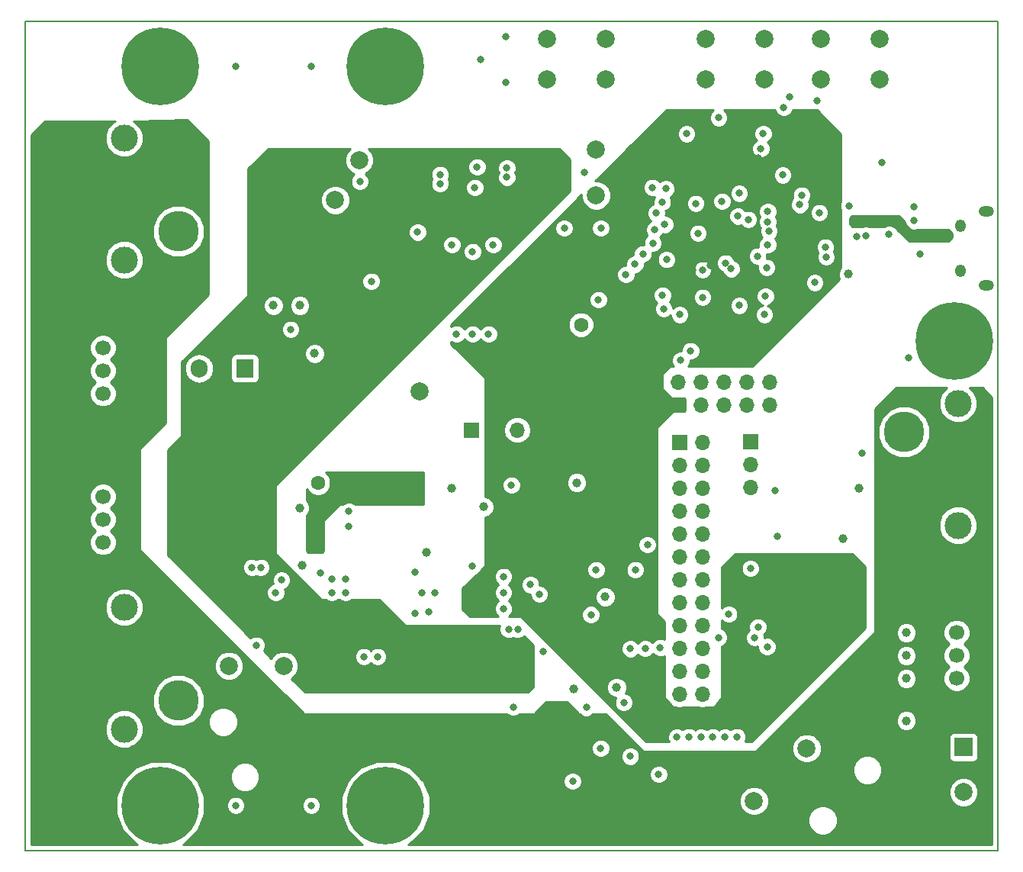
<source format=gbr>
G04 #@! TF.GenerationSoftware,KiCad,Pcbnew,5.0.1*
G04 #@! TF.CreationDate,2019-03-15T16:12:09-04:00*
G04 #@! TF.ProjectId,nu.ai_motor_controller,6E752E61695F6D6F746F725F636F6E74,rev?*
G04 #@! TF.SameCoordinates,Original*
G04 #@! TF.FileFunction,Copper,L3,Inr,Signal*
G04 #@! TF.FilePolarity,Positive*
%FSLAX46Y46*%
G04 Gerber Fmt 4.6, Leading zero omitted, Abs format (unit mm)*
G04 Created by KiCad (PCBNEW 5.0.1) date Fri Mar 15 16:12:09 2019*
%MOMM*%
%LPD*%
G01*
G04 APERTURE LIST*
G04 #@! TA.AperFunction,NonConductor*
%ADD10C,0.150000*%
G04 #@! TD*
G04 #@! TA.AperFunction,ViaPad*
%ADD11C,1.600000*%
G04 #@! TD*
G04 #@! TA.AperFunction,ViaPad*
%ADD12R,1.600000X1.600000*%
G04 #@! TD*
G04 #@! TA.AperFunction,ViaPad*
%ADD13O,1.700000X1.700000*%
G04 #@! TD*
G04 #@! TA.AperFunction,ViaPad*
%ADD14R,1.700000X1.700000*%
G04 #@! TD*
G04 #@! TA.AperFunction,ViaPad*
%ADD15O,1.200000X1.400000*%
G04 #@! TD*
G04 #@! TA.AperFunction,ViaPad*
%ADD16O,1.700000X1.200000*%
G04 #@! TD*
G04 #@! TA.AperFunction,ViaPad*
%ADD17C,4.500000*%
G04 #@! TD*
G04 #@! TA.AperFunction,ViaPad*
%ADD18C,3.000000*%
G04 #@! TD*
G04 #@! TA.AperFunction,ViaPad*
%ADD19C,2.000000*%
G04 #@! TD*
G04 #@! TA.AperFunction,ViaPad*
%ADD20R,2.000000X2.000000*%
G04 #@! TD*
G04 #@! TA.AperFunction,ViaPad*
%ADD21C,1.700000*%
G04 #@! TD*
G04 #@! TA.AperFunction,ViaPad*
%ADD22C,1.000000*%
G04 #@! TD*
G04 #@! TA.AperFunction,ViaPad*
%ADD23O,1.905000X2.000000*%
G04 #@! TD*
G04 #@! TA.AperFunction,ViaPad*
%ADD24R,1.905000X2.000000*%
G04 #@! TD*
G04 #@! TA.AperFunction,ViaPad*
%ADD25R,12.000000X7.000000*%
G04 #@! TD*
G04 #@! TA.AperFunction,ViaPad*
%ADD26C,8.600000*%
G04 #@! TD*
G04 #@! TA.AperFunction,ViaPad*
%ADD27C,0.800000*%
G04 #@! TD*
G04 #@! TA.AperFunction,Conductor*
%ADD28C,0.254000*%
G04 #@! TD*
G04 APERTURE END LIST*
D10*
X182970000Y-134900000D02*
X74970000Y-134900000D01*
X182970000Y-42900000D02*
X182970000Y-134900000D01*
X74970000Y-42900000D02*
X182970000Y-42900000D01*
X74970000Y-134900000D02*
X74970000Y-42900000D01*
D11*
G04 #@! TO.N,GND*
G04 #@! TO.C,C23*
X107496000Y-94086000D03*
D12*
G04 #@! TO.N,+5V*
X109496000Y-94086000D03*
G04 #@! TD*
D13*
G04 #@! TO.N,GND*
G04 #@! TO.C,J9*
X150154907Y-117558219D03*
G04 #@! TO.N,I2C_SCL*
X147614907Y-117558219D03*
G04 #@! TO.N,SPI_MISO*
X150154907Y-115018219D03*
G04 #@! TO.N,I2C_SDA*
X147614907Y-115018219D03*
G04 #@! TO.N,SPI_MOSI*
X150154907Y-112478219D03*
G04 #@! TO.N,GND*
X147614907Y-112478219D03*
G04 #@! TO.N,SPI_SCK*
X150154907Y-109938219D03*
G04 #@! TO.N,USART_RX*
X147614907Y-109938219D03*
G04 #@! TO.N,SPI_SSn*
X150154907Y-107398219D03*
G04 #@! TO.N,USART_TX*
X147614907Y-107398219D03*
G04 #@! TO.N,GND*
X150154907Y-104858219D03*
X147614907Y-104858219D03*
G04 #@! TO.N,PWM_4A*
X150154907Y-102318219D03*
G04 #@! TO.N,PWM_4D*
X147614907Y-102318219D03*
G04 #@! TO.N,GND*
X150154907Y-99778219D03*
X147614907Y-99778219D03*
G04 #@! TO.N,+1V8*
X150154907Y-97238219D03*
X147614907Y-97238219D03*
G04 #@! TO.N,+3V3*
X150154907Y-94698219D03*
X147614907Y-94698219D03*
G04 #@! TO.N,GND*
X150154907Y-92158219D03*
G04 #@! TO.N,+5V*
X147614907Y-92158219D03*
G04 #@! TO.N,GND*
X150154907Y-89618219D03*
D14*
G04 #@! TO.N,+5V*
X147614907Y-89618219D03*
G04 #@! TD*
D13*
G04 #@! TO.N,/microcontroller/uC_RSTn*
G04 #@! TO.C,J10*
X157661000Y-82910000D03*
G04 #@! TO.N,GND*
X157661000Y-85450000D03*
G04 #@! TO.N,JTAG_TDI*
X155121000Y-82910000D03*
G04 #@! TO.N,N/C*
X155121000Y-85450000D03*
G04 #@! TO.N,JTAG_TDO*
X152581000Y-82910000D03*
G04 #@! TO.N,GND*
X152581000Y-85450000D03*
G04 #@! TO.N,JTAG_TCK*
X150041000Y-82910000D03*
G04 #@! TO.N,GND*
X150041000Y-85450000D03*
G04 #@! TO.N,JTAG_TMS*
X147501000Y-82910000D03*
D14*
G04 #@! TO.N,VDD_uC*
X147501000Y-85450000D03*
G04 #@! TD*
D15*
G04 #@! TO.N,Net-(C21-Pad1)*
G04 #@! TO.C,J11*
X178795509Y-70538090D03*
X178795509Y-65538090D03*
D16*
X181695509Y-72138090D03*
X181695509Y-63938091D03*
G04 #@! TD*
D17*
G04 #@! TO.N,/battery/TAP_2*
G04 #@! TO.C,J12*
X91970000Y-111060000D03*
G04 #@! TO.N,GND*
X91970000Y-118260000D03*
D18*
G04 #@! TO.N,*
X85970000Y-107910000D03*
X85970000Y-121410000D03*
G04 #@! TD*
D19*
G04 #@! TO.N,GND*
G04 #@! TO.C,J14*
X179124000Y-128423000D03*
D20*
G04 #@! TO.N,VDD_BAT*
X179124000Y-123423000D03*
G04 #@! TD*
D17*
G04 #@! TO.N,/battery/TAP_2*
G04 #@! TO.C,J15*
X91970000Y-58990000D03*
G04 #@! TO.N,GND*
X91970000Y-66190000D03*
D18*
G04 #@! TO.N,*
X85970000Y-55840000D03*
X85970000Y-69340000D03*
G04 #@! TD*
D17*
G04 #@! TO.N,GND*
G04 #@! TO.C,J18*
X172520000Y-88454000D03*
G04 #@! TO.N,/battery/TAP_2*
X172520000Y-95654000D03*
D18*
G04 #@! TO.N,*
X178520000Y-85304000D03*
X178520000Y-98804000D03*
G04 #@! TD*
D13*
G04 #@! TO.N,+3V3*
G04 #@! TO.C,JP1*
X155502000Y-94594000D03*
G04 #@! TO.N,Net-(C27-Pad1)*
X155502000Y-92054000D03*
D14*
G04 #@! TO.N,+5V*
X155502000Y-89514000D03*
G04 #@! TD*
D13*
G04 #@! TO.N,+3V3*
G04 #@! TO.C,JP2*
X129594000Y-88244000D03*
G04 #@! TO.N,VDD_uC*
X127054000Y-88244000D03*
D14*
G04 #@! TO.N,+5V*
X124514000Y-88244000D03*
G04 #@! TD*
D19*
G04 #@! TO.N,/microcontroller/uC_RSTn*
G04 #@! TO.C,SW1*
X163301000Y-49346000D03*
X169801000Y-49346000D03*
G04 #@! TO.N,GND*
X163301000Y-44846000D03*
X169801000Y-44846000D03*
G04 #@! TD*
G04 #@! TO.N,Net-(D8-Pad1)*
G04 #@! TO.C,SW2*
X139396000Y-44810000D03*
X132896000Y-44810000D03*
G04 #@! TO.N,Net-(D8-Pad6)*
X139396000Y-49310000D03*
X132896000Y-49310000D03*
G04 #@! TD*
G04 #@! TO.N,RST_TVS*
G04 #@! TO.C,SW3*
X157026000Y-44810000D03*
X150526000Y-44810000D03*
G04 #@! TO.N,Net-(R22-Pad2)*
X157026000Y-49310000D03*
X150526000Y-49310000D03*
G04 #@! TD*
D21*
G04 #@! TO.N,GND*
G04 #@! TO.C,J13*
X83620000Y-100690000D03*
G04 #@! TO.N,/battery/TAP_0*
X83620000Y-98150000D03*
G04 #@! TO.N,/battery/TAP_1*
X83620000Y-95610000D03*
D14*
G04 #@! TO.N,/battery/TAP_2*
X83620000Y-93070000D03*
G04 #@! TD*
D21*
G04 #@! TO.N,GND*
G04 #@! TO.C,J16*
X83620000Y-84180000D03*
G04 #@! TO.N,/battery/TAP_0*
X83620000Y-81640000D03*
G04 #@! TO.N,/battery/TAP_1*
X83620000Y-79100000D03*
D14*
G04 #@! TO.N,/battery/TAP_2*
X83620000Y-76560000D03*
G04 #@! TD*
D21*
G04 #@! TO.N,GND*
G04 #@! TO.C,J17*
X178362000Y-115803000D03*
G04 #@! TO.N,/battery/TAP_0*
X178362000Y-113263000D03*
G04 #@! TO.N,/battery/TAP_1*
X178362000Y-110723000D03*
D14*
G04 #@! TO.N,/battery/TAP_2*
X178362000Y-108183000D03*
G04 #@! TD*
D19*
G04 #@! TO.N,Net-(BZ1-Pad2)*
G04 #@! TO.C,BZ1*
X118727505Y-83920755D03*
G04 #@! TO.N,VDD_BAT*
X111107505Y-83920755D03*
G04 #@! TD*
D22*
G04 #@! TO.N,VDD_BAT*
G04 #@! TO.C,Q1*
X93272000Y-99293000D03*
X93272000Y-96245000D03*
X100384000Y-96245000D03*
X100384000Y-99293000D03*
D23*
G04 #@! TO.N,Net-(D8-Pad6)*
X94288000Y-81386000D03*
G04 #@! TO.N,VDD_BAT*
X96828000Y-81386000D03*
D24*
G04 #@! TO.N,Net-(D8-Pad1)*
X99368000Y-81386000D03*
D25*
G04 #@! TO.N,VDD_BAT*
X96828000Y-98046000D03*
G04 #@! TD*
D11*
G04 #@! TO.N,GND*
G04 #@! TO.C,C32*
X136674000Y-76560000D03*
D12*
G04 #@! TO.N,VDD_uC*
X134674000Y-76560000D03*
G04 #@! TD*
D22*
G04 #@! TO.N,/battery/TAP_2*
G04 #@! TO.C,TP1*
X172774000Y-108183000D03*
G04 #@! TD*
G04 #@! TO.N,/battery/TAP_1*
G04 #@! TO.C,TP2*
X172774000Y-110723000D03*
G04 #@! TD*
G04 #@! TO.N,/battery/TAP_0*
G04 #@! TO.C,TP3*
X172774000Y-113263000D03*
G04 #@! TD*
G04 #@! TO.N,GND*
G04 #@! TO.C,TP4*
X172774000Y-115803000D03*
G04 #@! TD*
G04 #@! TO.N,SNS_2*
G04 #@! TO.C,TP5*
X139344400Y-106730800D03*
G04 #@! TD*
G04 #@! TO.N,SNS_1*
G04 #@! TO.C,TP6*
X140614400Y-116789200D03*
G04 #@! TD*
G04 #@! TO.N,SNS_0*
G04 #@! TO.C,TP7*
X135839200Y-116992400D03*
G04 #@! TD*
G04 #@! TO.N,VDD_BAT*
G04 #@! TO.C,TP8*
X108639000Y-110723000D03*
G04 #@! TD*
G04 #@! TO.N,+5V*
G04 #@! TO.C,TP9*
X122355000Y-94721000D03*
G04 #@! TD*
G04 #@! TO.N,Net-(C3-Pad2)*
G04 #@! TO.C,TP10*
X119561000Y-101833000D03*
G04 #@! TD*
G04 #@! TO.N,Net-(C4-Pad2)*
G04 #@! TO.C,TP11*
X105464000Y-96880000D03*
G04 #@! TD*
G04 #@! TO.N,+3V3*
G04 #@! TO.C,TP12*
X136198000Y-94086000D03*
G04 #@! TD*
G04 #@! TO.N,+1V8*
G04 #@! TO.C,TP13*
X165789000Y-100309000D03*
G04 #@! TD*
G04 #@! TO.N,+5V*
G04 #@! TO.C,TP14*
X105718000Y-103230000D03*
G04 #@! TD*
G04 #@! TO.N,Net-(R3-Pad2)*
G04 #@! TO.C,TP16*
X125911000Y-96753000D03*
G04 #@! TD*
G04 #@! TO.N,Net-(R4-Pad2)*
G04 #@! TO.C,TP17*
X167567000Y-94721000D03*
G04 #@! TD*
G04 #@! TO.N,VDD_uC*
G04 #@! TO.C,TP34*
X130229000Y-79989000D03*
G04 #@! TD*
G04 #@! TO.N,/microcontroller/VBUS*
G04 #@! TO.C,TP35*
X166344600Y-70942200D03*
G04 #@! TD*
G04 #@! TO.N,VDD_BAT*
G04 #@! TO.C,TP52*
X172774000Y-120502000D03*
G04 #@! TD*
G04 #@! TO.N,/battery/TAP_2*
G04 #@! TO.C,TP53*
X88636500Y-87672500D03*
G04 #@! TD*
G04 #@! TO.N,Net-(D8-Pad6)*
G04 #@! TO.C,TP54*
X102543000Y-74401000D03*
G04 #@! TD*
G04 #@! TO.N,Net-(D8-Pad1)*
G04 #@! TO.C,TP55*
X105464000Y-74401000D03*
G04 #@! TD*
G04 #@! TO.N,RST_TVS*
G04 #@! TO.C,TP56*
X107115000Y-79735000D03*
G04 #@! TD*
D19*
G04 #@! TO.N,Net-(J1-Pad1)*
G04 #@! TO.C,J1*
X109401000Y-62717000D03*
G04 #@! TD*
G04 #@! TO.N,Net-(J2-Pad1)*
G04 #@! TO.C,J2*
X112068000Y-58272000D03*
G04 #@! TD*
G04 #@! TO.N,Net-(J3-Pad1)*
G04 #@! TO.C,J3*
X138357000Y-62209000D03*
G04 #@! TD*
G04 #@! TO.N,Net-(J4-Pad1)*
G04 #@! TO.C,J4*
X138357000Y-57129000D03*
G04 #@! TD*
G04 #@! TO.N,Net-(J5-Pad1)*
G04 #@! TO.C,J5*
X103686000Y-114406000D03*
G04 #@! TD*
G04 #@! TO.N,Net-(J6-Pad1)*
G04 #@! TO.C,J6*
X97590000Y-114406000D03*
G04 #@! TD*
G04 #@! TO.N,Net-(J7-Pad1)*
G04 #@! TO.C,J7*
X161725000Y-123550000D03*
G04 #@! TD*
G04 #@! TO.N,Net-(J8-Pad1)*
G04 #@! TO.C,J8*
X155883000Y-129392000D03*
G04 #@! TD*
D26*
G04 #@! TO.N,Net-(MH1-Pad1)*
G04 #@! TO.C,MH1*
X89970000Y-47900000D03*
G04 #@! TD*
G04 #@! TO.N,Net-(MH2-Pad1)*
G04 #@! TO.C,MH2*
X89970000Y-129900000D03*
G04 #@! TD*
G04 #@! TO.N,Net-(MH3-Pad1)*
G04 #@! TO.C,MH3*
X114970000Y-129900000D03*
G04 #@! TD*
G04 #@! TO.N,Net-(MH4-Pad1)*
G04 #@! TO.C,MH4*
X114970000Y-47900000D03*
G04 #@! TD*
G04 #@! TO.N,Net-(MH5-Pad1)*
G04 #@! TO.C,MH5*
X178108000Y-78338000D03*
G04 #@! TD*
D27*
G04 #@! TO.N,VDD_BAT*
X115624000Y-110342000D03*
X115624000Y-111358000D03*
X111052000Y-111358000D03*
X111052000Y-110342000D03*
X115184546Y-59374295D03*
X114168546Y-59374295D03*
X130230423Y-65815049D03*
X130424959Y-116952015D03*
X130424959Y-115936015D03*
X99368000Y-109072000D03*
X99368000Y-110088000D03*
X101944362Y-110100837D03*
X101944362Y-109084837D03*
X135055000Y-58399000D03*
X134039000Y-58399000D03*
X152654000Y-122301000D03*
X151311000Y-122280000D03*
X153978000Y-122280000D03*
X149987000Y-122301000D03*
X123244000Y-115295000D03*
X125149000Y-115295000D03*
X121847000Y-116819000D03*
X124641000Y-116819000D03*
X148644000Y-122280000D03*
X147320000Y-122301000D03*
G04 #@! TO.N,GND*
X152708000Y-69702000D03*
X149660000Y-66400000D03*
X156264000Y-68940000D03*
X155488907Y-103588219D03*
X143804907Y-112478219D03*
X113393505Y-71728755D03*
X112576000Y-113390000D03*
X114100000Y-113390000D03*
X109020000Y-104754000D03*
X110544000Y-104754000D03*
X109020000Y-106278000D03*
X110544000Y-106278000D03*
X121026546Y-60898295D03*
X121026546Y-59882295D03*
X112136546Y-60644295D03*
X126927000Y-67670000D03*
X122355000Y-67670000D03*
X122863000Y-77576000D03*
X124641000Y-77576000D03*
X126419000Y-77576000D03*
X138866423Y-65815049D03*
X129646808Y-110340815D03*
X128630808Y-110340815D03*
X129138808Y-118976815D03*
X100638000Y-112120000D03*
X101146000Y-103484000D03*
X100130000Y-103484000D03*
X98352000Y-129900000D03*
X106734000Y-129900000D03*
X98352000Y-47858000D03*
X106734000Y-47858000D03*
X128324000Y-44556000D03*
X128324000Y-49636000D03*
X128451000Y-60177000D03*
X128451000Y-59161000D03*
X137087000Y-59669000D03*
X107750000Y-104119000D03*
X167845653Y-90778564D03*
X158447653Y-100049564D03*
X158193653Y-94969564D03*
X128070000Y-108056000D03*
X128070000Y-106278000D03*
X128070000Y-104500000D03*
X118291000Y-108564000D03*
X118291000Y-103992000D03*
X110925000Y-97261000D03*
X110925000Y-98912000D03*
X154105000Y-64495000D03*
X138357000Y-103738000D03*
X128959000Y-94340000D03*
X104448000Y-77068000D03*
X173663000Y-63479000D03*
X173663000Y-65003000D03*
X170107000Y-58526000D03*
X162614000Y-71861000D03*
X174298000Y-68686000D03*
X146104000Y-61447000D03*
X167313000Y-66781000D03*
X148849653Y-79432653D03*
X147628000Y-75417000D03*
X145723000Y-73258000D03*
X150168000Y-73512000D03*
X120450000Y-106278000D03*
X159185000Y-52430000D03*
X162868000Y-51668000D03*
X156645000Y-57002000D03*
X156899000Y-55351000D03*
X151946000Y-53573000D03*
X148390000Y-55351000D03*
X124641000Y-68432000D03*
X152327000Y-62844000D03*
X153343000Y-70337000D03*
X157153000Y-73385000D03*
X157026000Y-75417000D03*
X163122000Y-64114000D03*
X154232000Y-61955000D03*
X173028000Y-80243000D03*
X131054500Y-105389000D03*
X135737600Y-127203200D03*
X145288000Y-126441200D03*
X137261600Y-119024400D03*
X141427200Y-118465600D03*
X132435600Y-112776000D03*
X137769600Y-108712000D03*
X142697200Y-103733600D03*
X153060400Y-108661200D03*
G04 #@! TO.N,+5V*
X106607000Y-101452000D03*
X106607000Y-99928000D03*
X114227000Y-95737000D03*
X115497000Y-95737000D03*
X116767000Y-95737000D03*
X118037000Y-95737000D03*
X170869000Y-66527000D03*
G04 #@! TO.N,VDD_uC*
X155629000Y-62082000D03*
X158028907Y-103588219D03*
X144312907Y-109684219D03*
X153355307Y-113748219D03*
X154105000Y-79354000D03*
X163122000Y-56494000D03*
X160201000Y-58272000D03*
X156391000Y-58018000D03*
X161090000Y-71861000D03*
X125403000Y-75417000D03*
X145342000Y-85069000D03*
X151057000Y-69956000D03*
X149028865Y-70464134D03*
X126038000Y-105516000D03*
G04 #@! TO.N,/microcontroller/uC_AVCC*
X149406000Y-63098000D03*
X157280000Y-70210000D03*
G04 #@! TO.N,/microcontroller/VBUS*
X166424000Y-63352000D03*
X168300846Y-66625548D03*
G04 #@! TO.N,Net-(C20-Pad1)*
X157534000Y-66146000D03*
G04 #@! TO.N,RST_TVS*
X159820000Y-51287000D03*
G04 #@! TO.N,/microcontroller/uC_RSTn*
X157407000Y-67670000D03*
G04 #@! TO.N,SPI_MOSI*
X160963000Y-63225000D03*
X151942800Y-111252000D03*
G04 #@! TO.N,SPI_SSn*
X157407000Y-65130000D03*
X156311600Y-110083600D03*
G04 #@! TO.N,SPI_MISO*
X161163000Y-62168346D03*
X157327600Y-112268000D03*
G04 #@! TO.N,SPI_SCK*
X157407000Y-63987000D03*
X155956000Y-111252000D03*
G04 #@! TO.N,JTAG_TCK*
X147755000Y-80497000D03*
G04 #@! TO.N,USART_RX*
X143523154Y-68686000D03*
G04 #@! TO.N,I2C_SCL*
X141659000Y-70972000D03*
X142167000Y-112501000D03*
G04 #@! TO.N,USART_TX*
X144648153Y-67484153D03*
G04 #@! TO.N,I2C_SDA*
X142675000Y-69829000D03*
X145469000Y-112374000D03*
G04 #@! TO.N,PWM_4A*
X150168000Y-70464000D03*
G04 #@! TO.N,PWM_4D*
X145977000Y-65421000D03*
G04 #@! TO.N,/microcontroller/M_USB_D+*
X163804600Y-67919600D03*
G04 #@! TO.N,/microcontroller/M_USB_D-*
X163880800Y-69037200D03*
G04 #@! TO.N,Net-(D7-Pad1)*
X134802423Y-65815049D03*
G04 #@! TO.N,Net-(D8-Pad1)*
X125530000Y-47096000D03*
G04 #@! TO.N,/microcontroller/UGND*
X177346000Y-66654000D03*
X173028000Y-66273000D03*
X166932000Y-65130000D03*
G04 #@! TO.N,/battery/TAP_2*
X87747500Y-81386000D03*
X89144500Y-77195000D03*
X87747500Y-77195000D03*
X87747500Y-79989000D03*
X89144500Y-79989000D03*
X87747500Y-78592000D03*
X87747500Y-82783000D03*
X89144500Y-82783000D03*
X87747500Y-84180000D03*
X87747500Y-85577000D03*
X89144500Y-85577000D03*
X134315200Y-119075200D03*
G04 #@! TO.N,/battery/TAP_1*
X138865000Y-123550000D03*
G04 #@! TO.N,/battery/TAP_0*
X142138400Y-124439000D03*
G04 #@! TO.N,Net-(Q3-Pad1)*
X118545000Y-66273000D03*
X159058000Y-59923000D03*
G04 #@! TO.N,Net-(R7-Pad1)*
X124895000Y-61320000D03*
G04 #@! TO.N,Net-(R8-Pad1)*
X125149000Y-59034000D03*
G04 #@! TO.N,R_DIR*
X154232000Y-74401000D03*
X145850000Y-74782000D03*
G04 #@! TO.N,Net-(R11-Pad1)*
X119053000Y-106278000D03*
X103432000Y-104881000D03*
G04 #@! TO.N,Net-(R12-Pad1)*
X102797000Y-106278000D03*
X119815000Y-108437000D03*
G04 #@! TO.N,RESETn*
X155248000Y-64876000D03*
G04 #@! TO.N,L_MOTOR*
X138611000Y-73766000D03*
X132054600Y-106452085D03*
G04 #@! TO.N,L_DIR*
X124641000Y-103357000D03*
X144580000Y-61320000D03*
G04 #@! TO.N,SNS_EN*
X146166637Y-69306237D03*
X144048053Y-100960347D03*
G04 #@! TO.N,SNS_2*
X144830800Y-65989200D03*
G04 #@! TO.N,SNS_1*
X145034000Y-64160400D03*
G04 #@! TO.N,SNS_0*
X145694400Y-62941200D03*
G04 #@! TD*
D28*
G04 #@! TO.N,+5V*
G36*
X119176907Y-96494659D02*
X111625907Y-96498196D01*
X111511280Y-96383569D01*
X111130874Y-96226000D01*
X110719126Y-96226000D01*
X110338720Y-96383569D01*
X110223436Y-96498853D01*
X109908941Y-96499000D01*
X109860344Y-96508690D01*
X109819197Y-96536197D01*
X108168197Y-98187197D01*
X108140667Y-98228399D01*
X108131000Y-98277000D01*
X108131000Y-101653394D01*
X107951394Y-101833000D01*
X106405606Y-101833000D01*
X106226000Y-101653394D01*
X106226000Y-97723133D01*
X106426207Y-97522926D01*
X106599000Y-97105766D01*
X106599000Y-96654234D01*
X106426207Y-96237074D01*
X106226000Y-96036867D01*
X106226000Y-94769784D01*
X106279466Y-94898862D01*
X106683138Y-95302534D01*
X107210561Y-95521000D01*
X107781439Y-95521000D01*
X108308862Y-95302534D01*
X108712534Y-94898862D01*
X108931000Y-94371439D01*
X108931000Y-93800561D01*
X108712534Y-93273138D01*
X108382396Y-92943000D01*
X119179893Y-92943000D01*
X119176907Y-96494659D01*
X119176907Y-96494659D01*
G37*
X119176907Y-96494659D02*
X111625907Y-96498196D01*
X111511280Y-96383569D01*
X111130874Y-96226000D01*
X110719126Y-96226000D01*
X110338720Y-96383569D01*
X110223436Y-96498853D01*
X109908941Y-96499000D01*
X109860344Y-96508690D01*
X109819197Y-96536197D01*
X108168197Y-98187197D01*
X108140667Y-98228399D01*
X108131000Y-98277000D01*
X108131000Y-101653394D01*
X107951394Y-101833000D01*
X106405606Y-101833000D01*
X106226000Y-101653394D01*
X106226000Y-97723133D01*
X106426207Y-97522926D01*
X106599000Y-97105766D01*
X106599000Y-96654234D01*
X106426207Y-96237074D01*
X106226000Y-96036867D01*
X106226000Y-94769784D01*
X106279466Y-94898862D01*
X106683138Y-95302534D01*
X107210561Y-95521000D01*
X107781439Y-95521000D01*
X108308862Y-95302534D01*
X108712534Y-94898862D01*
X108931000Y-94371439D01*
X108931000Y-93800561D01*
X108712534Y-93273138D01*
X108382396Y-92943000D01*
X119179893Y-92943000D01*
X119176907Y-96494659D01*
G04 #@! TO.N,VDD_BAT*
G36*
X110681914Y-57345847D02*
X110433000Y-57946778D01*
X110433000Y-58597222D01*
X110681914Y-59198153D01*
X111141847Y-59658086D01*
X111507560Y-59809570D01*
X111259115Y-60058015D01*
X111101546Y-60438421D01*
X111101546Y-60850169D01*
X111259115Y-61230575D01*
X111550266Y-61521726D01*
X111930672Y-61679295D01*
X112342420Y-61679295D01*
X112722826Y-61521726D01*
X113013977Y-61230575D01*
X113171546Y-60850169D01*
X113171546Y-60438421D01*
X113013977Y-60058015D01*
X112725378Y-59769416D01*
X112949888Y-59676421D01*
X119991546Y-59676421D01*
X119991546Y-60088169D01*
X120116690Y-60390295D01*
X119991546Y-60692421D01*
X119991546Y-61104169D01*
X120149115Y-61484575D01*
X120440266Y-61775726D01*
X120820672Y-61933295D01*
X121232420Y-61933295D01*
X121612826Y-61775726D01*
X121903977Y-61484575D01*
X122057421Y-61114126D01*
X123860000Y-61114126D01*
X123860000Y-61525874D01*
X124017569Y-61906280D01*
X124308720Y-62197431D01*
X124689126Y-62355000D01*
X125100874Y-62355000D01*
X125481280Y-62197431D01*
X125772431Y-61906280D01*
X125930000Y-61525874D01*
X125930000Y-61114126D01*
X125772431Y-60733720D01*
X125481280Y-60442569D01*
X125100874Y-60285000D01*
X124689126Y-60285000D01*
X124308720Y-60442569D01*
X124017569Y-60733720D01*
X123860000Y-61114126D01*
X122057421Y-61114126D01*
X122061546Y-61104169D01*
X122061546Y-60692421D01*
X121936402Y-60390295D01*
X122061546Y-60088169D01*
X122061546Y-59676421D01*
X121903977Y-59296015D01*
X121612826Y-59004864D01*
X121232420Y-58847295D01*
X120820672Y-58847295D01*
X120440266Y-59004864D01*
X120149115Y-59296015D01*
X119991546Y-59676421D01*
X112949888Y-59676421D01*
X112994153Y-59658086D01*
X113454086Y-59198153D01*
X113607356Y-58828126D01*
X124114000Y-58828126D01*
X124114000Y-59239874D01*
X124271569Y-59620280D01*
X124562720Y-59911431D01*
X124943126Y-60069000D01*
X125354874Y-60069000D01*
X125735280Y-59911431D01*
X126026431Y-59620280D01*
X126184000Y-59239874D01*
X126184000Y-58955126D01*
X127416000Y-58955126D01*
X127416000Y-59366874D01*
X127541144Y-59669000D01*
X127416000Y-59971126D01*
X127416000Y-60382874D01*
X127573569Y-60763280D01*
X127864720Y-61054431D01*
X128245126Y-61212000D01*
X128656874Y-61212000D01*
X129037280Y-61054431D01*
X129328431Y-60763280D01*
X129486000Y-60382874D01*
X129486000Y-59971126D01*
X129360856Y-59669000D01*
X129486000Y-59366874D01*
X129486000Y-58955126D01*
X129328431Y-58574720D01*
X129037280Y-58283569D01*
X128656874Y-58126000D01*
X128245126Y-58126000D01*
X127864720Y-58283569D01*
X127573569Y-58574720D01*
X127416000Y-58955126D01*
X126184000Y-58955126D01*
X126184000Y-58828126D01*
X126026431Y-58447720D01*
X125735280Y-58156569D01*
X125354874Y-57999000D01*
X124943126Y-57999000D01*
X124562720Y-58156569D01*
X124271569Y-58447720D01*
X124114000Y-58828126D01*
X113607356Y-58828126D01*
X113703000Y-58597222D01*
X113703000Y-57946778D01*
X113454086Y-57345847D01*
X113110239Y-57002000D01*
X134240394Y-57002000D01*
X135436000Y-58197606D01*
X135436000Y-61648394D01*
X102834197Y-94250197D01*
X102806667Y-94291399D01*
X102797000Y-94340000D01*
X102797000Y-101960000D01*
X102806667Y-102008601D01*
X102834197Y-102049803D01*
X107787197Y-107002803D01*
X107828399Y-107030333D01*
X107877000Y-107040000D01*
X108318289Y-107040000D01*
X108433720Y-107155431D01*
X108814126Y-107313000D01*
X109225874Y-107313000D01*
X109606280Y-107155431D01*
X109721711Y-107040000D01*
X109842289Y-107040000D01*
X109957720Y-107155431D01*
X110338126Y-107313000D01*
X110749874Y-107313000D01*
X111130280Y-107155431D01*
X111245711Y-107040000D01*
X114301394Y-107040000D01*
X117185197Y-109923803D01*
X117226399Y-109951333D01*
X117275000Y-109961000D01*
X127667857Y-109961000D01*
X127595808Y-110134941D01*
X127595808Y-110546689D01*
X127753377Y-110927095D01*
X128044528Y-111218246D01*
X128424934Y-111375815D01*
X128836682Y-111375815D01*
X129138808Y-111250671D01*
X129440934Y-111375815D01*
X129852682Y-111375815D01*
X130233088Y-111218246D01*
X130325364Y-111125970D01*
X131372000Y-112172606D01*
X131372000Y-116766394D01*
X130811394Y-117327000D01*
X106024606Y-117327000D01*
X104525560Y-115827954D01*
X104612153Y-115792086D01*
X105072086Y-115332153D01*
X105321000Y-114731222D01*
X105321000Y-114080778D01*
X105072086Y-113479847D01*
X104776365Y-113184126D01*
X111541000Y-113184126D01*
X111541000Y-113595874D01*
X111698569Y-113976280D01*
X111989720Y-114267431D01*
X112370126Y-114425000D01*
X112781874Y-114425000D01*
X113162280Y-114267431D01*
X113338000Y-114091711D01*
X113513720Y-114267431D01*
X113894126Y-114425000D01*
X114305874Y-114425000D01*
X114686280Y-114267431D01*
X114977431Y-113976280D01*
X115135000Y-113595874D01*
X115135000Y-113184126D01*
X114977431Y-112803720D01*
X114686280Y-112512569D01*
X114305874Y-112355000D01*
X113894126Y-112355000D01*
X113513720Y-112512569D01*
X113338000Y-112688289D01*
X113162280Y-112512569D01*
X112781874Y-112355000D01*
X112370126Y-112355000D01*
X111989720Y-112512569D01*
X111698569Y-112803720D01*
X111541000Y-113184126D01*
X104776365Y-113184126D01*
X104612153Y-113019914D01*
X104011222Y-112771000D01*
X103360778Y-112771000D01*
X102759847Y-113019914D01*
X102299914Y-113479847D01*
X102264046Y-113566440D01*
X101459659Y-112762053D01*
X101515431Y-112706280D01*
X101673000Y-112325874D01*
X101673000Y-111914126D01*
X101515431Y-111533720D01*
X101224280Y-111242569D01*
X100843874Y-111085000D01*
X100432126Y-111085000D01*
X100051720Y-111242569D01*
X99995948Y-111298342D01*
X94769732Y-106072126D01*
X101762000Y-106072126D01*
X101762000Y-106483874D01*
X101919569Y-106864280D01*
X102210720Y-107155431D01*
X102591126Y-107313000D01*
X103002874Y-107313000D01*
X103383280Y-107155431D01*
X103674431Y-106864280D01*
X103832000Y-106483874D01*
X103832000Y-106072126D01*
X103748372Y-105870230D01*
X104018280Y-105758431D01*
X104309431Y-105467280D01*
X104467000Y-105086874D01*
X104467000Y-104675126D01*
X104309431Y-104294720D01*
X104018280Y-104003569D01*
X103637874Y-103846000D01*
X103226126Y-103846000D01*
X102845720Y-104003569D01*
X102554569Y-104294720D01*
X102397000Y-104675126D01*
X102397000Y-105086874D01*
X102480628Y-105288770D01*
X102210720Y-105400569D01*
X101919569Y-105691720D01*
X101762000Y-106072126D01*
X94769732Y-106072126D01*
X91975732Y-103278126D01*
X99095000Y-103278126D01*
X99095000Y-103689874D01*
X99252569Y-104070280D01*
X99543720Y-104361431D01*
X99924126Y-104519000D01*
X100335874Y-104519000D01*
X100638000Y-104393856D01*
X100940126Y-104519000D01*
X101351874Y-104519000D01*
X101732280Y-104361431D01*
X102023431Y-104070280D01*
X102181000Y-103689874D01*
X102181000Y-103278126D01*
X102023431Y-102897720D01*
X101732280Y-102606569D01*
X101351874Y-102449000D01*
X100940126Y-102449000D01*
X100638000Y-102574144D01*
X100335874Y-102449000D01*
X99924126Y-102449000D01*
X99543720Y-102606569D01*
X99252569Y-102897720D01*
X99095000Y-103278126D01*
X91975732Y-103278126D01*
X90859000Y-102161394D01*
X90859000Y-90455606D01*
X92345803Y-88968803D01*
X92373333Y-88927601D01*
X92383000Y-88879000D01*
X92383000Y-81182150D01*
X92700500Y-81182150D01*
X92700500Y-81589849D01*
X92792609Y-82052910D01*
X93143477Y-82578023D01*
X93668589Y-82928891D01*
X94288000Y-83052100D01*
X94907410Y-82928891D01*
X95432523Y-82578023D01*
X95783391Y-82052911D01*
X95875500Y-81589850D01*
X95875500Y-81182151D01*
X95783391Y-80719090D01*
X95560829Y-80386000D01*
X97768060Y-80386000D01*
X97768060Y-82386000D01*
X97817343Y-82633765D01*
X97957691Y-82843809D01*
X98167735Y-82984157D01*
X98415500Y-83033440D01*
X100320500Y-83033440D01*
X100568265Y-82984157D01*
X100778309Y-82843809D01*
X100918657Y-82633765D01*
X100967940Y-82386000D01*
X100967940Y-80386000D01*
X100918657Y-80138235D01*
X100778309Y-79928191D01*
X100568265Y-79787843D01*
X100320500Y-79738560D01*
X98415500Y-79738560D01*
X98167735Y-79787843D01*
X97957691Y-79928191D01*
X97817343Y-80138235D01*
X97768060Y-80386000D01*
X95560829Y-80386000D01*
X95432523Y-80193977D01*
X94907411Y-79843109D01*
X94288000Y-79719900D01*
X93668590Y-79843109D01*
X93143477Y-80193977D01*
X92792609Y-80719089D01*
X92700500Y-81182150D01*
X92383000Y-81182150D01*
X92383000Y-80676606D01*
X93550372Y-79509234D01*
X105980000Y-79509234D01*
X105980000Y-79960766D01*
X106152793Y-80377926D01*
X106472074Y-80697207D01*
X106889234Y-80870000D01*
X107340766Y-80870000D01*
X107757926Y-80697207D01*
X108077207Y-80377926D01*
X108250000Y-79960766D01*
X108250000Y-79509234D01*
X108077207Y-79092074D01*
X107757926Y-78772793D01*
X107340766Y-78600000D01*
X106889234Y-78600000D01*
X106472074Y-78772793D01*
X106152793Y-79092074D01*
X105980000Y-79509234D01*
X93550372Y-79509234D01*
X96197480Y-76862126D01*
X103413000Y-76862126D01*
X103413000Y-77273874D01*
X103570569Y-77654280D01*
X103861720Y-77945431D01*
X104242126Y-78103000D01*
X104653874Y-78103000D01*
X105034280Y-77945431D01*
X105325431Y-77654280D01*
X105483000Y-77273874D01*
X105483000Y-76862126D01*
X105325431Y-76481720D01*
X105034280Y-76190569D01*
X104653874Y-76033000D01*
X104242126Y-76033000D01*
X103861720Y-76190569D01*
X103570569Y-76481720D01*
X103413000Y-76862126D01*
X96197480Y-76862126D01*
X98884372Y-74175234D01*
X101408000Y-74175234D01*
X101408000Y-74626766D01*
X101580793Y-75043926D01*
X101900074Y-75363207D01*
X102317234Y-75536000D01*
X102768766Y-75536000D01*
X103185926Y-75363207D01*
X103505207Y-75043926D01*
X103678000Y-74626766D01*
X103678000Y-74175234D01*
X104329000Y-74175234D01*
X104329000Y-74626766D01*
X104501793Y-75043926D01*
X104821074Y-75363207D01*
X105238234Y-75536000D01*
X105689766Y-75536000D01*
X106106926Y-75363207D01*
X106426207Y-75043926D01*
X106599000Y-74626766D01*
X106599000Y-74175234D01*
X106426207Y-73758074D01*
X106106926Y-73438793D01*
X105689766Y-73266000D01*
X105238234Y-73266000D01*
X104821074Y-73438793D01*
X104501793Y-73758074D01*
X104329000Y-74175234D01*
X103678000Y-74175234D01*
X103505207Y-73758074D01*
X103185926Y-73438793D01*
X102768766Y-73266000D01*
X102317234Y-73266000D01*
X101900074Y-73438793D01*
X101580793Y-73758074D01*
X101408000Y-74175234D01*
X98884372Y-74175234D01*
X99711803Y-73347803D01*
X99739333Y-73306601D01*
X99749000Y-73258000D01*
X99749000Y-71522881D01*
X112358505Y-71522881D01*
X112358505Y-71934629D01*
X112516074Y-72315035D01*
X112807225Y-72606186D01*
X113187631Y-72763755D01*
X113599379Y-72763755D01*
X113979785Y-72606186D01*
X114270936Y-72315035D01*
X114428505Y-71934629D01*
X114428505Y-71522881D01*
X114270936Y-71142475D01*
X113979785Y-70851324D01*
X113599379Y-70693755D01*
X113187631Y-70693755D01*
X112807225Y-70851324D01*
X112516074Y-71142475D01*
X112358505Y-71522881D01*
X99749000Y-71522881D01*
X99749000Y-67464126D01*
X121320000Y-67464126D01*
X121320000Y-67875874D01*
X121477569Y-68256280D01*
X121768720Y-68547431D01*
X122149126Y-68705000D01*
X122560874Y-68705000D01*
X122941280Y-68547431D01*
X123232431Y-68256280D01*
X123244921Y-68226126D01*
X123606000Y-68226126D01*
X123606000Y-68637874D01*
X123763569Y-69018280D01*
X124054720Y-69309431D01*
X124435126Y-69467000D01*
X124846874Y-69467000D01*
X125227280Y-69309431D01*
X125518431Y-69018280D01*
X125676000Y-68637874D01*
X125676000Y-68226126D01*
X125518431Y-67845720D01*
X125227280Y-67554569D01*
X125008931Y-67464126D01*
X125892000Y-67464126D01*
X125892000Y-67875874D01*
X126049569Y-68256280D01*
X126340720Y-68547431D01*
X126721126Y-68705000D01*
X127132874Y-68705000D01*
X127513280Y-68547431D01*
X127804431Y-68256280D01*
X127962000Y-67875874D01*
X127962000Y-67464126D01*
X127804431Y-67083720D01*
X127513280Y-66792569D01*
X127132874Y-66635000D01*
X126721126Y-66635000D01*
X126340720Y-66792569D01*
X126049569Y-67083720D01*
X125892000Y-67464126D01*
X125008931Y-67464126D01*
X124846874Y-67397000D01*
X124435126Y-67397000D01*
X124054720Y-67554569D01*
X123763569Y-67845720D01*
X123606000Y-68226126D01*
X123244921Y-68226126D01*
X123390000Y-67875874D01*
X123390000Y-67464126D01*
X123232431Y-67083720D01*
X122941280Y-66792569D01*
X122560874Y-66635000D01*
X122149126Y-66635000D01*
X121768720Y-66792569D01*
X121477569Y-67083720D01*
X121320000Y-67464126D01*
X99749000Y-67464126D01*
X99749000Y-66067126D01*
X117510000Y-66067126D01*
X117510000Y-66478874D01*
X117667569Y-66859280D01*
X117958720Y-67150431D01*
X118339126Y-67308000D01*
X118750874Y-67308000D01*
X119131280Y-67150431D01*
X119422431Y-66859280D01*
X119580000Y-66478874D01*
X119580000Y-66067126D01*
X119422431Y-65686720D01*
X119131280Y-65395569D01*
X118750874Y-65238000D01*
X118339126Y-65238000D01*
X117958720Y-65395569D01*
X117667569Y-65686720D01*
X117510000Y-66067126D01*
X99749000Y-66067126D01*
X99749000Y-62391778D01*
X107766000Y-62391778D01*
X107766000Y-63042222D01*
X108014914Y-63643153D01*
X108474847Y-64103086D01*
X109075778Y-64352000D01*
X109726222Y-64352000D01*
X110327153Y-64103086D01*
X110787086Y-63643153D01*
X111036000Y-63042222D01*
X111036000Y-62391778D01*
X110787086Y-61790847D01*
X110327153Y-61330914D01*
X109726222Y-61082000D01*
X109075778Y-61082000D01*
X108474847Y-61330914D01*
X108014914Y-61790847D01*
X107766000Y-62391778D01*
X99749000Y-62391778D01*
X99749000Y-59213606D01*
X101960606Y-57002000D01*
X111025761Y-57002000D01*
X110681914Y-57345847D01*
X110681914Y-57345847D01*
G37*
X110681914Y-57345847D02*
X110433000Y-57946778D01*
X110433000Y-58597222D01*
X110681914Y-59198153D01*
X111141847Y-59658086D01*
X111507560Y-59809570D01*
X111259115Y-60058015D01*
X111101546Y-60438421D01*
X111101546Y-60850169D01*
X111259115Y-61230575D01*
X111550266Y-61521726D01*
X111930672Y-61679295D01*
X112342420Y-61679295D01*
X112722826Y-61521726D01*
X113013977Y-61230575D01*
X113171546Y-60850169D01*
X113171546Y-60438421D01*
X113013977Y-60058015D01*
X112725378Y-59769416D01*
X112949888Y-59676421D01*
X119991546Y-59676421D01*
X119991546Y-60088169D01*
X120116690Y-60390295D01*
X119991546Y-60692421D01*
X119991546Y-61104169D01*
X120149115Y-61484575D01*
X120440266Y-61775726D01*
X120820672Y-61933295D01*
X121232420Y-61933295D01*
X121612826Y-61775726D01*
X121903977Y-61484575D01*
X122057421Y-61114126D01*
X123860000Y-61114126D01*
X123860000Y-61525874D01*
X124017569Y-61906280D01*
X124308720Y-62197431D01*
X124689126Y-62355000D01*
X125100874Y-62355000D01*
X125481280Y-62197431D01*
X125772431Y-61906280D01*
X125930000Y-61525874D01*
X125930000Y-61114126D01*
X125772431Y-60733720D01*
X125481280Y-60442569D01*
X125100874Y-60285000D01*
X124689126Y-60285000D01*
X124308720Y-60442569D01*
X124017569Y-60733720D01*
X123860000Y-61114126D01*
X122057421Y-61114126D01*
X122061546Y-61104169D01*
X122061546Y-60692421D01*
X121936402Y-60390295D01*
X122061546Y-60088169D01*
X122061546Y-59676421D01*
X121903977Y-59296015D01*
X121612826Y-59004864D01*
X121232420Y-58847295D01*
X120820672Y-58847295D01*
X120440266Y-59004864D01*
X120149115Y-59296015D01*
X119991546Y-59676421D01*
X112949888Y-59676421D01*
X112994153Y-59658086D01*
X113454086Y-59198153D01*
X113607356Y-58828126D01*
X124114000Y-58828126D01*
X124114000Y-59239874D01*
X124271569Y-59620280D01*
X124562720Y-59911431D01*
X124943126Y-60069000D01*
X125354874Y-60069000D01*
X125735280Y-59911431D01*
X126026431Y-59620280D01*
X126184000Y-59239874D01*
X126184000Y-58955126D01*
X127416000Y-58955126D01*
X127416000Y-59366874D01*
X127541144Y-59669000D01*
X127416000Y-59971126D01*
X127416000Y-60382874D01*
X127573569Y-60763280D01*
X127864720Y-61054431D01*
X128245126Y-61212000D01*
X128656874Y-61212000D01*
X129037280Y-61054431D01*
X129328431Y-60763280D01*
X129486000Y-60382874D01*
X129486000Y-59971126D01*
X129360856Y-59669000D01*
X129486000Y-59366874D01*
X129486000Y-58955126D01*
X129328431Y-58574720D01*
X129037280Y-58283569D01*
X128656874Y-58126000D01*
X128245126Y-58126000D01*
X127864720Y-58283569D01*
X127573569Y-58574720D01*
X127416000Y-58955126D01*
X126184000Y-58955126D01*
X126184000Y-58828126D01*
X126026431Y-58447720D01*
X125735280Y-58156569D01*
X125354874Y-57999000D01*
X124943126Y-57999000D01*
X124562720Y-58156569D01*
X124271569Y-58447720D01*
X124114000Y-58828126D01*
X113607356Y-58828126D01*
X113703000Y-58597222D01*
X113703000Y-57946778D01*
X113454086Y-57345847D01*
X113110239Y-57002000D01*
X134240394Y-57002000D01*
X135436000Y-58197606D01*
X135436000Y-61648394D01*
X102834197Y-94250197D01*
X102806667Y-94291399D01*
X102797000Y-94340000D01*
X102797000Y-101960000D01*
X102806667Y-102008601D01*
X102834197Y-102049803D01*
X107787197Y-107002803D01*
X107828399Y-107030333D01*
X107877000Y-107040000D01*
X108318289Y-107040000D01*
X108433720Y-107155431D01*
X108814126Y-107313000D01*
X109225874Y-107313000D01*
X109606280Y-107155431D01*
X109721711Y-107040000D01*
X109842289Y-107040000D01*
X109957720Y-107155431D01*
X110338126Y-107313000D01*
X110749874Y-107313000D01*
X111130280Y-107155431D01*
X111245711Y-107040000D01*
X114301394Y-107040000D01*
X117185197Y-109923803D01*
X117226399Y-109951333D01*
X117275000Y-109961000D01*
X127667857Y-109961000D01*
X127595808Y-110134941D01*
X127595808Y-110546689D01*
X127753377Y-110927095D01*
X128044528Y-111218246D01*
X128424934Y-111375815D01*
X128836682Y-111375815D01*
X129138808Y-111250671D01*
X129440934Y-111375815D01*
X129852682Y-111375815D01*
X130233088Y-111218246D01*
X130325364Y-111125970D01*
X131372000Y-112172606D01*
X131372000Y-116766394D01*
X130811394Y-117327000D01*
X106024606Y-117327000D01*
X104525560Y-115827954D01*
X104612153Y-115792086D01*
X105072086Y-115332153D01*
X105321000Y-114731222D01*
X105321000Y-114080778D01*
X105072086Y-113479847D01*
X104776365Y-113184126D01*
X111541000Y-113184126D01*
X111541000Y-113595874D01*
X111698569Y-113976280D01*
X111989720Y-114267431D01*
X112370126Y-114425000D01*
X112781874Y-114425000D01*
X113162280Y-114267431D01*
X113338000Y-114091711D01*
X113513720Y-114267431D01*
X113894126Y-114425000D01*
X114305874Y-114425000D01*
X114686280Y-114267431D01*
X114977431Y-113976280D01*
X115135000Y-113595874D01*
X115135000Y-113184126D01*
X114977431Y-112803720D01*
X114686280Y-112512569D01*
X114305874Y-112355000D01*
X113894126Y-112355000D01*
X113513720Y-112512569D01*
X113338000Y-112688289D01*
X113162280Y-112512569D01*
X112781874Y-112355000D01*
X112370126Y-112355000D01*
X111989720Y-112512569D01*
X111698569Y-112803720D01*
X111541000Y-113184126D01*
X104776365Y-113184126D01*
X104612153Y-113019914D01*
X104011222Y-112771000D01*
X103360778Y-112771000D01*
X102759847Y-113019914D01*
X102299914Y-113479847D01*
X102264046Y-113566440D01*
X101459659Y-112762053D01*
X101515431Y-112706280D01*
X101673000Y-112325874D01*
X101673000Y-111914126D01*
X101515431Y-111533720D01*
X101224280Y-111242569D01*
X100843874Y-111085000D01*
X100432126Y-111085000D01*
X100051720Y-111242569D01*
X99995948Y-111298342D01*
X94769732Y-106072126D01*
X101762000Y-106072126D01*
X101762000Y-106483874D01*
X101919569Y-106864280D01*
X102210720Y-107155431D01*
X102591126Y-107313000D01*
X103002874Y-107313000D01*
X103383280Y-107155431D01*
X103674431Y-106864280D01*
X103832000Y-106483874D01*
X103832000Y-106072126D01*
X103748372Y-105870230D01*
X104018280Y-105758431D01*
X104309431Y-105467280D01*
X104467000Y-105086874D01*
X104467000Y-104675126D01*
X104309431Y-104294720D01*
X104018280Y-104003569D01*
X103637874Y-103846000D01*
X103226126Y-103846000D01*
X102845720Y-104003569D01*
X102554569Y-104294720D01*
X102397000Y-104675126D01*
X102397000Y-105086874D01*
X102480628Y-105288770D01*
X102210720Y-105400569D01*
X101919569Y-105691720D01*
X101762000Y-106072126D01*
X94769732Y-106072126D01*
X91975732Y-103278126D01*
X99095000Y-103278126D01*
X99095000Y-103689874D01*
X99252569Y-104070280D01*
X99543720Y-104361431D01*
X99924126Y-104519000D01*
X100335874Y-104519000D01*
X100638000Y-104393856D01*
X100940126Y-104519000D01*
X101351874Y-104519000D01*
X101732280Y-104361431D01*
X102023431Y-104070280D01*
X102181000Y-103689874D01*
X102181000Y-103278126D01*
X102023431Y-102897720D01*
X101732280Y-102606569D01*
X101351874Y-102449000D01*
X100940126Y-102449000D01*
X100638000Y-102574144D01*
X100335874Y-102449000D01*
X99924126Y-102449000D01*
X99543720Y-102606569D01*
X99252569Y-102897720D01*
X99095000Y-103278126D01*
X91975732Y-103278126D01*
X90859000Y-102161394D01*
X90859000Y-90455606D01*
X92345803Y-88968803D01*
X92373333Y-88927601D01*
X92383000Y-88879000D01*
X92383000Y-81182150D01*
X92700500Y-81182150D01*
X92700500Y-81589849D01*
X92792609Y-82052910D01*
X93143477Y-82578023D01*
X93668589Y-82928891D01*
X94288000Y-83052100D01*
X94907410Y-82928891D01*
X95432523Y-82578023D01*
X95783391Y-82052911D01*
X95875500Y-81589850D01*
X95875500Y-81182151D01*
X95783391Y-80719090D01*
X95560829Y-80386000D01*
X97768060Y-80386000D01*
X97768060Y-82386000D01*
X97817343Y-82633765D01*
X97957691Y-82843809D01*
X98167735Y-82984157D01*
X98415500Y-83033440D01*
X100320500Y-83033440D01*
X100568265Y-82984157D01*
X100778309Y-82843809D01*
X100918657Y-82633765D01*
X100967940Y-82386000D01*
X100967940Y-80386000D01*
X100918657Y-80138235D01*
X100778309Y-79928191D01*
X100568265Y-79787843D01*
X100320500Y-79738560D01*
X98415500Y-79738560D01*
X98167735Y-79787843D01*
X97957691Y-79928191D01*
X97817343Y-80138235D01*
X97768060Y-80386000D01*
X95560829Y-80386000D01*
X95432523Y-80193977D01*
X94907411Y-79843109D01*
X94288000Y-79719900D01*
X93668590Y-79843109D01*
X93143477Y-80193977D01*
X92792609Y-80719089D01*
X92700500Y-81182150D01*
X92383000Y-81182150D01*
X92383000Y-80676606D01*
X93550372Y-79509234D01*
X105980000Y-79509234D01*
X105980000Y-79960766D01*
X106152793Y-80377926D01*
X106472074Y-80697207D01*
X106889234Y-80870000D01*
X107340766Y-80870000D01*
X107757926Y-80697207D01*
X108077207Y-80377926D01*
X108250000Y-79960766D01*
X108250000Y-79509234D01*
X108077207Y-79092074D01*
X107757926Y-78772793D01*
X107340766Y-78600000D01*
X106889234Y-78600000D01*
X106472074Y-78772793D01*
X106152793Y-79092074D01*
X105980000Y-79509234D01*
X93550372Y-79509234D01*
X96197480Y-76862126D01*
X103413000Y-76862126D01*
X103413000Y-77273874D01*
X103570569Y-77654280D01*
X103861720Y-77945431D01*
X104242126Y-78103000D01*
X104653874Y-78103000D01*
X105034280Y-77945431D01*
X105325431Y-77654280D01*
X105483000Y-77273874D01*
X105483000Y-76862126D01*
X105325431Y-76481720D01*
X105034280Y-76190569D01*
X104653874Y-76033000D01*
X104242126Y-76033000D01*
X103861720Y-76190569D01*
X103570569Y-76481720D01*
X103413000Y-76862126D01*
X96197480Y-76862126D01*
X98884372Y-74175234D01*
X101408000Y-74175234D01*
X101408000Y-74626766D01*
X101580793Y-75043926D01*
X101900074Y-75363207D01*
X102317234Y-75536000D01*
X102768766Y-75536000D01*
X103185926Y-75363207D01*
X103505207Y-75043926D01*
X103678000Y-74626766D01*
X103678000Y-74175234D01*
X104329000Y-74175234D01*
X104329000Y-74626766D01*
X104501793Y-75043926D01*
X104821074Y-75363207D01*
X105238234Y-75536000D01*
X105689766Y-75536000D01*
X106106926Y-75363207D01*
X106426207Y-75043926D01*
X106599000Y-74626766D01*
X106599000Y-74175234D01*
X106426207Y-73758074D01*
X106106926Y-73438793D01*
X105689766Y-73266000D01*
X105238234Y-73266000D01*
X104821074Y-73438793D01*
X104501793Y-73758074D01*
X104329000Y-74175234D01*
X103678000Y-74175234D01*
X103505207Y-73758074D01*
X103185926Y-73438793D01*
X102768766Y-73266000D01*
X102317234Y-73266000D01*
X101900074Y-73438793D01*
X101580793Y-73758074D01*
X101408000Y-74175234D01*
X98884372Y-74175234D01*
X99711803Y-73347803D01*
X99739333Y-73306601D01*
X99749000Y-73258000D01*
X99749000Y-71522881D01*
X112358505Y-71522881D01*
X112358505Y-71934629D01*
X112516074Y-72315035D01*
X112807225Y-72606186D01*
X113187631Y-72763755D01*
X113599379Y-72763755D01*
X113979785Y-72606186D01*
X114270936Y-72315035D01*
X114428505Y-71934629D01*
X114428505Y-71522881D01*
X114270936Y-71142475D01*
X113979785Y-70851324D01*
X113599379Y-70693755D01*
X113187631Y-70693755D01*
X112807225Y-70851324D01*
X112516074Y-71142475D01*
X112358505Y-71522881D01*
X99749000Y-71522881D01*
X99749000Y-67464126D01*
X121320000Y-67464126D01*
X121320000Y-67875874D01*
X121477569Y-68256280D01*
X121768720Y-68547431D01*
X122149126Y-68705000D01*
X122560874Y-68705000D01*
X122941280Y-68547431D01*
X123232431Y-68256280D01*
X123244921Y-68226126D01*
X123606000Y-68226126D01*
X123606000Y-68637874D01*
X123763569Y-69018280D01*
X124054720Y-69309431D01*
X124435126Y-69467000D01*
X124846874Y-69467000D01*
X125227280Y-69309431D01*
X125518431Y-69018280D01*
X125676000Y-68637874D01*
X125676000Y-68226126D01*
X125518431Y-67845720D01*
X125227280Y-67554569D01*
X125008931Y-67464126D01*
X125892000Y-67464126D01*
X125892000Y-67875874D01*
X126049569Y-68256280D01*
X126340720Y-68547431D01*
X126721126Y-68705000D01*
X127132874Y-68705000D01*
X127513280Y-68547431D01*
X127804431Y-68256280D01*
X127962000Y-67875874D01*
X127962000Y-67464126D01*
X127804431Y-67083720D01*
X127513280Y-66792569D01*
X127132874Y-66635000D01*
X126721126Y-66635000D01*
X126340720Y-66792569D01*
X126049569Y-67083720D01*
X125892000Y-67464126D01*
X125008931Y-67464126D01*
X124846874Y-67397000D01*
X124435126Y-67397000D01*
X124054720Y-67554569D01*
X123763569Y-67845720D01*
X123606000Y-68226126D01*
X123244921Y-68226126D01*
X123390000Y-67875874D01*
X123390000Y-67464126D01*
X123232431Y-67083720D01*
X122941280Y-66792569D01*
X122560874Y-66635000D01*
X122149126Y-66635000D01*
X121768720Y-66792569D01*
X121477569Y-67083720D01*
X121320000Y-67464126D01*
X99749000Y-67464126D01*
X99749000Y-66067126D01*
X117510000Y-66067126D01*
X117510000Y-66478874D01*
X117667569Y-66859280D01*
X117958720Y-67150431D01*
X118339126Y-67308000D01*
X118750874Y-67308000D01*
X119131280Y-67150431D01*
X119422431Y-66859280D01*
X119580000Y-66478874D01*
X119580000Y-66067126D01*
X119422431Y-65686720D01*
X119131280Y-65395569D01*
X118750874Y-65238000D01*
X118339126Y-65238000D01*
X117958720Y-65395569D01*
X117667569Y-65686720D01*
X117510000Y-66067126D01*
X99749000Y-66067126D01*
X99749000Y-62391778D01*
X107766000Y-62391778D01*
X107766000Y-63042222D01*
X108014914Y-63643153D01*
X108474847Y-64103086D01*
X109075778Y-64352000D01*
X109726222Y-64352000D01*
X110327153Y-64103086D01*
X110787086Y-63643153D01*
X111036000Y-63042222D01*
X111036000Y-62391778D01*
X110787086Y-61790847D01*
X110327153Y-61330914D01*
X109726222Y-61082000D01*
X109075778Y-61082000D01*
X108474847Y-61330914D01*
X108014914Y-61790847D01*
X107766000Y-62391778D01*
X99749000Y-62391778D01*
X99749000Y-59213606D01*
X101960606Y-57002000D01*
X111025761Y-57002000D01*
X110681914Y-57345847D01*
G04 #@! TO.N,/microcontroller/UGND*
G36*
X172628000Y-65163606D02*
X172628000Y-65208874D01*
X172785569Y-65589280D01*
X173076720Y-65880431D01*
X173457126Y-66038000D01*
X173868874Y-66038000D01*
X173914744Y-66019000D01*
X177420394Y-66019000D01*
X177854000Y-66452606D01*
X177854000Y-66855394D01*
X177420394Y-67289000D01*
X173080606Y-67289000D01*
X171756405Y-65964799D01*
X171746431Y-65940720D01*
X171455280Y-65649569D01*
X171074874Y-65492000D01*
X170663126Y-65492000D01*
X170298838Y-65642893D01*
X168651150Y-65650373D01*
X168506720Y-65590548D01*
X168094972Y-65590548D01*
X167942778Y-65653588D01*
X166803367Y-65658761D01*
X166497000Y-65352394D01*
X166497000Y-64699863D01*
X166726446Y-64495000D01*
X171959394Y-64495000D01*
X172628000Y-65163606D01*
X172628000Y-65163606D01*
G37*
X172628000Y-65163606D02*
X172628000Y-65208874D01*
X172785569Y-65589280D01*
X173076720Y-65880431D01*
X173457126Y-66038000D01*
X173868874Y-66038000D01*
X173914744Y-66019000D01*
X177420394Y-66019000D01*
X177854000Y-66452606D01*
X177854000Y-66855394D01*
X177420394Y-67289000D01*
X173080606Y-67289000D01*
X171756405Y-65964799D01*
X171746431Y-65940720D01*
X171455280Y-65649569D01*
X171074874Y-65492000D01*
X170663126Y-65492000D01*
X170298838Y-65642893D01*
X168651150Y-65650373D01*
X168506720Y-65590548D01*
X168094972Y-65590548D01*
X167942778Y-65653588D01*
X166803367Y-65658761D01*
X166497000Y-65352394D01*
X166497000Y-64699863D01*
X166726446Y-64495000D01*
X171959394Y-64495000D01*
X172628000Y-65163606D01*
G04 #@! TO.N,VDD_uC*
G36*
X151359720Y-52695569D02*
X151068569Y-52986720D01*
X150911000Y-53367126D01*
X150911000Y-53778874D01*
X151068569Y-54159280D01*
X151359720Y-54450431D01*
X151740126Y-54608000D01*
X152151874Y-54608000D01*
X152532280Y-54450431D01*
X152823431Y-54159280D01*
X152981000Y-53778874D01*
X152981000Y-53367126D01*
X152823431Y-52986720D01*
X152532280Y-52695569D01*
X152504350Y-52684000D01*
X158169934Y-52684000D01*
X158307569Y-53016280D01*
X158598720Y-53307431D01*
X158979126Y-53465000D01*
X159390874Y-53465000D01*
X159771280Y-53307431D01*
X160062431Y-53016280D01*
X160200066Y-52684000D01*
X162616256Y-52684000D01*
X162662126Y-52703000D01*
X162834394Y-52703000D01*
X165535000Y-55403606D01*
X165535000Y-62793650D01*
X165389000Y-63146126D01*
X165389000Y-63557874D01*
X165535000Y-63910350D01*
X165535000Y-70146667D01*
X165382393Y-70299274D01*
X165209600Y-70716434D01*
X165209600Y-71167966D01*
X165343695Y-71491699D01*
X155703394Y-81132000D01*
X148583711Y-81132000D01*
X148632431Y-81083280D01*
X148790000Y-80702874D01*
X148790000Y-80467653D01*
X149055527Y-80467653D01*
X149435933Y-80310084D01*
X149727084Y-80018933D01*
X149884653Y-79638527D01*
X149884653Y-79226779D01*
X149727084Y-78846373D01*
X149435933Y-78555222D01*
X149055527Y-78397653D01*
X148643779Y-78397653D01*
X148263373Y-78555222D01*
X147972222Y-78846373D01*
X147814653Y-79226779D01*
X147814653Y-79462000D01*
X147549126Y-79462000D01*
X147168720Y-79619569D01*
X146877569Y-79910720D01*
X146720000Y-80291126D01*
X146720000Y-80702874D01*
X146877569Y-81083280D01*
X146926289Y-81132000D01*
X146612000Y-81132000D01*
X146563399Y-81141667D01*
X146522197Y-81169197D01*
X145760197Y-81931197D01*
X145732667Y-81972399D01*
X145723000Y-82021000D01*
X145723000Y-83672000D01*
X145732667Y-83720601D01*
X145760197Y-83761803D01*
X146776197Y-84777803D01*
X146817399Y-84805333D01*
X146866000Y-84815000D01*
X148263000Y-84815000D01*
X148263000Y-86085000D01*
X146993000Y-86085000D01*
X146944399Y-86094667D01*
X146903197Y-86122197D01*
X145125197Y-87900197D01*
X145097667Y-87941399D01*
X145088000Y-87990000D01*
X145088000Y-108564000D01*
X145097667Y-108612601D01*
X145125197Y-108653803D01*
X145976662Y-109505268D01*
X145964108Y-111458804D01*
X145674874Y-111339000D01*
X145263126Y-111339000D01*
X144882720Y-111496569D01*
X144591569Y-111787720D01*
X144587630Y-111797231D01*
X144391187Y-111600788D01*
X144010781Y-111443219D01*
X143599033Y-111443219D01*
X143218627Y-111600788D01*
X142974563Y-111844852D01*
X142753280Y-111623569D01*
X142372874Y-111466000D01*
X141961126Y-111466000D01*
X141580720Y-111623569D01*
X141289569Y-111914720D01*
X141132000Y-112295126D01*
X141132000Y-112706874D01*
X141289569Y-113087280D01*
X141580720Y-113378431D01*
X141961126Y-113536000D01*
X142372874Y-113536000D01*
X142753280Y-113378431D01*
X142997344Y-113134367D01*
X143218627Y-113355650D01*
X143599033Y-113513219D01*
X144010781Y-113513219D01*
X144391187Y-113355650D01*
X144682338Y-113064499D01*
X144686277Y-113054988D01*
X144882720Y-113251431D01*
X145263126Y-113409000D01*
X145674874Y-113409000D01*
X145952314Y-113294081D01*
X145923003Y-117855184D01*
X145932357Y-117903846D01*
X145954423Y-117939630D01*
X146501626Y-118565005D01*
X146544282Y-118628844D01*
X146576071Y-118650085D01*
X146843423Y-118955630D01*
X146882702Y-118985840D01*
X146939000Y-118999000D01*
X147246346Y-118999000D01*
X147468651Y-119043219D01*
X147761163Y-119043219D01*
X147983468Y-118999000D01*
X149786346Y-118999000D01*
X150008651Y-119043219D01*
X150301163Y-119043219D01*
X150523468Y-118999000D01*
X151384000Y-118999000D01*
X151432601Y-118989333D01*
X151485600Y-118948200D01*
X152247600Y-117932200D01*
X152269027Y-117887519D01*
X152272999Y-117856473D01*
X152293966Y-112226818D01*
X152529080Y-112129431D01*
X152820231Y-111838280D01*
X152977800Y-111457874D01*
X152977800Y-111046126D01*
X154921000Y-111046126D01*
X154921000Y-111457874D01*
X155078569Y-111838280D01*
X155369720Y-112129431D01*
X155750126Y-112287000D01*
X156161874Y-112287000D01*
X156292600Y-112232852D01*
X156292600Y-112473874D01*
X156450169Y-112854280D01*
X156741320Y-113145431D01*
X157121726Y-113303000D01*
X157533474Y-113303000D01*
X157913880Y-113145431D01*
X158205031Y-112854280D01*
X158362600Y-112473874D01*
X158362600Y-112062126D01*
X158205031Y-111681720D01*
X157913880Y-111390569D01*
X157533474Y-111233000D01*
X157121726Y-111233000D01*
X156991000Y-111287148D01*
X156991000Y-111046126D01*
X156938802Y-110920109D01*
X157189031Y-110669880D01*
X157346600Y-110289474D01*
X157346600Y-109877726D01*
X157189031Y-109497320D01*
X156897880Y-109206169D01*
X156517474Y-109048600D01*
X156105726Y-109048600D01*
X155725320Y-109206169D01*
X155434169Y-109497320D01*
X155276600Y-109877726D01*
X155276600Y-110289474D01*
X155328798Y-110415491D01*
X155078569Y-110665720D01*
X154921000Y-111046126D01*
X152977800Y-111046126D01*
X152820231Y-110665720D01*
X152529080Y-110374569D01*
X152301216Y-110280185D01*
X152304609Y-109369120D01*
X152474120Y-109538631D01*
X152854526Y-109696200D01*
X153266274Y-109696200D01*
X153646680Y-109538631D01*
X153937831Y-109247480D01*
X154095400Y-108867074D01*
X154095400Y-108455326D01*
X153937831Y-108074920D01*
X153646680Y-107783769D01*
X153266274Y-107626200D01*
X152854526Y-107626200D01*
X152474120Y-107783769D01*
X152309902Y-107947987D01*
X152326804Y-103409802D01*
X152354261Y-103382345D01*
X154453907Y-103382345D01*
X154453907Y-103794093D01*
X154611476Y-104174499D01*
X154902627Y-104465650D01*
X155283033Y-104623219D01*
X155694781Y-104623219D01*
X156075187Y-104465650D01*
X156366338Y-104174499D01*
X156523907Y-103794093D01*
X156523907Y-103382345D01*
X156366338Y-103001939D01*
X156075187Y-102710788D01*
X155694781Y-102553219D01*
X155283033Y-102553219D01*
X154902627Y-102710788D01*
X154611476Y-103001939D01*
X154453907Y-103382345D01*
X152354261Y-103382345D01*
X153776606Y-101960000D01*
X166752394Y-101960000D01*
X168202000Y-103409606D01*
X168202000Y-110162394D01*
X155576394Y-122788000D01*
X154887856Y-122788000D01*
X155013000Y-122485874D01*
X155013000Y-122074126D01*
X154855431Y-121693720D01*
X154564280Y-121402569D01*
X154183874Y-121245000D01*
X153772126Y-121245000D01*
X153391720Y-121402569D01*
X153305500Y-121488789D01*
X153240280Y-121423569D01*
X152859874Y-121266000D01*
X152448126Y-121266000D01*
X152067720Y-121423569D01*
X151993000Y-121498289D01*
X151897280Y-121402569D01*
X151516874Y-121245000D01*
X151105126Y-121245000D01*
X150724720Y-121402569D01*
X150638500Y-121488789D01*
X150573280Y-121423569D01*
X150192874Y-121266000D01*
X149781126Y-121266000D01*
X149400720Y-121423569D01*
X149326000Y-121498289D01*
X149230280Y-121402569D01*
X148849874Y-121245000D01*
X148438126Y-121245000D01*
X148057720Y-121402569D01*
X147971500Y-121488789D01*
X147906280Y-121423569D01*
X147525874Y-121266000D01*
X147114126Y-121266000D01*
X146733720Y-121423569D01*
X146442569Y-121714720D01*
X146285000Y-122095126D01*
X146285000Y-122506874D01*
X146401446Y-122788000D01*
X143870606Y-122788000D01*
X137646040Y-116563434D01*
X139479400Y-116563434D01*
X139479400Y-117014966D01*
X139652193Y-117432126D01*
X139971474Y-117751407D01*
X140388634Y-117924200D01*
X140531179Y-117924200D01*
X140392200Y-118259726D01*
X140392200Y-118671474D01*
X140549769Y-119051880D01*
X140840920Y-119343031D01*
X141221326Y-119500600D01*
X141633074Y-119500600D01*
X142013480Y-119343031D01*
X142304631Y-119051880D01*
X142462200Y-118671474D01*
X142462200Y-118259726D01*
X142304631Y-117879320D01*
X142013480Y-117588169D01*
X141633074Y-117430600D01*
X141577239Y-117430600D01*
X141749400Y-117014966D01*
X141749400Y-116563434D01*
X141576607Y-116146274D01*
X141257326Y-115826993D01*
X140840166Y-115654200D01*
X140388634Y-115654200D01*
X139971474Y-115826993D01*
X139652193Y-116146274D01*
X139479400Y-116563434D01*
X137646040Y-116563434D01*
X133341814Y-112259208D01*
X133313031Y-112189720D01*
X133021880Y-111898569D01*
X132952392Y-111869786D01*
X130064803Y-108982197D01*
X130023601Y-108954667D01*
X129975000Y-108945000D01*
X128628350Y-108945000D01*
X128656280Y-108933431D01*
X128947431Y-108642280D01*
X129003827Y-108506126D01*
X136734600Y-108506126D01*
X136734600Y-108917874D01*
X136892169Y-109298280D01*
X137183320Y-109589431D01*
X137563726Y-109747000D01*
X137975474Y-109747000D01*
X138355880Y-109589431D01*
X138647031Y-109298280D01*
X138804600Y-108917874D01*
X138804600Y-108506126D01*
X138647031Y-108125720D01*
X138355880Y-107834569D01*
X137975474Y-107677000D01*
X137563726Y-107677000D01*
X137183320Y-107834569D01*
X136892169Y-108125720D01*
X136734600Y-108506126D01*
X129003827Y-108506126D01*
X129105000Y-108261874D01*
X129105000Y-107850126D01*
X128947431Y-107469720D01*
X128656280Y-107178569D01*
X128628350Y-107167000D01*
X128656280Y-107155431D01*
X128947431Y-106864280D01*
X129105000Y-106483874D01*
X129105000Y-106072126D01*
X128947431Y-105691720D01*
X128656280Y-105400569D01*
X128628350Y-105389000D01*
X128656280Y-105377431D01*
X128850585Y-105183126D01*
X130019500Y-105183126D01*
X130019500Y-105594874D01*
X130177069Y-105975280D01*
X130468220Y-106266431D01*
X130848626Y-106424000D01*
X131019600Y-106424000D01*
X131019600Y-106657959D01*
X131177169Y-107038365D01*
X131468320Y-107329516D01*
X131848726Y-107487085D01*
X132260474Y-107487085D01*
X132640880Y-107329516D01*
X132932031Y-107038365D01*
X133089600Y-106657959D01*
X133089600Y-106505034D01*
X138209400Y-106505034D01*
X138209400Y-106956566D01*
X138382193Y-107373726D01*
X138701474Y-107693007D01*
X139118634Y-107865800D01*
X139570166Y-107865800D01*
X139987326Y-107693007D01*
X140306607Y-107373726D01*
X140479400Y-106956566D01*
X140479400Y-106505034D01*
X140306607Y-106087874D01*
X139987326Y-105768593D01*
X139570166Y-105595800D01*
X139118634Y-105595800D01*
X138701474Y-105768593D01*
X138382193Y-106087874D01*
X138209400Y-106505034D01*
X133089600Y-106505034D01*
X133089600Y-106246211D01*
X132932031Y-105865805D01*
X132640880Y-105574654D01*
X132260474Y-105417085D01*
X132089500Y-105417085D01*
X132089500Y-105183126D01*
X131931931Y-104802720D01*
X131640780Y-104511569D01*
X131260374Y-104354000D01*
X130848626Y-104354000D01*
X130468220Y-104511569D01*
X130177069Y-104802720D01*
X130019500Y-105183126D01*
X128850585Y-105183126D01*
X128947431Y-105086280D01*
X129105000Y-104705874D01*
X129105000Y-104294126D01*
X128947431Y-103913720D01*
X128656280Y-103622569D01*
X128437931Y-103532126D01*
X137322000Y-103532126D01*
X137322000Y-103943874D01*
X137479569Y-104324280D01*
X137770720Y-104615431D01*
X138151126Y-104773000D01*
X138562874Y-104773000D01*
X138943280Y-104615431D01*
X139234431Y-104324280D01*
X139392000Y-103943874D01*
X139392000Y-103532126D01*
X139390178Y-103527726D01*
X141662200Y-103527726D01*
X141662200Y-103939474D01*
X141819769Y-104319880D01*
X142110920Y-104611031D01*
X142491326Y-104768600D01*
X142903074Y-104768600D01*
X143283480Y-104611031D01*
X143574631Y-104319880D01*
X143732200Y-103939474D01*
X143732200Y-103527726D01*
X143574631Y-103147320D01*
X143283480Y-102856169D01*
X142903074Y-102698600D01*
X142491326Y-102698600D01*
X142110920Y-102856169D01*
X141819769Y-103147320D01*
X141662200Y-103527726D01*
X139390178Y-103527726D01*
X139234431Y-103151720D01*
X138943280Y-102860569D01*
X138562874Y-102703000D01*
X138151126Y-102703000D01*
X137770720Y-102860569D01*
X137479569Y-103151720D01*
X137322000Y-103532126D01*
X128437931Y-103532126D01*
X128275874Y-103465000D01*
X127864126Y-103465000D01*
X127483720Y-103622569D01*
X127192569Y-103913720D01*
X127035000Y-104294126D01*
X127035000Y-104705874D01*
X127192569Y-105086280D01*
X127483720Y-105377431D01*
X127511650Y-105389000D01*
X127483720Y-105400569D01*
X127192569Y-105691720D01*
X127035000Y-106072126D01*
X127035000Y-106483874D01*
X127192569Y-106864280D01*
X127483720Y-107155431D01*
X127511650Y-107167000D01*
X127483720Y-107178569D01*
X127192569Y-107469720D01*
X127035000Y-107850126D01*
X127035000Y-108261874D01*
X127192569Y-108642280D01*
X127483720Y-108933431D01*
X127511650Y-108945000D01*
X124312606Y-108945000D01*
X123498000Y-108130394D01*
X123498000Y-105822606D01*
X124986399Y-104334207D01*
X125227280Y-104234431D01*
X125518431Y-103943280D01*
X125618207Y-103702399D01*
X126000803Y-103319803D01*
X126028333Y-103278601D01*
X126038000Y-103230000D01*
X126038000Y-100754473D01*
X143013053Y-100754473D01*
X143013053Y-101166221D01*
X143170622Y-101546627D01*
X143461773Y-101837778D01*
X143842179Y-101995347D01*
X144253927Y-101995347D01*
X144634333Y-101837778D01*
X144925484Y-101546627D01*
X145083053Y-101166221D01*
X145083053Y-100754473D01*
X144925484Y-100374067D01*
X144634333Y-100082916D01*
X144253927Y-99925347D01*
X143842179Y-99925347D01*
X143461773Y-100082916D01*
X143170622Y-100374067D01*
X143013053Y-100754473D01*
X126038000Y-100754473D01*
X126038000Y-97888000D01*
X126136766Y-97888000D01*
X126553926Y-97715207D01*
X126873207Y-97395926D01*
X127046000Y-96978766D01*
X127046000Y-96527234D01*
X126873207Y-96110074D01*
X126553926Y-95790793D01*
X126136766Y-95618000D01*
X126038000Y-95618000D01*
X126038000Y-94134126D01*
X127924000Y-94134126D01*
X127924000Y-94545874D01*
X128081569Y-94926280D01*
X128372720Y-95217431D01*
X128753126Y-95375000D01*
X129164874Y-95375000D01*
X129545280Y-95217431D01*
X129836431Y-94926280D01*
X129994000Y-94545874D01*
X129994000Y-94134126D01*
X129880551Y-93860234D01*
X135063000Y-93860234D01*
X135063000Y-94311766D01*
X135235793Y-94728926D01*
X135555074Y-95048207D01*
X135972234Y-95221000D01*
X136423766Y-95221000D01*
X136840926Y-95048207D01*
X137160207Y-94728926D01*
X137333000Y-94311766D01*
X137333000Y-93860234D01*
X137160207Y-93443074D01*
X136840926Y-93123793D01*
X136423766Y-92951000D01*
X135972234Y-92951000D01*
X135555074Y-93123793D01*
X135235793Y-93443074D01*
X135063000Y-93860234D01*
X129880551Y-93860234D01*
X129836431Y-93753720D01*
X129545280Y-93462569D01*
X129164874Y-93305000D01*
X128753126Y-93305000D01*
X128372720Y-93462569D01*
X128081569Y-93753720D01*
X127924000Y-94134126D01*
X126038000Y-94134126D01*
X126038000Y-88244000D01*
X128079908Y-88244000D01*
X128195161Y-88823418D01*
X128523375Y-89314625D01*
X129014582Y-89642839D01*
X129447744Y-89729000D01*
X129740256Y-89729000D01*
X130173418Y-89642839D01*
X130664625Y-89314625D01*
X130992839Y-88823418D01*
X131108092Y-88244000D01*
X130992839Y-87664582D01*
X130664625Y-87173375D01*
X130173418Y-86845161D01*
X129740256Y-86759000D01*
X129447744Y-86759000D01*
X129014582Y-86845161D01*
X128523375Y-87173375D01*
X128195161Y-87664582D01*
X128079908Y-88244000D01*
X126038000Y-88244000D01*
X126038000Y-82529000D01*
X126028333Y-82480399D01*
X126000803Y-82439197D01*
X122228000Y-78666394D01*
X122228000Y-78404711D01*
X122276720Y-78453431D01*
X122657126Y-78611000D01*
X123068874Y-78611000D01*
X123449280Y-78453431D01*
X123740431Y-78162280D01*
X123752000Y-78134350D01*
X123763569Y-78162280D01*
X124054720Y-78453431D01*
X124435126Y-78611000D01*
X124846874Y-78611000D01*
X125227280Y-78453431D01*
X125518431Y-78162280D01*
X125530000Y-78134350D01*
X125541569Y-78162280D01*
X125832720Y-78453431D01*
X126213126Y-78611000D01*
X126624874Y-78611000D01*
X127005280Y-78453431D01*
X127296431Y-78162280D01*
X127454000Y-77781874D01*
X127454000Y-77370126D01*
X127296431Y-76989720D01*
X127005280Y-76698569D01*
X126624874Y-76541000D01*
X126213126Y-76541000D01*
X125832720Y-76698569D01*
X125541569Y-76989720D01*
X125530000Y-77017650D01*
X125518431Y-76989720D01*
X125227280Y-76698569D01*
X124846874Y-76541000D01*
X124435126Y-76541000D01*
X124054720Y-76698569D01*
X123763569Y-76989720D01*
X123752000Y-77017650D01*
X123740431Y-76989720D01*
X123449280Y-76698569D01*
X123068874Y-76541000D01*
X122657126Y-76541000D01*
X122276720Y-76698569D01*
X122228000Y-76747289D01*
X122228000Y-76612606D01*
X122566045Y-76274561D01*
X135239000Y-76274561D01*
X135239000Y-76845439D01*
X135457466Y-77372862D01*
X135861138Y-77776534D01*
X136388561Y-77995000D01*
X136959439Y-77995000D01*
X137486862Y-77776534D01*
X137890534Y-77372862D01*
X138109000Y-76845439D01*
X138109000Y-76274561D01*
X137890534Y-75747138D01*
X137486862Y-75343466D01*
X136959439Y-75125000D01*
X136388561Y-75125000D01*
X135861138Y-75343466D01*
X135457466Y-75747138D01*
X135239000Y-76274561D01*
X122566045Y-76274561D01*
X125280480Y-73560126D01*
X137576000Y-73560126D01*
X137576000Y-73971874D01*
X137733569Y-74352280D01*
X138024720Y-74643431D01*
X138405126Y-74801000D01*
X138816874Y-74801000D01*
X139197280Y-74643431D01*
X139488431Y-74352280D01*
X139646000Y-73971874D01*
X139646000Y-73560126D01*
X139488431Y-73179720D01*
X139360837Y-73052126D01*
X144688000Y-73052126D01*
X144688000Y-73463874D01*
X144845569Y-73844280D01*
X145084789Y-74083500D01*
X144972569Y-74195720D01*
X144815000Y-74576126D01*
X144815000Y-74987874D01*
X144972569Y-75368280D01*
X145263720Y-75659431D01*
X145644126Y-75817000D01*
X146055874Y-75817000D01*
X146436280Y-75659431D01*
X146593000Y-75502711D01*
X146593000Y-75622874D01*
X146750569Y-76003280D01*
X147041720Y-76294431D01*
X147422126Y-76452000D01*
X147833874Y-76452000D01*
X148214280Y-76294431D01*
X148505431Y-76003280D01*
X148663000Y-75622874D01*
X148663000Y-75211126D01*
X148505431Y-74830720D01*
X148214280Y-74539569D01*
X147833874Y-74382000D01*
X147422126Y-74382000D01*
X147041720Y-74539569D01*
X146885000Y-74696289D01*
X146885000Y-74576126D01*
X146727431Y-74195720D01*
X146488211Y-73956500D01*
X146600431Y-73844280D01*
X146758000Y-73463874D01*
X146758000Y-73306126D01*
X149133000Y-73306126D01*
X149133000Y-73717874D01*
X149290569Y-74098280D01*
X149581720Y-74389431D01*
X149962126Y-74547000D01*
X150373874Y-74547000D01*
X150754280Y-74389431D01*
X150948585Y-74195126D01*
X153197000Y-74195126D01*
X153197000Y-74606874D01*
X153354569Y-74987280D01*
X153645720Y-75278431D01*
X154026126Y-75436000D01*
X154437874Y-75436000D01*
X154818280Y-75278431D01*
X154885585Y-75211126D01*
X155991000Y-75211126D01*
X155991000Y-75622874D01*
X156148569Y-76003280D01*
X156439720Y-76294431D01*
X156820126Y-76452000D01*
X157231874Y-76452000D01*
X157612280Y-76294431D01*
X157903431Y-76003280D01*
X158061000Y-75622874D01*
X158061000Y-75211126D01*
X157903431Y-74830720D01*
X157612280Y-74539569D01*
X157323614Y-74420000D01*
X157358874Y-74420000D01*
X157739280Y-74262431D01*
X158030431Y-73971280D01*
X158188000Y-73590874D01*
X158188000Y-73179126D01*
X158030431Y-72798720D01*
X157739280Y-72507569D01*
X157358874Y-72350000D01*
X156947126Y-72350000D01*
X156566720Y-72507569D01*
X156275569Y-72798720D01*
X156118000Y-73179126D01*
X156118000Y-73590874D01*
X156275569Y-73971280D01*
X156566720Y-74262431D01*
X156855386Y-74382000D01*
X156820126Y-74382000D01*
X156439720Y-74539569D01*
X156148569Y-74830720D01*
X155991000Y-75211126D01*
X154885585Y-75211126D01*
X155109431Y-74987280D01*
X155267000Y-74606874D01*
X155267000Y-74195126D01*
X155109431Y-73814720D01*
X154818280Y-73523569D01*
X154437874Y-73366000D01*
X154026126Y-73366000D01*
X153645720Y-73523569D01*
X153354569Y-73814720D01*
X153197000Y-74195126D01*
X150948585Y-74195126D01*
X151045431Y-74098280D01*
X151203000Y-73717874D01*
X151203000Y-73306126D01*
X151045431Y-72925720D01*
X150754280Y-72634569D01*
X150373874Y-72477000D01*
X149962126Y-72477000D01*
X149581720Y-72634569D01*
X149290569Y-72925720D01*
X149133000Y-73306126D01*
X146758000Y-73306126D01*
X146758000Y-73052126D01*
X146600431Y-72671720D01*
X146309280Y-72380569D01*
X145928874Y-72223000D01*
X145517126Y-72223000D01*
X145136720Y-72380569D01*
X144845569Y-72671720D01*
X144688000Y-73052126D01*
X139360837Y-73052126D01*
X139197280Y-72888569D01*
X138816874Y-72731000D01*
X138405126Y-72731000D01*
X138024720Y-72888569D01*
X137733569Y-73179720D01*
X137576000Y-73560126D01*
X125280480Y-73560126D01*
X128074480Y-70766126D01*
X140624000Y-70766126D01*
X140624000Y-71177874D01*
X140781569Y-71558280D01*
X141072720Y-71849431D01*
X141453126Y-72007000D01*
X141864874Y-72007000D01*
X142245280Y-71849431D01*
X142439585Y-71655126D01*
X161579000Y-71655126D01*
X161579000Y-72066874D01*
X161736569Y-72447280D01*
X162027720Y-72738431D01*
X162408126Y-72896000D01*
X162819874Y-72896000D01*
X163200280Y-72738431D01*
X163491431Y-72447280D01*
X163649000Y-72066874D01*
X163649000Y-71655126D01*
X163491431Y-71274720D01*
X163200280Y-70983569D01*
X162819874Y-70826000D01*
X162408126Y-70826000D01*
X162027720Y-70983569D01*
X161736569Y-71274720D01*
X161579000Y-71655126D01*
X142439585Y-71655126D01*
X142536431Y-71558280D01*
X142694000Y-71177874D01*
X142694000Y-70864000D01*
X142880874Y-70864000D01*
X143261280Y-70706431D01*
X143552431Y-70415280D01*
X143710000Y-70034874D01*
X143710000Y-69721000D01*
X143729028Y-69721000D01*
X144109434Y-69563431D01*
X144400585Y-69272280D01*
X144471795Y-69100363D01*
X145131637Y-69100363D01*
X145131637Y-69512111D01*
X145289206Y-69892517D01*
X145580357Y-70183668D01*
X145960763Y-70341237D01*
X146372511Y-70341237D01*
X146573159Y-70258126D01*
X149133000Y-70258126D01*
X149133000Y-70669874D01*
X149290569Y-71050280D01*
X149581720Y-71341431D01*
X149962126Y-71499000D01*
X150373874Y-71499000D01*
X150754280Y-71341431D01*
X151045431Y-71050280D01*
X151203000Y-70669874D01*
X151203000Y-70258126D01*
X151045431Y-69877720D01*
X150754280Y-69586569D01*
X150535931Y-69496126D01*
X151673000Y-69496126D01*
X151673000Y-69907874D01*
X151830569Y-70288280D01*
X152121720Y-70579431D01*
X152364858Y-70680142D01*
X152465569Y-70923280D01*
X152756720Y-71214431D01*
X153137126Y-71372000D01*
X153548874Y-71372000D01*
X153929280Y-71214431D01*
X154220431Y-70923280D01*
X154378000Y-70542874D01*
X154378000Y-70131126D01*
X154220431Y-69750720D01*
X153929280Y-69459569D01*
X153686142Y-69358858D01*
X153585431Y-69115720D01*
X153294280Y-68824569D01*
X153075931Y-68734126D01*
X155229000Y-68734126D01*
X155229000Y-69145874D01*
X155386569Y-69526280D01*
X155677720Y-69817431D01*
X156058126Y-69975000D01*
X156257064Y-69975000D01*
X156245000Y-70004126D01*
X156245000Y-70415874D01*
X156402569Y-70796280D01*
X156693720Y-71087431D01*
X157074126Y-71245000D01*
X157485874Y-71245000D01*
X157866280Y-71087431D01*
X158157431Y-70796280D01*
X158315000Y-70415874D01*
X158315000Y-70004126D01*
X158157431Y-69623720D01*
X157866280Y-69332569D01*
X157485874Y-69175000D01*
X157286936Y-69175000D01*
X157299000Y-69145874D01*
X157299000Y-68734126D01*
X157286936Y-68705000D01*
X157612874Y-68705000D01*
X157993280Y-68547431D01*
X158284431Y-68256280D01*
X158442000Y-67875874D01*
X158442000Y-67713726D01*
X162769600Y-67713726D01*
X162769600Y-68125474D01*
X162927169Y-68505880D01*
X162964953Y-68543664D01*
X162845800Y-68831326D01*
X162845800Y-69243074D01*
X163003369Y-69623480D01*
X163294520Y-69914631D01*
X163674926Y-70072200D01*
X164086674Y-70072200D01*
X164467080Y-69914631D01*
X164758231Y-69623480D01*
X164915800Y-69243074D01*
X164915800Y-68831326D01*
X164758231Y-68450920D01*
X164720447Y-68413136D01*
X164839600Y-68125474D01*
X164839600Y-67713726D01*
X164682031Y-67333320D01*
X164390880Y-67042169D01*
X164010474Y-66884600D01*
X163598726Y-66884600D01*
X163218320Y-67042169D01*
X162927169Y-67333320D01*
X162769600Y-67713726D01*
X158442000Y-67713726D01*
X158442000Y-67464126D01*
X158284431Y-67083720D01*
X158172211Y-66971500D01*
X158411431Y-66732280D01*
X158569000Y-66351874D01*
X158569000Y-65940126D01*
X158411431Y-65559720D01*
X158367484Y-65515773D01*
X158442000Y-65335874D01*
X158442000Y-64924126D01*
X158290553Y-64558500D01*
X158442000Y-64192874D01*
X158442000Y-63781126D01*
X158284431Y-63400720D01*
X157993280Y-63109569D01*
X157774931Y-63019126D01*
X159928000Y-63019126D01*
X159928000Y-63430874D01*
X160085569Y-63811280D01*
X160376720Y-64102431D01*
X160757126Y-64260000D01*
X161168874Y-64260000D01*
X161549280Y-64102431D01*
X161743585Y-63908126D01*
X162087000Y-63908126D01*
X162087000Y-64319874D01*
X162244569Y-64700280D01*
X162535720Y-64991431D01*
X162916126Y-65149000D01*
X163327874Y-65149000D01*
X163708280Y-64991431D01*
X163999431Y-64700280D01*
X164157000Y-64319874D01*
X164157000Y-63908126D01*
X163999431Y-63527720D01*
X163708280Y-63236569D01*
X163327874Y-63079000D01*
X162916126Y-63079000D01*
X162535720Y-63236569D01*
X162244569Y-63527720D01*
X162087000Y-63908126D01*
X161743585Y-63908126D01*
X161840431Y-63811280D01*
X161998000Y-63430874D01*
X161998000Y-63019126D01*
X161932958Y-62862099D01*
X162040431Y-62754626D01*
X162198000Y-62374220D01*
X162198000Y-61962472D01*
X162040431Y-61582066D01*
X161749280Y-61290915D01*
X161368874Y-61133346D01*
X160957126Y-61133346D01*
X160576720Y-61290915D01*
X160285569Y-61582066D01*
X160128000Y-61962472D01*
X160128000Y-62374220D01*
X160193042Y-62531247D01*
X160085569Y-62638720D01*
X159928000Y-63019126D01*
X157774931Y-63019126D01*
X157612874Y-62952000D01*
X157201126Y-62952000D01*
X156820720Y-63109569D01*
X156529569Y-63400720D01*
X156372000Y-63781126D01*
X156372000Y-64192874D01*
X156523447Y-64558500D01*
X156372000Y-64924126D01*
X156372000Y-65335874D01*
X156529569Y-65716280D01*
X156573516Y-65760227D01*
X156499000Y-65940126D01*
X156499000Y-66351874D01*
X156656569Y-66732280D01*
X156768789Y-66844500D01*
X156529569Y-67083720D01*
X156372000Y-67464126D01*
X156372000Y-67875874D01*
X156384064Y-67905000D01*
X156058126Y-67905000D01*
X155677720Y-68062569D01*
X155386569Y-68353720D01*
X155229000Y-68734126D01*
X153075931Y-68734126D01*
X152913874Y-68667000D01*
X152502126Y-68667000D01*
X152121720Y-68824569D01*
X151830569Y-69115720D01*
X151673000Y-69496126D01*
X150535931Y-69496126D01*
X150373874Y-69429000D01*
X149962126Y-69429000D01*
X149581720Y-69586569D01*
X149290569Y-69877720D01*
X149133000Y-70258126D01*
X146573159Y-70258126D01*
X146752917Y-70183668D01*
X147044068Y-69892517D01*
X147201637Y-69512111D01*
X147201637Y-69100363D01*
X147044068Y-68719957D01*
X146752917Y-68428806D01*
X146372511Y-68271237D01*
X145960763Y-68271237D01*
X145580357Y-68428806D01*
X145289206Y-68719957D01*
X145131637Y-69100363D01*
X144471795Y-69100363D01*
X144558154Y-68891874D01*
X144558154Y-68519153D01*
X144854027Y-68519153D01*
X145234433Y-68361584D01*
X145525584Y-68070433D01*
X145683153Y-67690027D01*
X145683153Y-67278279D01*
X145525584Y-66897873D01*
X145455711Y-66828000D01*
X145708231Y-66575480D01*
X145759684Y-66451261D01*
X145771126Y-66456000D01*
X146182874Y-66456000D01*
X146563280Y-66298431D01*
X146667585Y-66194126D01*
X148625000Y-66194126D01*
X148625000Y-66605874D01*
X148782569Y-66986280D01*
X149073720Y-67277431D01*
X149454126Y-67435000D01*
X149865874Y-67435000D01*
X150246280Y-67277431D01*
X150537431Y-66986280D01*
X150695000Y-66605874D01*
X150695000Y-66194126D01*
X150537431Y-65813720D01*
X150246280Y-65522569D01*
X149865874Y-65365000D01*
X149454126Y-65365000D01*
X149073720Y-65522569D01*
X148782569Y-65813720D01*
X148625000Y-66194126D01*
X146667585Y-66194126D01*
X146854431Y-66007280D01*
X147012000Y-65626874D01*
X147012000Y-65215126D01*
X146854431Y-64834720D01*
X146563280Y-64543569D01*
X146182874Y-64386000D01*
X146060829Y-64386000D01*
X146069000Y-64366274D01*
X146069000Y-64289126D01*
X153070000Y-64289126D01*
X153070000Y-64700874D01*
X153227569Y-65081280D01*
X153518720Y-65372431D01*
X153899126Y-65530000D01*
X154310874Y-65530000D01*
X154400970Y-65492681D01*
X154661720Y-65753431D01*
X155042126Y-65911000D01*
X155453874Y-65911000D01*
X155834280Y-65753431D01*
X156125431Y-65462280D01*
X156283000Y-65081874D01*
X156283000Y-64670126D01*
X156125431Y-64289720D01*
X155834280Y-63998569D01*
X155453874Y-63841000D01*
X155042126Y-63841000D01*
X154952030Y-63878319D01*
X154691280Y-63617569D01*
X154310874Y-63460000D01*
X153899126Y-63460000D01*
X153518720Y-63617569D01*
X153227569Y-63908720D01*
X153070000Y-64289126D01*
X146069000Y-64289126D01*
X146069000Y-63954526D01*
X146051954Y-63913372D01*
X146280680Y-63818631D01*
X146571831Y-63527480D01*
X146729400Y-63147074D01*
X146729400Y-62892126D01*
X148371000Y-62892126D01*
X148371000Y-63303874D01*
X148528569Y-63684280D01*
X148819720Y-63975431D01*
X149200126Y-64133000D01*
X149611874Y-64133000D01*
X149992280Y-63975431D01*
X150283431Y-63684280D01*
X150441000Y-63303874D01*
X150441000Y-62892126D01*
X150335790Y-62638126D01*
X151292000Y-62638126D01*
X151292000Y-63049874D01*
X151449569Y-63430280D01*
X151740720Y-63721431D01*
X152121126Y-63879000D01*
X152532874Y-63879000D01*
X152913280Y-63721431D01*
X153204431Y-63430280D01*
X153362000Y-63049874D01*
X153362000Y-62638126D01*
X153204431Y-62257720D01*
X152913280Y-61966569D01*
X152532874Y-61809000D01*
X152121126Y-61809000D01*
X151740720Y-61966569D01*
X151449569Y-62257720D01*
X151292000Y-62638126D01*
X150335790Y-62638126D01*
X150283431Y-62511720D01*
X149992280Y-62220569D01*
X149611874Y-62063000D01*
X149200126Y-62063000D01*
X148819720Y-62220569D01*
X148528569Y-62511720D01*
X148371000Y-62892126D01*
X146729400Y-62892126D01*
X146729400Y-62735326D01*
X146578398Y-62370774D01*
X146690280Y-62324431D01*
X146981431Y-62033280D01*
X147099131Y-61749126D01*
X153197000Y-61749126D01*
X153197000Y-62160874D01*
X153354569Y-62541280D01*
X153645720Y-62832431D01*
X154026126Y-62990000D01*
X154437874Y-62990000D01*
X154818280Y-62832431D01*
X155109431Y-62541280D01*
X155267000Y-62160874D01*
X155267000Y-61749126D01*
X155109431Y-61368720D01*
X154818280Y-61077569D01*
X154437874Y-60920000D01*
X154026126Y-60920000D01*
X153645720Y-61077569D01*
X153354569Y-61368720D01*
X153197000Y-61749126D01*
X147099131Y-61749126D01*
X147139000Y-61652874D01*
X147139000Y-61241126D01*
X146981431Y-60860720D01*
X146690280Y-60569569D01*
X146309874Y-60412000D01*
X145898126Y-60412000D01*
X145517720Y-60569569D01*
X145405500Y-60681789D01*
X145166280Y-60442569D01*
X144785874Y-60285000D01*
X144374126Y-60285000D01*
X143993720Y-60442569D01*
X143702569Y-60733720D01*
X143545000Y-61114126D01*
X143545000Y-61525874D01*
X143702569Y-61906280D01*
X143993720Y-62197431D01*
X144374126Y-62355000D01*
X144785874Y-62355000D01*
X144838820Y-62333069D01*
X144816969Y-62354920D01*
X144659400Y-62735326D01*
X144659400Y-63147074D01*
X144676446Y-63188228D01*
X144447720Y-63282969D01*
X144156569Y-63574120D01*
X143999000Y-63954526D01*
X143999000Y-64366274D01*
X144156569Y-64746680D01*
X144440486Y-65030597D01*
X144244520Y-65111769D01*
X143953369Y-65402920D01*
X143795800Y-65783326D01*
X143795800Y-66195074D01*
X143953369Y-66575480D01*
X144023242Y-66645353D01*
X143770722Y-66897873D01*
X143613153Y-67278279D01*
X143613153Y-67651000D01*
X143317280Y-67651000D01*
X142936874Y-67808569D01*
X142645723Y-68099720D01*
X142488154Y-68480126D01*
X142488154Y-68794000D01*
X142469126Y-68794000D01*
X142088720Y-68951569D01*
X141797569Y-69242720D01*
X141640000Y-69623126D01*
X141640000Y-69937000D01*
X141453126Y-69937000D01*
X141072720Y-70094569D01*
X140781569Y-70385720D01*
X140624000Y-70766126D01*
X128074480Y-70766126D01*
X133231431Y-65609175D01*
X133767423Y-65609175D01*
X133767423Y-66020923D01*
X133924992Y-66401329D01*
X134216143Y-66692480D01*
X134596549Y-66850049D01*
X135008297Y-66850049D01*
X135388703Y-66692480D01*
X135679854Y-66401329D01*
X135837423Y-66020923D01*
X135837423Y-65609175D01*
X137831423Y-65609175D01*
X137831423Y-66020923D01*
X137988992Y-66401329D01*
X138280143Y-66692480D01*
X138660549Y-66850049D01*
X139072297Y-66850049D01*
X139452703Y-66692480D01*
X139743854Y-66401329D01*
X139901423Y-66020923D01*
X139901423Y-65609175D01*
X139743854Y-65228769D01*
X139452703Y-64937618D01*
X139072297Y-64780049D01*
X138660549Y-64780049D01*
X138280143Y-64937618D01*
X137988992Y-65228769D01*
X137831423Y-65609175D01*
X135837423Y-65609175D01*
X135679854Y-65228769D01*
X135388703Y-64937618D01*
X135008297Y-64780049D01*
X134596549Y-64780049D01*
X134216143Y-64937618D01*
X133924992Y-65228769D01*
X133767423Y-65609175D01*
X133231431Y-65609175D01*
X136722000Y-62118606D01*
X136722000Y-62534222D01*
X136970914Y-63135153D01*
X137430847Y-63595086D01*
X138031778Y-63844000D01*
X138682222Y-63844000D01*
X139283153Y-63595086D01*
X139743086Y-63135153D01*
X139992000Y-62534222D01*
X139992000Y-61883778D01*
X139743086Y-61282847D01*
X139283153Y-60822914D01*
X138682222Y-60574000D01*
X138266606Y-60574000D01*
X139123480Y-59717126D01*
X158023000Y-59717126D01*
X158023000Y-60128874D01*
X158180569Y-60509280D01*
X158471720Y-60800431D01*
X158852126Y-60958000D01*
X159263874Y-60958000D01*
X159644280Y-60800431D01*
X159935431Y-60509280D01*
X160093000Y-60128874D01*
X160093000Y-59717126D01*
X159935431Y-59336720D01*
X159644280Y-59045569D01*
X159263874Y-58888000D01*
X158852126Y-58888000D01*
X158471720Y-59045569D01*
X158180569Y-59336720D01*
X158023000Y-59717126D01*
X139123480Y-59717126D01*
X142044480Y-56796126D01*
X155610000Y-56796126D01*
X155610000Y-57207874D01*
X155767569Y-57588280D01*
X156058720Y-57879431D01*
X156439126Y-58037000D01*
X156850874Y-58037000D01*
X157231280Y-57879431D01*
X157522431Y-57588280D01*
X157680000Y-57207874D01*
X157680000Y-56796126D01*
X157522431Y-56415720D01*
X157379116Y-56272405D01*
X157485280Y-56228431D01*
X157776431Y-55937280D01*
X157934000Y-55556874D01*
X157934000Y-55145126D01*
X157776431Y-54764720D01*
X157485280Y-54473569D01*
X157104874Y-54316000D01*
X156693126Y-54316000D01*
X156312720Y-54473569D01*
X156021569Y-54764720D01*
X155864000Y-55145126D01*
X155864000Y-55556874D01*
X156021569Y-55937280D01*
X156164884Y-56080595D01*
X156058720Y-56124569D01*
X155767569Y-56415720D01*
X155610000Y-56796126D01*
X142044480Y-56796126D01*
X143695480Y-55145126D01*
X147355000Y-55145126D01*
X147355000Y-55556874D01*
X147512569Y-55937280D01*
X147803720Y-56228431D01*
X148184126Y-56386000D01*
X148595874Y-56386000D01*
X148976280Y-56228431D01*
X149267431Y-55937280D01*
X149425000Y-55556874D01*
X149425000Y-55145126D01*
X149267431Y-54764720D01*
X148976280Y-54473569D01*
X148595874Y-54316000D01*
X148184126Y-54316000D01*
X147803720Y-54473569D01*
X147512569Y-54764720D01*
X147355000Y-55145126D01*
X143695480Y-55145126D01*
X146156606Y-52684000D01*
X151387650Y-52684000D01*
X151359720Y-52695569D01*
X151359720Y-52695569D01*
G37*
X151359720Y-52695569D02*
X151068569Y-52986720D01*
X150911000Y-53367126D01*
X150911000Y-53778874D01*
X151068569Y-54159280D01*
X151359720Y-54450431D01*
X151740126Y-54608000D01*
X152151874Y-54608000D01*
X152532280Y-54450431D01*
X152823431Y-54159280D01*
X152981000Y-53778874D01*
X152981000Y-53367126D01*
X152823431Y-52986720D01*
X152532280Y-52695569D01*
X152504350Y-52684000D01*
X158169934Y-52684000D01*
X158307569Y-53016280D01*
X158598720Y-53307431D01*
X158979126Y-53465000D01*
X159390874Y-53465000D01*
X159771280Y-53307431D01*
X160062431Y-53016280D01*
X160200066Y-52684000D01*
X162616256Y-52684000D01*
X162662126Y-52703000D01*
X162834394Y-52703000D01*
X165535000Y-55403606D01*
X165535000Y-62793650D01*
X165389000Y-63146126D01*
X165389000Y-63557874D01*
X165535000Y-63910350D01*
X165535000Y-70146667D01*
X165382393Y-70299274D01*
X165209600Y-70716434D01*
X165209600Y-71167966D01*
X165343695Y-71491699D01*
X155703394Y-81132000D01*
X148583711Y-81132000D01*
X148632431Y-81083280D01*
X148790000Y-80702874D01*
X148790000Y-80467653D01*
X149055527Y-80467653D01*
X149435933Y-80310084D01*
X149727084Y-80018933D01*
X149884653Y-79638527D01*
X149884653Y-79226779D01*
X149727084Y-78846373D01*
X149435933Y-78555222D01*
X149055527Y-78397653D01*
X148643779Y-78397653D01*
X148263373Y-78555222D01*
X147972222Y-78846373D01*
X147814653Y-79226779D01*
X147814653Y-79462000D01*
X147549126Y-79462000D01*
X147168720Y-79619569D01*
X146877569Y-79910720D01*
X146720000Y-80291126D01*
X146720000Y-80702874D01*
X146877569Y-81083280D01*
X146926289Y-81132000D01*
X146612000Y-81132000D01*
X146563399Y-81141667D01*
X146522197Y-81169197D01*
X145760197Y-81931197D01*
X145732667Y-81972399D01*
X145723000Y-82021000D01*
X145723000Y-83672000D01*
X145732667Y-83720601D01*
X145760197Y-83761803D01*
X146776197Y-84777803D01*
X146817399Y-84805333D01*
X146866000Y-84815000D01*
X148263000Y-84815000D01*
X148263000Y-86085000D01*
X146993000Y-86085000D01*
X146944399Y-86094667D01*
X146903197Y-86122197D01*
X145125197Y-87900197D01*
X145097667Y-87941399D01*
X145088000Y-87990000D01*
X145088000Y-108564000D01*
X145097667Y-108612601D01*
X145125197Y-108653803D01*
X145976662Y-109505268D01*
X145964108Y-111458804D01*
X145674874Y-111339000D01*
X145263126Y-111339000D01*
X144882720Y-111496569D01*
X144591569Y-111787720D01*
X144587630Y-111797231D01*
X144391187Y-111600788D01*
X144010781Y-111443219D01*
X143599033Y-111443219D01*
X143218627Y-111600788D01*
X142974563Y-111844852D01*
X142753280Y-111623569D01*
X142372874Y-111466000D01*
X141961126Y-111466000D01*
X141580720Y-111623569D01*
X141289569Y-111914720D01*
X141132000Y-112295126D01*
X141132000Y-112706874D01*
X141289569Y-113087280D01*
X141580720Y-113378431D01*
X141961126Y-113536000D01*
X142372874Y-113536000D01*
X142753280Y-113378431D01*
X142997344Y-113134367D01*
X143218627Y-113355650D01*
X143599033Y-113513219D01*
X144010781Y-113513219D01*
X144391187Y-113355650D01*
X144682338Y-113064499D01*
X144686277Y-113054988D01*
X144882720Y-113251431D01*
X145263126Y-113409000D01*
X145674874Y-113409000D01*
X145952314Y-113294081D01*
X145923003Y-117855184D01*
X145932357Y-117903846D01*
X145954423Y-117939630D01*
X146501626Y-118565005D01*
X146544282Y-118628844D01*
X146576071Y-118650085D01*
X146843423Y-118955630D01*
X146882702Y-118985840D01*
X146939000Y-118999000D01*
X147246346Y-118999000D01*
X147468651Y-119043219D01*
X147761163Y-119043219D01*
X147983468Y-118999000D01*
X149786346Y-118999000D01*
X150008651Y-119043219D01*
X150301163Y-119043219D01*
X150523468Y-118999000D01*
X151384000Y-118999000D01*
X151432601Y-118989333D01*
X151485600Y-118948200D01*
X152247600Y-117932200D01*
X152269027Y-117887519D01*
X152272999Y-117856473D01*
X152293966Y-112226818D01*
X152529080Y-112129431D01*
X152820231Y-111838280D01*
X152977800Y-111457874D01*
X152977800Y-111046126D01*
X154921000Y-111046126D01*
X154921000Y-111457874D01*
X155078569Y-111838280D01*
X155369720Y-112129431D01*
X155750126Y-112287000D01*
X156161874Y-112287000D01*
X156292600Y-112232852D01*
X156292600Y-112473874D01*
X156450169Y-112854280D01*
X156741320Y-113145431D01*
X157121726Y-113303000D01*
X157533474Y-113303000D01*
X157913880Y-113145431D01*
X158205031Y-112854280D01*
X158362600Y-112473874D01*
X158362600Y-112062126D01*
X158205031Y-111681720D01*
X157913880Y-111390569D01*
X157533474Y-111233000D01*
X157121726Y-111233000D01*
X156991000Y-111287148D01*
X156991000Y-111046126D01*
X156938802Y-110920109D01*
X157189031Y-110669880D01*
X157346600Y-110289474D01*
X157346600Y-109877726D01*
X157189031Y-109497320D01*
X156897880Y-109206169D01*
X156517474Y-109048600D01*
X156105726Y-109048600D01*
X155725320Y-109206169D01*
X155434169Y-109497320D01*
X155276600Y-109877726D01*
X155276600Y-110289474D01*
X155328798Y-110415491D01*
X155078569Y-110665720D01*
X154921000Y-111046126D01*
X152977800Y-111046126D01*
X152820231Y-110665720D01*
X152529080Y-110374569D01*
X152301216Y-110280185D01*
X152304609Y-109369120D01*
X152474120Y-109538631D01*
X152854526Y-109696200D01*
X153266274Y-109696200D01*
X153646680Y-109538631D01*
X153937831Y-109247480D01*
X154095400Y-108867074D01*
X154095400Y-108455326D01*
X153937831Y-108074920D01*
X153646680Y-107783769D01*
X153266274Y-107626200D01*
X152854526Y-107626200D01*
X152474120Y-107783769D01*
X152309902Y-107947987D01*
X152326804Y-103409802D01*
X152354261Y-103382345D01*
X154453907Y-103382345D01*
X154453907Y-103794093D01*
X154611476Y-104174499D01*
X154902627Y-104465650D01*
X155283033Y-104623219D01*
X155694781Y-104623219D01*
X156075187Y-104465650D01*
X156366338Y-104174499D01*
X156523907Y-103794093D01*
X156523907Y-103382345D01*
X156366338Y-103001939D01*
X156075187Y-102710788D01*
X155694781Y-102553219D01*
X155283033Y-102553219D01*
X154902627Y-102710788D01*
X154611476Y-103001939D01*
X154453907Y-103382345D01*
X152354261Y-103382345D01*
X153776606Y-101960000D01*
X166752394Y-101960000D01*
X168202000Y-103409606D01*
X168202000Y-110162394D01*
X155576394Y-122788000D01*
X154887856Y-122788000D01*
X155013000Y-122485874D01*
X155013000Y-122074126D01*
X154855431Y-121693720D01*
X154564280Y-121402569D01*
X154183874Y-121245000D01*
X153772126Y-121245000D01*
X153391720Y-121402569D01*
X153305500Y-121488789D01*
X153240280Y-121423569D01*
X152859874Y-121266000D01*
X152448126Y-121266000D01*
X152067720Y-121423569D01*
X151993000Y-121498289D01*
X151897280Y-121402569D01*
X151516874Y-121245000D01*
X151105126Y-121245000D01*
X150724720Y-121402569D01*
X150638500Y-121488789D01*
X150573280Y-121423569D01*
X150192874Y-121266000D01*
X149781126Y-121266000D01*
X149400720Y-121423569D01*
X149326000Y-121498289D01*
X149230280Y-121402569D01*
X148849874Y-121245000D01*
X148438126Y-121245000D01*
X148057720Y-121402569D01*
X147971500Y-121488789D01*
X147906280Y-121423569D01*
X147525874Y-121266000D01*
X147114126Y-121266000D01*
X146733720Y-121423569D01*
X146442569Y-121714720D01*
X146285000Y-122095126D01*
X146285000Y-122506874D01*
X146401446Y-122788000D01*
X143870606Y-122788000D01*
X137646040Y-116563434D01*
X139479400Y-116563434D01*
X139479400Y-117014966D01*
X139652193Y-117432126D01*
X139971474Y-117751407D01*
X140388634Y-117924200D01*
X140531179Y-117924200D01*
X140392200Y-118259726D01*
X140392200Y-118671474D01*
X140549769Y-119051880D01*
X140840920Y-119343031D01*
X141221326Y-119500600D01*
X141633074Y-119500600D01*
X142013480Y-119343031D01*
X142304631Y-119051880D01*
X142462200Y-118671474D01*
X142462200Y-118259726D01*
X142304631Y-117879320D01*
X142013480Y-117588169D01*
X141633074Y-117430600D01*
X141577239Y-117430600D01*
X141749400Y-117014966D01*
X141749400Y-116563434D01*
X141576607Y-116146274D01*
X141257326Y-115826993D01*
X140840166Y-115654200D01*
X140388634Y-115654200D01*
X139971474Y-115826993D01*
X139652193Y-116146274D01*
X139479400Y-116563434D01*
X137646040Y-116563434D01*
X133341814Y-112259208D01*
X133313031Y-112189720D01*
X133021880Y-111898569D01*
X132952392Y-111869786D01*
X130064803Y-108982197D01*
X130023601Y-108954667D01*
X129975000Y-108945000D01*
X128628350Y-108945000D01*
X128656280Y-108933431D01*
X128947431Y-108642280D01*
X129003827Y-108506126D01*
X136734600Y-108506126D01*
X136734600Y-108917874D01*
X136892169Y-109298280D01*
X137183320Y-109589431D01*
X137563726Y-109747000D01*
X137975474Y-109747000D01*
X138355880Y-109589431D01*
X138647031Y-109298280D01*
X138804600Y-108917874D01*
X138804600Y-108506126D01*
X138647031Y-108125720D01*
X138355880Y-107834569D01*
X137975474Y-107677000D01*
X137563726Y-107677000D01*
X137183320Y-107834569D01*
X136892169Y-108125720D01*
X136734600Y-108506126D01*
X129003827Y-108506126D01*
X129105000Y-108261874D01*
X129105000Y-107850126D01*
X128947431Y-107469720D01*
X128656280Y-107178569D01*
X128628350Y-107167000D01*
X128656280Y-107155431D01*
X128947431Y-106864280D01*
X129105000Y-106483874D01*
X129105000Y-106072126D01*
X128947431Y-105691720D01*
X128656280Y-105400569D01*
X128628350Y-105389000D01*
X128656280Y-105377431D01*
X128850585Y-105183126D01*
X130019500Y-105183126D01*
X130019500Y-105594874D01*
X130177069Y-105975280D01*
X130468220Y-106266431D01*
X130848626Y-106424000D01*
X131019600Y-106424000D01*
X131019600Y-106657959D01*
X131177169Y-107038365D01*
X131468320Y-107329516D01*
X131848726Y-107487085D01*
X132260474Y-107487085D01*
X132640880Y-107329516D01*
X132932031Y-107038365D01*
X133089600Y-106657959D01*
X133089600Y-106505034D01*
X138209400Y-106505034D01*
X138209400Y-106956566D01*
X138382193Y-107373726D01*
X138701474Y-107693007D01*
X139118634Y-107865800D01*
X139570166Y-107865800D01*
X139987326Y-107693007D01*
X140306607Y-107373726D01*
X140479400Y-106956566D01*
X140479400Y-106505034D01*
X140306607Y-106087874D01*
X139987326Y-105768593D01*
X139570166Y-105595800D01*
X139118634Y-105595800D01*
X138701474Y-105768593D01*
X138382193Y-106087874D01*
X138209400Y-106505034D01*
X133089600Y-106505034D01*
X133089600Y-106246211D01*
X132932031Y-105865805D01*
X132640880Y-105574654D01*
X132260474Y-105417085D01*
X132089500Y-105417085D01*
X132089500Y-105183126D01*
X131931931Y-104802720D01*
X131640780Y-104511569D01*
X131260374Y-104354000D01*
X130848626Y-104354000D01*
X130468220Y-104511569D01*
X130177069Y-104802720D01*
X130019500Y-105183126D01*
X128850585Y-105183126D01*
X128947431Y-105086280D01*
X129105000Y-104705874D01*
X129105000Y-104294126D01*
X128947431Y-103913720D01*
X128656280Y-103622569D01*
X128437931Y-103532126D01*
X137322000Y-103532126D01*
X137322000Y-103943874D01*
X137479569Y-104324280D01*
X137770720Y-104615431D01*
X138151126Y-104773000D01*
X138562874Y-104773000D01*
X138943280Y-104615431D01*
X139234431Y-104324280D01*
X139392000Y-103943874D01*
X139392000Y-103532126D01*
X139390178Y-103527726D01*
X141662200Y-103527726D01*
X141662200Y-103939474D01*
X141819769Y-104319880D01*
X142110920Y-104611031D01*
X142491326Y-104768600D01*
X142903074Y-104768600D01*
X143283480Y-104611031D01*
X143574631Y-104319880D01*
X143732200Y-103939474D01*
X143732200Y-103527726D01*
X143574631Y-103147320D01*
X143283480Y-102856169D01*
X142903074Y-102698600D01*
X142491326Y-102698600D01*
X142110920Y-102856169D01*
X141819769Y-103147320D01*
X141662200Y-103527726D01*
X139390178Y-103527726D01*
X139234431Y-103151720D01*
X138943280Y-102860569D01*
X138562874Y-102703000D01*
X138151126Y-102703000D01*
X137770720Y-102860569D01*
X137479569Y-103151720D01*
X137322000Y-103532126D01*
X128437931Y-103532126D01*
X128275874Y-103465000D01*
X127864126Y-103465000D01*
X127483720Y-103622569D01*
X127192569Y-103913720D01*
X127035000Y-104294126D01*
X127035000Y-104705874D01*
X127192569Y-105086280D01*
X127483720Y-105377431D01*
X127511650Y-105389000D01*
X127483720Y-105400569D01*
X127192569Y-105691720D01*
X127035000Y-106072126D01*
X127035000Y-106483874D01*
X127192569Y-106864280D01*
X127483720Y-107155431D01*
X127511650Y-107167000D01*
X127483720Y-107178569D01*
X127192569Y-107469720D01*
X127035000Y-107850126D01*
X127035000Y-108261874D01*
X127192569Y-108642280D01*
X127483720Y-108933431D01*
X127511650Y-108945000D01*
X124312606Y-108945000D01*
X123498000Y-108130394D01*
X123498000Y-105822606D01*
X124986399Y-104334207D01*
X125227280Y-104234431D01*
X125518431Y-103943280D01*
X125618207Y-103702399D01*
X126000803Y-103319803D01*
X126028333Y-103278601D01*
X126038000Y-103230000D01*
X126038000Y-100754473D01*
X143013053Y-100754473D01*
X143013053Y-101166221D01*
X143170622Y-101546627D01*
X143461773Y-101837778D01*
X143842179Y-101995347D01*
X144253927Y-101995347D01*
X144634333Y-101837778D01*
X144925484Y-101546627D01*
X145083053Y-101166221D01*
X145083053Y-100754473D01*
X144925484Y-100374067D01*
X144634333Y-100082916D01*
X144253927Y-99925347D01*
X143842179Y-99925347D01*
X143461773Y-100082916D01*
X143170622Y-100374067D01*
X143013053Y-100754473D01*
X126038000Y-100754473D01*
X126038000Y-97888000D01*
X126136766Y-97888000D01*
X126553926Y-97715207D01*
X126873207Y-97395926D01*
X127046000Y-96978766D01*
X127046000Y-96527234D01*
X126873207Y-96110074D01*
X126553926Y-95790793D01*
X126136766Y-95618000D01*
X126038000Y-95618000D01*
X126038000Y-94134126D01*
X127924000Y-94134126D01*
X127924000Y-94545874D01*
X128081569Y-94926280D01*
X128372720Y-95217431D01*
X128753126Y-95375000D01*
X129164874Y-95375000D01*
X129545280Y-95217431D01*
X129836431Y-94926280D01*
X129994000Y-94545874D01*
X129994000Y-94134126D01*
X129880551Y-93860234D01*
X135063000Y-93860234D01*
X135063000Y-94311766D01*
X135235793Y-94728926D01*
X135555074Y-95048207D01*
X135972234Y-95221000D01*
X136423766Y-95221000D01*
X136840926Y-95048207D01*
X137160207Y-94728926D01*
X137333000Y-94311766D01*
X137333000Y-93860234D01*
X137160207Y-93443074D01*
X136840926Y-93123793D01*
X136423766Y-92951000D01*
X135972234Y-92951000D01*
X135555074Y-93123793D01*
X135235793Y-93443074D01*
X135063000Y-93860234D01*
X129880551Y-93860234D01*
X129836431Y-93753720D01*
X129545280Y-93462569D01*
X129164874Y-93305000D01*
X128753126Y-93305000D01*
X128372720Y-93462569D01*
X128081569Y-93753720D01*
X127924000Y-94134126D01*
X126038000Y-94134126D01*
X126038000Y-88244000D01*
X128079908Y-88244000D01*
X128195161Y-88823418D01*
X128523375Y-89314625D01*
X129014582Y-89642839D01*
X129447744Y-89729000D01*
X129740256Y-89729000D01*
X130173418Y-89642839D01*
X130664625Y-89314625D01*
X130992839Y-88823418D01*
X131108092Y-88244000D01*
X130992839Y-87664582D01*
X130664625Y-87173375D01*
X130173418Y-86845161D01*
X129740256Y-86759000D01*
X129447744Y-86759000D01*
X129014582Y-86845161D01*
X128523375Y-87173375D01*
X128195161Y-87664582D01*
X128079908Y-88244000D01*
X126038000Y-88244000D01*
X126038000Y-82529000D01*
X126028333Y-82480399D01*
X126000803Y-82439197D01*
X122228000Y-78666394D01*
X122228000Y-78404711D01*
X122276720Y-78453431D01*
X122657126Y-78611000D01*
X123068874Y-78611000D01*
X123449280Y-78453431D01*
X123740431Y-78162280D01*
X123752000Y-78134350D01*
X123763569Y-78162280D01*
X124054720Y-78453431D01*
X124435126Y-78611000D01*
X124846874Y-78611000D01*
X125227280Y-78453431D01*
X125518431Y-78162280D01*
X125530000Y-78134350D01*
X125541569Y-78162280D01*
X125832720Y-78453431D01*
X126213126Y-78611000D01*
X126624874Y-78611000D01*
X127005280Y-78453431D01*
X127296431Y-78162280D01*
X127454000Y-77781874D01*
X127454000Y-77370126D01*
X127296431Y-76989720D01*
X127005280Y-76698569D01*
X126624874Y-76541000D01*
X126213126Y-76541000D01*
X125832720Y-76698569D01*
X125541569Y-76989720D01*
X125530000Y-77017650D01*
X125518431Y-76989720D01*
X125227280Y-76698569D01*
X124846874Y-76541000D01*
X124435126Y-76541000D01*
X124054720Y-76698569D01*
X123763569Y-76989720D01*
X123752000Y-77017650D01*
X123740431Y-76989720D01*
X123449280Y-76698569D01*
X123068874Y-76541000D01*
X122657126Y-76541000D01*
X122276720Y-76698569D01*
X122228000Y-76747289D01*
X122228000Y-76612606D01*
X122566045Y-76274561D01*
X135239000Y-76274561D01*
X135239000Y-76845439D01*
X135457466Y-77372862D01*
X135861138Y-77776534D01*
X136388561Y-77995000D01*
X136959439Y-77995000D01*
X137486862Y-77776534D01*
X137890534Y-77372862D01*
X138109000Y-76845439D01*
X138109000Y-76274561D01*
X137890534Y-75747138D01*
X137486862Y-75343466D01*
X136959439Y-75125000D01*
X136388561Y-75125000D01*
X135861138Y-75343466D01*
X135457466Y-75747138D01*
X135239000Y-76274561D01*
X122566045Y-76274561D01*
X125280480Y-73560126D01*
X137576000Y-73560126D01*
X137576000Y-73971874D01*
X137733569Y-74352280D01*
X138024720Y-74643431D01*
X138405126Y-74801000D01*
X138816874Y-74801000D01*
X139197280Y-74643431D01*
X139488431Y-74352280D01*
X139646000Y-73971874D01*
X139646000Y-73560126D01*
X139488431Y-73179720D01*
X139360837Y-73052126D01*
X144688000Y-73052126D01*
X144688000Y-73463874D01*
X144845569Y-73844280D01*
X145084789Y-74083500D01*
X144972569Y-74195720D01*
X144815000Y-74576126D01*
X144815000Y-74987874D01*
X144972569Y-75368280D01*
X145263720Y-75659431D01*
X145644126Y-75817000D01*
X146055874Y-75817000D01*
X146436280Y-75659431D01*
X146593000Y-75502711D01*
X146593000Y-75622874D01*
X146750569Y-76003280D01*
X147041720Y-76294431D01*
X147422126Y-76452000D01*
X147833874Y-76452000D01*
X148214280Y-76294431D01*
X148505431Y-76003280D01*
X148663000Y-75622874D01*
X148663000Y-75211126D01*
X148505431Y-74830720D01*
X148214280Y-74539569D01*
X147833874Y-74382000D01*
X147422126Y-74382000D01*
X147041720Y-74539569D01*
X146885000Y-74696289D01*
X146885000Y-74576126D01*
X146727431Y-74195720D01*
X146488211Y-73956500D01*
X146600431Y-73844280D01*
X146758000Y-73463874D01*
X146758000Y-73306126D01*
X149133000Y-73306126D01*
X149133000Y-73717874D01*
X149290569Y-74098280D01*
X149581720Y-74389431D01*
X149962126Y-74547000D01*
X150373874Y-74547000D01*
X150754280Y-74389431D01*
X150948585Y-74195126D01*
X153197000Y-74195126D01*
X153197000Y-74606874D01*
X153354569Y-74987280D01*
X153645720Y-75278431D01*
X154026126Y-75436000D01*
X154437874Y-75436000D01*
X154818280Y-75278431D01*
X154885585Y-75211126D01*
X155991000Y-75211126D01*
X155991000Y-75622874D01*
X156148569Y-76003280D01*
X156439720Y-76294431D01*
X156820126Y-76452000D01*
X157231874Y-76452000D01*
X157612280Y-76294431D01*
X157903431Y-76003280D01*
X158061000Y-75622874D01*
X158061000Y-75211126D01*
X157903431Y-74830720D01*
X157612280Y-74539569D01*
X157323614Y-74420000D01*
X157358874Y-74420000D01*
X157739280Y-74262431D01*
X158030431Y-73971280D01*
X158188000Y-73590874D01*
X158188000Y-73179126D01*
X158030431Y-72798720D01*
X157739280Y-72507569D01*
X157358874Y-72350000D01*
X156947126Y-72350000D01*
X156566720Y-72507569D01*
X156275569Y-72798720D01*
X156118000Y-73179126D01*
X156118000Y-73590874D01*
X156275569Y-73971280D01*
X156566720Y-74262431D01*
X156855386Y-74382000D01*
X156820126Y-74382000D01*
X156439720Y-74539569D01*
X156148569Y-74830720D01*
X155991000Y-75211126D01*
X154885585Y-75211126D01*
X155109431Y-74987280D01*
X155267000Y-74606874D01*
X155267000Y-74195126D01*
X155109431Y-73814720D01*
X154818280Y-73523569D01*
X154437874Y-73366000D01*
X154026126Y-73366000D01*
X153645720Y-73523569D01*
X153354569Y-73814720D01*
X153197000Y-74195126D01*
X150948585Y-74195126D01*
X151045431Y-74098280D01*
X151203000Y-73717874D01*
X151203000Y-73306126D01*
X151045431Y-72925720D01*
X150754280Y-72634569D01*
X150373874Y-72477000D01*
X149962126Y-72477000D01*
X149581720Y-72634569D01*
X149290569Y-72925720D01*
X149133000Y-73306126D01*
X146758000Y-73306126D01*
X146758000Y-73052126D01*
X146600431Y-72671720D01*
X146309280Y-72380569D01*
X145928874Y-72223000D01*
X145517126Y-72223000D01*
X145136720Y-72380569D01*
X144845569Y-72671720D01*
X144688000Y-73052126D01*
X139360837Y-73052126D01*
X139197280Y-72888569D01*
X138816874Y-72731000D01*
X138405126Y-72731000D01*
X138024720Y-72888569D01*
X137733569Y-73179720D01*
X137576000Y-73560126D01*
X125280480Y-73560126D01*
X128074480Y-70766126D01*
X140624000Y-70766126D01*
X140624000Y-71177874D01*
X140781569Y-71558280D01*
X141072720Y-71849431D01*
X141453126Y-72007000D01*
X141864874Y-72007000D01*
X142245280Y-71849431D01*
X142439585Y-71655126D01*
X161579000Y-71655126D01*
X161579000Y-72066874D01*
X161736569Y-72447280D01*
X162027720Y-72738431D01*
X162408126Y-72896000D01*
X162819874Y-72896000D01*
X163200280Y-72738431D01*
X163491431Y-72447280D01*
X163649000Y-72066874D01*
X163649000Y-71655126D01*
X163491431Y-71274720D01*
X163200280Y-70983569D01*
X162819874Y-70826000D01*
X162408126Y-70826000D01*
X162027720Y-70983569D01*
X161736569Y-71274720D01*
X161579000Y-71655126D01*
X142439585Y-71655126D01*
X142536431Y-71558280D01*
X142694000Y-71177874D01*
X142694000Y-70864000D01*
X142880874Y-70864000D01*
X143261280Y-70706431D01*
X143552431Y-70415280D01*
X143710000Y-70034874D01*
X143710000Y-69721000D01*
X143729028Y-69721000D01*
X144109434Y-69563431D01*
X144400585Y-69272280D01*
X144471795Y-69100363D01*
X145131637Y-69100363D01*
X145131637Y-69512111D01*
X145289206Y-69892517D01*
X145580357Y-70183668D01*
X145960763Y-70341237D01*
X146372511Y-70341237D01*
X146573159Y-70258126D01*
X149133000Y-70258126D01*
X149133000Y-70669874D01*
X149290569Y-71050280D01*
X149581720Y-71341431D01*
X149962126Y-71499000D01*
X150373874Y-71499000D01*
X150754280Y-71341431D01*
X151045431Y-71050280D01*
X151203000Y-70669874D01*
X151203000Y-70258126D01*
X151045431Y-69877720D01*
X150754280Y-69586569D01*
X150535931Y-69496126D01*
X151673000Y-69496126D01*
X151673000Y-69907874D01*
X151830569Y-70288280D01*
X152121720Y-70579431D01*
X152364858Y-70680142D01*
X152465569Y-70923280D01*
X152756720Y-71214431D01*
X153137126Y-71372000D01*
X153548874Y-71372000D01*
X153929280Y-71214431D01*
X154220431Y-70923280D01*
X154378000Y-70542874D01*
X154378000Y-70131126D01*
X154220431Y-69750720D01*
X153929280Y-69459569D01*
X153686142Y-69358858D01*
X153585431Y-69115720D01*
X153294280Y-68824569D01*
X153075931Y-68734126D01*
X155229000Y-68734126D01*
X155229000Y-69145874D01*
X155386569Y-69526280D01*
X155677720Y-69817431D01*
X156058126Y-69975000D01*
X156257064Y-69975000D01*
X156245000Y-70004126D01*
X156245000Y-70415874D01*
X156402569Y-70796280D01*
X156693720Y-71087431D01*
X157074126Y-71245000D01*
X157485874Y-71245000D01*
X157866280Y-71087431D01*
X158157431Y-70796280D01*
X158315000Y-70415874D01*
X158315000Y-70004126D01*
X158157431Y-69623720D01*
X157866280Y-69332569D01*
X157485874Y-69175000D01*
X157286936Y-69175000D01*
X157299000Y-69145874D01*
X157299000Y-68734126D01*
X157286936Y-68705000D01*
X157612874Y-68705000D01*
X157993280Y-68547431D01*
X158284431Y-68256280D01*
X158442000Y-67875874D01*
X158442000Y-67713726D01*
X162769600Y-67713726D01*
X162769600Y-68125474D01*
X162927169Y-68505880D01*
X162964953Y-68543664D01*
X162845800Y-68831326D01*
X162845800Y-69243074D01*
X163003369Y-69623480D01*
X163294520Y-69914631D01*
X163674926Y-70072200D01*
X164086674Y-70072200D01*
X164467080Y-69914631D01*
X164758231Y-69623480D01*
X164915800Y-69243074D01*
X164915800Y-68831326D01*
X164758231Y-68450920D01*
X164720447Y-68413136D01*
X164839600Y-68125474D01*
X164839600Y-67713726D01*
X164682031Y-67333320D01*
X164390880Y-67042169D01*
X164010474Y-66884600D01*
X163598726Y-66884600D01*
X163218320Y-67042169D01*
X162927169Y-67333320D01*
X162769600Y-67713726D01*
X158442000Y-67713726D01*
X158442000Y-67464126D01*
X158284431Y-67083720D01*
X158172211Y-66971500D01*
X158411431Y-66732280D01*
X158569000Y-66351874D01*
X158569000Y-65940126D01*
X158411431Y-65559720D01*
X158367484Y-65515773D01*
X158442000Y-65335874D01*
X158442000Y-64924126D01*
X158290553Y-64558500D01*
X158442000Y-64192874D01*
X158442000Y-63781126D01*
X158284431Y-63400720D01*
X157993280Y-63109569D01*
X157774931Y-63019126D01*
X159928000Y-63019126D01*
X159928000Y-63430874D01*
X160085569Y-63811280D01*
X160376720Y-64102431D01*
X160757126Y-64260000D01*
X161168874Y-64260000D01*
X161549280Y-64102431D01*
X161743585Y-63908126D01*
X162087000Y-63908126D01*
X162087000Y-64319874D01*
X162244569Y-64700280D01*
X162535720Y-64991431D01*
X162916126Y-65149000D01*
X163327874Y-65149000D01*
X163708280Y-64991431D01*
X163999431Y-64700280D01*
X164157000Y-64319874D01*
X164157000Y-63908126D01*
X163999431Y-63527720D01*
X163708280Y-63236569D01*
X163327874Y-63079000D01*
X162916126Y-63079000D01*
X162535720Y-63236569D01*
X162244569Y-63527720D01*
X162087000Y-63908126D01*
X161743585Y-63908126D01*
X161840431Y-63811280D01*
X161998000Y-63430874D01*
X161998000Y-63019126D01*
X161932958Y-62862099D01*
X162040431Y-62754626D01*
X162198000Y-62374220D01*
X162198000Y-61962472D01*
X162040431Y-61582066D01*
X161749280Y-61290915D01*
X161368874Y-61133346D01*
X160957126Y-61133346D01*
X160576720Y-61290915D01*
X160285569Y-61582066D01*
X160128000Y-61962472D01*
X160128000Y-62374220D01*
X160193042Y-62531247D01*
X160085569Y-62638720D01*
X159928000Y-63019126D01*
X157774931Y-63019126D01*
X157612874Y-62952000D01*
X157201126Y-62952000D01*
X156820720Y-63109569D01*
X156529569Y-63400720D01*
X156372000Y-63781126D01*
X156372000Y-64192874D01*
X156523447Y-64558500D01*
X156372000Y-64924126D01*
X156372000Y-65335874D01*
X156529569Y-65716280D01*
X156573516Y-65760227D01*
X156499000Y-65940126D01*
X156499000Y-66351874D01*
X156656569Y-66732280D01*
X156768789Y-66844500D01*
X156529569Y-67083720D01*
X156372000Y-67464126D01*
X156372000Y-67875874D01*
X156384064Y-67905000D01*
X156058126Y-67905000D01*
X155677720Y-68062569D01*
X155386569Y-68353720D01*
X155229000Y-68734126D01*
X153075931Y-68734126D01*
X152913874Y-68667000D01*
X152502126Y-68667000D01*
X152121720Y-68824569D01*
X151830569Y-69115720D01*
X151673000Y-69496126D01*
X150535931Y-69496126D01*
X150373874Y-69429000D01*
X149962126Y-69429000D01*
X149581720Y-69586569D01*
X149290569Y-69877720D01*
X149133000Y-70258126D01*
X146573159Y-70258126D01*
X146752917Y-70183668D01*
X147044068Y-69892517D01*
X147201637Y-69512111D01*
X147201637Y-69100363D01*
X147044068Y-68719957D01*
X146752917Y-68428806D01*
X146372511Y-68271237D01*
X145960763Y-68271237D01*
X145580357Y-68428806D01*
X145289206Y-68719957D01*
X145131637Y-69100363D01*
X144471795Y-69100363D01*
X144558154Y-68891874D01*
X144558154Y-68519153D01*
X144854027Y-68519153D01*
X145234433Y-68361584D01*
X145525584Y-68070433D01*
X145683153Y-67690027D01*
X145683153Y-67278279D01*
X145525584Y-66897873D01*
X145455711Y-66828000D01*
X145708231Y-66575480D01*
X145759684Y-66451261D01*
X145771126Y-66456000D01*
X146182874Y-66456000D01*
X146563280Y-66298431D01*
X146667585Y-66194126D01*
X148625000Y-66194126D01*
X148625000Y-66605874D01*
X148782569Y-66986280D01*
X149073720Y-67277431D01*
X149454126Y-67435000D01*
X149865874Y-67435000D01*
X150246280Y-67277431D01*
X150537431Y-66986280D01*
X150695000Y-66605874D01*
X150695000Y-66194126D01*
X150537431Y-65813720D01*
X150246280Y-65522569D01*
X149865874Y-65365000D01*
X149454126Y-65365000D01*
X149073720Y-65522569D01*
X148782569Y-65813720D01*
X148625000Y-66194126D01*
X146667585Y-66194126D01*
X146854431Y-66007280D01*
X147012000Y-65626874D01*
X147012000Y-65215126D01*
X146854431Y-64834720D01*
X146563280Y-64543569D01*
X146182874Y-64386000D01*
X146060829Y-64386000D01*
X146069000Y-64366274D01*
X146069000Y-64289126D01*
X153070000Y-64289126D01*
X153070000Y-64700874D01*
X153227569Y-65081280D01*
X153518720Y-65372431D01*
X153899126Y-65530000D01*
X154310874Y-65530000D01*
X154400970Y-65492681D01*
X154661720Y-65753431D01*
X155042126Y-65911000D01*
X155453874Y-65911000D01*
X155834280Y-65753431D01*
X156125431Y-65462280D01*
X156283000Y-65081874D01*
X156283000Y-64670126D01*
X156125431Y-64289720D01*
X155834280Y-63998569D01*
X155453874Y-63841000D01*
X155042126Y-63841000D01*
X154952030Y-63878319D01*
X154691280Y-63617569D01*
X154310874Y-63460000D01*
X153899126Y-63460000D01*
X153518720Y-63617569D01*
X153227569Y-63908720D01*
X153070000Y-64289126D01*
X146069000Y-64289126D01*
X146069000Y-63954526D01*
X146051954Y-63913372D01*
X146280680Y-63818631D01*
X146571831Y-63527480D01*
X146729400Y-63147074D01*
X146729400Y-62892126D01*
X148371000Y-62892126D01*
X148371000Y-63303874D01*
X148528569Y-63684280D01*
X148819720Y-63975431D01*
X149200126Y-64133000D01*
X149611874Y-64133000D01*
X149992280Y-63975431D01*
X150283431Y-63684280D01*
X150441000Y-63303874D01*
X150441000Y-62892126D01*
X150335790Y-62638126D01*
X151292000Y-62638126D01*
X151292000Y-63049874D01*
X151449569Y-63430280D01*
X151740720Y-63721431D01*
X152121126Y-63879000D01*
X152532874Y-63879000D01*
X152913280Y-63721431D01*
X153204431Y-63430280D01*
X153362000Y-63049874D01*
X153362000Y-62638126D01*
X153204431Y-62257720D01*
X152913280Y-61966569D01*
X152532874Y-61809000D01*
X152121126Y-61809000D01*
X151740720Y-61966569D01*
X151449569Y-62257720D01*
X151292000Y-62638126D01*
X150335790Y-62638126D01*
X150283431Y-62511720D01*
X149992280Y-62220569D01*
X149611874Y-62063000D01*
X149200126Y-62063000D01*
X148819720Y-62220569D01*
X148528569Y-62511720D01*
X148371000Y-62892126D01*
X146729400Y-62892126D01*
X146729400Y-62735326D01*
X146578398Y-62370774D01*
X146690280Y-62324431D01*
X146981431Y-62033280D01*
X147099131Y-61749126D01*
X153197000Y-61749126D01*
X153197000Y-62160874D01*
X153354569Y-62541280D01*
X153645720Y-62832431D01*
X154026126Y-62990000D01*
X154437874Y-62990000D01*
X154818280Y-62832431D01*
X155109431Y-62541280D01*
X155267000Y-62160874D01*
X155267000Y-61749126D01*
X155109431Y-61368720D01*
X154818280Y-61077569D01*
X154437874Y-60920000D01*
X154026126Y-60920000D01*
X153645720Y-61077569D01*
X153354569Y-61368720D01*
X153197000Y-61749126D01*
X147099131Y-61749126D01*
X147139000Y-61652874D01*
X147139000Y-61241126D01*
X146981431Y-60860720D01*
X146690280Y-60569569D01*
X146309874Y-60412000D01*
X145898126Y-60412000D01*
X145517720Y-60569569D01*
X145405500Y-60681789D01*
X145166280Y-60442569D01*
X144785874Y-60285000D01*
X144374126Y-60285000D01*
X143993720Y-60442569D01*
X143702569Y-60733720D01*
X143545000Y-61114126D01*
X143545000Y-61525874D01*
X143702569Y-61906280D01*
X143993720Y-62197431D01*
X144374126Y-62355000D01*
X144785874Y-62355000D01*
X144838820Y-62333069D01*
X144816969Y-62354920D01*
X144659400Y-62735326D01*
X144659400Y-63147074D01*
X144676446Y-63188228D01*
X144447720Y-63282969D01*
X144156569Y-63574120D01*
X143999000Y-63954526D01*
X143999000Y-64366274D01*
X144156569Y-64746680D01*
X144440486Y-65030597D01*
X144244520Y-65111769D01*
X143953369Y-65402920D01*
X143795800Y-65783326D01*
X143795800Y-66195074D01*
X143953369Y-66575480D01*
X144023242Y-66645353D01*
X143770722Y-66897873D01*
X143613153Y-67278279D01*
X143613153Y-67651000D01*
X143317280Y-67651000D01*
X142936874Y-67808569D01*
X142645723Y-68099720D01*
X142488154Y-68480126D01*
X142488154Y-68794000D01*
X142469126Y-68794000D01*
X142088720Y-68951569D01*
X141797569Y-69242720D01*
X141640000Y-69623126D01*
X141640000Y-69937000D01*
X141453126Y-69937000D01*
X141072720Y-70094569D01*
X140781569Y-70385720D01*
X140624000Y-70766126D01*
X128074480Y-70766126D01*
X133231431Y-65609175D01*
X133767423Y-65609175D01*
X133767423Y-66020923D01*
X133924992Y-66401329D01*
X134216143Y-66692480D01*
X134596549Y-66850049D01*
X135008297Y-66850049D01*
X135388703Y-66692480D01*
X135679854Y-66401329D01*
X135837423Y-66020923D01*
X135837423Y-65609175D01*
X137831423Y-65609175D01*
X137831423Y-66020923D01*
X137988992Y-66401329D01*
X138280143Y-66692480D01*
X138660549Y-66850049D01*
X139072297Y-66850049D01*
X139452703Y-66692480D01*
X139743854Y-66401329D01*
X139901423Y-66020923D01*
X139901423Y-65609175D01*
X139743854Y-65228769D01*
X139452703Y-64937618D01*
X139072297Y-64780049D01*
X138660549Y-64780049D01*
X138280143Y-64937618D01*
X137988992Y-65228769D01*
X137831423Y-65609175D01*
X135837423Y-65609175D01*
X135679854Y-65228769D01*
X135388703Y-64937618D01*
X135008297Y-64780049D01*
X134596549Y-64780049D01*
X134216143Y-64937618D01*
X133924992Y-65228769D01*
X133767423Y-65609175D01*
X133231431Y-65609175D01*
X136722000Y-62118606D01*
X136722000Y-62534222D01*
X136970914Y-63135153D01*
X137430847Y-63595086D01*
X138031778Y-63844000D01*
X138682222Y-63844000D01*
X139283153Y-63595086D01*
X139743086Y-63135153D01*
X139992000Y-62534222D01*
X139992000Y-61883778D01*
X139743086Y-61282847D01*
X139283153Y-60822914D01*
X138682222Y-60574000D01*
X138266606Y-60574000D01*
X139123480Y-59717126D01*
X158023000Y-59717126D01*
X158023000Y-60128874D01*
X158180569Y-60509280D01*
X158471720Y-60800431D01*
X158852126Y-60958000D01*
X159263874Y-60958000D01*
X159644280Y-60800431D01*
X159935431Y-60509280D01*
X160093000Y-60128874D01*
X160093000Y-59717126D01*
X159935431Y-59336720D01*
X159644280Y-59045569D01*
X159263874Y-58888000D01*
X158852126Y-58888000D01*
X158471720Y-59045569D01*
X158180569Y-59336720D01*
X158023000Y-59717126D01*
X139123480Y-59717126D01*
X142044480Y-56796126D01*
X155610000Y-56796126D01*
X155610000Y-57207874D01*
X155767569Y-57588280D01*
X156058720Y-57879431D01*
X156439126Y-58037000D01*
X156850874Y-58037000D01*
X157231280Y-57879431D01*
X157522431Y-57588280D01*
X157680000Y-57207874D01*
X157680000Y-56796126D01*
X157522431Y-56415720D01*
X157379116Y-56272405D01*
X157485280Y-56228431D01*
X157776431Y-55937280D01*
X157934000Y-55556874D01*
X157934000Y-55145126D01*
X157776431Y-54764720D01*
X157485280Y-54473569D01*
X157104874Y-54316000D01*
X156693126Y-54316000D01*
X156312720Y-54473569D01*
X156021569Y-54764720D01*
X155864000Y-55145126D01*
X155864000Y-55556874D01*
X156021569Y-55937280D01*
X156164884Y-56080595D01*
X156058720Y-56124569D01*
X155767569Y-56415720D01*
X155610000Y-56796126D01*
X142044480Y-56796126D01*
X143695480Y-55145126D01*
X147355000Y-55145126D01*
X147355000Y-55556874D01*
X147512569Y-55937280D01*
X147803720Y-56228431D01*
X148184126Y-56386000D01*
X148595874Y-56386000D01*
X148976280Y-56228431D01*
X149267431Y-55937280D01*
X149425000Y-55556874D01*
X149425000Y-55145126D01*
X149267431Y-54764720D01*
X148976280Y-54473569D01*
X148595874Y-54316000D01*
X148184126Y-54316000D01*
X147803720Y-54473569D01*
X147512569Y-54764720D01*
X147355000Y-55145126D01*
X143695480Y-55145126D01*
X146156606Y-52684000D01*
X151387650Y-52684000D01*
X151359720Y-52695569D01*
G04 #@! TO.N,/battery/TAP_2*
G36*
X95304000Y-56165606D02*
X95304000Y-73205394D01*
X90642197Y-77867197D01*
X90614667Y-77908399D01*
X90605000Y-77957000D01*
X90605000Y-87429394D01*
X87721197Y-90313197D01*
X87693667Y-90354399D01*
X87684000Y-90403000D01*
X87684000Y-101452000D01*
X87693667Y-101500601D01*
X87721197Y-101541803D01*
X105882197Y-119702803D01*
X105923399Y-119730333D01*
X105972000Y-119740000D01*
X128438282Y-119740000D01*
X128552528Y-119854246D01*
X128932934Y-120011815D01*
X129344682Y-120011815D01*
X129725088Y-119854246D01*
X129839334Y-119740000D01*
X131491400Y-119740000D01*
X131540001Y-119730333D01*
X131581203Y-119702803D01*
X132843806Y-118440200D01*
X135075394Y-118440200D01*
X136337997Y-119702803D01*
X136379199Y-119730333D01*
X136427800Y-119740000D01*
X136513489Y-119740000D01*
X136675320Y-119901831D01*
X137055726Y-120059400D01*
X137467474Y-120059400D01*
X137847880Y-119901831D01*
X138009711Y-119740000D01*
X139447394Y-119740000D01*
X143601197Y-123893803D01*
X143642399Y-123921333D01*
X143691000Y-123931000D01*
X156010000Y-123931000D01*
X156058601Y-123921333D01*
X156099803Y-123893803D01*
X156768828Y-123224778D01*
X160090000Y-123224778D01*
X160090000Y-123875222D01*
X160338914Y-124476153D01*
X160798847Y-124936086D01*
X161399778Y-125185000D01*
X162050222Y-125185000D01*
X162651153Y-124936086D01*
X163111086Y-124476153D01*
X163360000Y-123875222D01*
X163360000Y-123224778D01*
X163111086Y-122623847D01*
X162910239Y-122423000D01*
X177476560Y-122423000D01*
X177476560Y-124423000D01*
X177525843Y-124670765D01*
X177666191Y-124880809D01*
X177876235Y-125021157D01*
X178124000Y-125070440D01*
X180124000Y-125070440D01*
X180371765Y-125021157D01*
X180581809Y-124880809D01*
X180722157Y-124670765D01*
X180771440Y-124423000D01*
X180771440Y-122423000D01*
X180722157Y-122175235D01*
X180581809Y-121965191D01*
X180371765Y-121824843D01*
X180124000Y-121775560D01*
X178124000Y-121775560D01*
X177876235Y-121824843D01*
X177666191Y-121965191D01*
X177525843Y-122175235D01*
X177476560Y-122423000D01*
X162910239Y-122423000D01*
X162651153Y-122163914D01*
X162050222Y-121915000D01*
X161399778Y-121915000D01*
X160798847Y-122163914D01*
X160338914Y-122623847D01*
X160090000Y-123224778D01*
X156768828Y-123224778D01*
X159717372Y-120276234D01*
X171639000Y-120276234D01*
X171639000Y-120727766D01*
X171811793Y-121144926D01*
X172131074Y-121464207D01*
X172548234Y-121637000D01*
X172999766Y-121637000D01*
X173416926Y-121464207D01*
X173736207Y-121144926D01*
X173909000Y-120727766D01*
X173909000Y-120276234D01*
X173736207Y-119859074D01*
X173416926Y-119539793D01*
X172999766Y-119367000D01*
X172548234Y-119367000D01*
X172131074Y-119539793D01*
X171811793Y-119859074D01*
X171639000Y-120276234D01*
X159717372Y-120276234D01*
X164416372Y-115577234D01*
X171639000Y-115577234D01*
X171639000Y-116028766D01*
X171811793Y-116445926D01*
X172131074Y-116765207D01*
X172548234Y-116938000D01*
X172999766Y-116938000D01*
X173416926Y-116765207D01*
X173736207Y-116445926D01*
X173909000Y-116028766D01*
X173909000Y-115577234D01*
X173736207Y-115160074D01*
X173416926Y-114840793D01*
X172999766Y-114668000D01*
X172548234Y-114668000D01*
X172131074Y-114840793D01*
X171811793Y-115160074D01*
X171639000Y-115577234D01*
X164416372Y-115577234D01*
X166956372Y-113037234D01*
X171639000Y-113037234D01*
X171639000Y-113488766D01*
X171811793Y-113905926D01*
X172131074Y-114225207D01*
X172548234Y-114398000D01*
X172999766Y-114398000D01*
X173416926Y-114225207D01*
X173736207Y-113905926D01*
X173909000Y-113488766D01*
X173909000Y-113037234D01*
X173736207Y-112620074D01*
X173416926Y-112300793D01*
X172999766Y-112128000D01*
X172548234Y-112128000D01*
X172131074Y-112300793D01*
X171811793Y-112620074D01*
X171639000Y-113037234D01*
X166956372Y-113037234D01*
X169307803Y-110685803D01*
X169335333Y-110644601D01*
X169345000Y-110596000D01*
X169345000Y-110497234D01*
X171639000Y-110497234D01*
X171639000Y-110948766D01*
X171811793Y-111365926D01*
X172131074Y-111685207D01*
X172548234Y-111858000D01*
X172999766Y-111858000D01*
X173416926Y-111685207D01*
X173736207Y-111365926D01*
X173909000Y-110948766D01*
X173909000Y-110497234D01*
X173880163Y-110427615D01*
X176877000Y-110427615D01*
X176877000Y-111018385D01*
X177103078Y-111564185D01*
X177520815Y-111981922D01*
X177547560Y-111993000D01*
X177520815Y-112004078D01*
X177103078Y-112421815D01*
X176877000Y-112967615D01*
X176877000Y-113558385D01*
X177103078Y-114104185D01*
X177520815Y-114521922D01*
X177547560Y-114533000D01*
X177520815Y-114544078D01*
X177103078Y-114961815D01*
X176877000Y-115507615D01*
X176877000Y-116098385D01*
X177103078Y-116644185D01*
X177520815Y-117061922D01*
X178066615Y-117288000D01*
X178657385Y-117288000D01*
X179203185Y-117061922D01*
X179620922Y-116644185D01*
X179847000Y-116098385D01*
X179847000Y-115507615D01*
X179620922Y-114961815D01*
X179203185Y-114544078D01*
X179176440Y-114533000D01*
X179203185Y-114521922D01*
X179620922Y-114104185D01*
X179847000Y-113558385D01*
X179847000Y-112967615D01*
X179620922Y-112421815D01*
X179203185Y-112004078D01*
X179176440Y-111993000D01*
X179203185Y-111981922D01*
X179620922Y-111564185D01*
X179847000Y-111018385D01*
X179847000Y-110427615D01*
X179620922Y-109881815D01*
X179203185Y-109464078D01*
X178657385Y-109238000D01*
X178066615Y-109238000D01*
X177520815Y-109464078D01*
X177103078Y-109881815D01*
X176877000Y-110427615D01*
X173880163Y-110427615D01*
X173736207Y-110080074D01*
X173416926Y-109760793D01*
X172999766Y-109588000D01*
X172548234Y-109588000D01*
X172131074Y-109760793D01*
X171811793Y-110080074D01*
X171639000Y-110497234D01*
X169345000Y-110497234D01*
X169345000Y-98379322D01*
X176385000Y-98379322D01*
X176385000Y-99228678D01*
X176710034Y-100013380D01*
X177310620Y-100613966D01*
X178095322Y-100939000D01*
X178944678Y-100939000D01*
X179729380Y-100613966D01*
X180329966Y-100013380D01*
X180655000Y-99228678D01*
X180655000Y-98379322D01*
X180329966Y-97594620D01*
X179729380Y-96994034D01*
X178944678Y-96669000D01*
X178095322Y-96669000D01*
X177310620Y-96994034D01*
X176710034Y-97594620D01*
X176385000Y-98379322D01*
X169345000Y-98379322D01*
X169345000Y-87880138D01*
X169635000Y-87880138D01*
X169635000Y-89027862D01*
X170074216Y-90088221D01*
X170885779Y-90899784D01*
X171946138Y-91339000D01*
X173093862Y-91339000D01*
X174154221Y-90899784D01*
X174965784Y-90088221D01*
X175405000Y-89027862D01*
X175405000Y-87880138D01*
X174965784Y-86819779D01*
X174154221Y-86008216D01*
X173093862Y-85569000D01*
X171946138Y-85569000D01*
X170885779Y-86008216D01*
X170074216Y-86819779D01*
X169635000Y-87880138D01*
X169345000Y-87880138D01*
X169345000Y-85883606D01*
X171683606Y-83545000D01*
X177259654Y-83545000D01*
X176710034Y-84094620D01*
X176385000Y-84879322D01*
X176385000Y-85728678D01*
X176710034Y-86513380D01*
X177310620Y-87113966D01*
X178095322Y-87439000D01*
X178944678Y-87439000D01*
X179729380Y-87113966D01*
X180329966Y-86513380D01*
X180655000Y-85728678D01*
X180655000Y-84879322D01*
X180329966Y-84094620D01*
X179780346Y-83545000D01*
X181230394Y-83545000D01*
X182260000Y-84574606D01*
X182260001Y-134190000D01*
X117508800Y-134190000D01*
X117765453Y-134083691D01*
X119153691Y-132695453D01*
X119762450Y-131225778D01*
X161868000Y-131225778D01*
X161868000Y-131876222D01*
X162116914Y-132477153D01*
X162576847Y-132937086D01*
X163177778Y-133186000D01*
X163828222Y-133186000D01*
X164429153Y-132937086D01*
X164889086Y-132477153D01*
X165138000Y-131876222D01*
X165138000Y-131225778D01*
X164889086Y-130624847D01*
X164429153Y-130164914D01*
X163828222Y-129916000D01*
X163177778Y-129916000D01*
X162576847Y-130164914D01*
X162116914Y-130624847D01*
X161868000Y-131225778D01*
X119762450Y-131225778D01*
X119905000Y-130881632D01*
X119905000Y-129066778D01*
X154248000Y-129066778D01*
X154248000Y-129717222D01*
X154496914Y-130318153D01*
X154956847Y-130778086D01*
X155557778Y-131027000D01*
X156208222Y-131027000D01*
X156809153Y-130778086D01*
X157269086Y-130318153D01*
X157518000Y-129717222D01*
X157518000Y-129066778D01*
X157269086Y-128465847D01*
X156901017Y-128097778D01*
X177489000Y-128097778D01*
X177489000Y-128748222D01*
X177737914Y-129349153D01*
X178197847Y-129809086D01*
X178798778Y-130058000D01*
X179449222Y-130058000D01*
X180050153Y-129809086D01*
X180510086Y-129349153D01*
X180759000Y-128748222D01*
X180759000Y-128097778D01*
X180510086Y-127496847D01*
X180050153Y-127036914D01*
X179449222Y-126788000D01*
X178798778Y-126788000D01*
X178197847Y-127036914D01*
X177737914Y-127496847D01*
X177489000Y-128097778D01*
X156901017Y-128097778D01*
X156809153Y-128005914D01*
X156208222Y-127757000D01*
X155557778Y-127757000D01*
X154956847Y-128005914D01*
X154496914Y-128465847D01*
X154248000Y-129066778D01*
X119905000Y-129066778D01*
X119905000Y-128918368D01*
X119153691Y-127104547D01*
X119046470Y-126997326D01*
X134702600Y-126997326D01*
X134702600Y-127409074D01*
X134860169Y-127789480D01*
X135151320Y-128080631D01*
X135531726Y-128238200D01*
X135943474Y-128238200D01*
X136323880Y-128080631D01*
X136615031Y-127789480D01*
X136772600Y-127409074D01*
X136772600Y-126997326D01*
X136615031Y-126616920D01*
X136323880Y-126325769D01*
X136105531Y-126235326D01*
X144253000Y-126235326D01*
X144253000Y-126647074D01*
X144410569Y-127027480D01*
X144701720Y-127318631D01*
X145082126Y-127476200D01*
X145493874Y-127476200D01*
X145874280Y-127318631D01*
X146165431Y-127027480D01*
X146323000Y-126647074D01*
X146323000Y-126235326D01*
X146165431Y-125854920D01*
X145948289Y-125637778D01*
X166821000Y-125637778D01*
X166821000Y-126288222D01*
X167069914Y-126889153D01*
X167529847Y-127349086D01*
X168130778Y-127598000D01*
X168781222Y-127598000D01*
X169382153Y-127349086D01*
X169842086Y-126889153D01*
X170091000Y-126288222D01*
X170091000Y-125637778D01*
X169842086Y-125036847D01*
X169382153Y-124576914D01*
X168781222Y-124328000D01*
X168130778Y-124328000D01*
X167529847Y-124576914D01*
X167069914Y-125036847D01*
X166821000Y-125637778D01*
X145948289Y-125637778D01*
X145874280Y-125563769D01*
X145493874Y-125406200D01*
X145082126Y-125406200D01*
X144701720Y-125563769D01*
X144410569Y-125854920D01*
X144253000Y-126235326D01*
X136105531Y-126235326D01*
X135943474Y-126168200D01*
X135531726Y-126168200D01*
X135151320Y-126325769D01*
X134860169Y-126616920D01*
X134702600Y-126997326D01*
X119046470Y-126997326D01*
X117765453Y-125716309D01*
X115951632Y-124965000D01*
X113988368Y-124965000D01*
X112174547Y-125716309D01*
X110786309Y-127104547D01*
X110035000Y-128918368D01*
X110035000Y-130881632D01*
X110786309Y-132695453D01*
X112174547Y-134083691D01*
X112431200Y-134190000D01*
X92508800Y-134190000D01*
X92765453Y-134083691D01*
X94153691Y-132695453D01*
X94905000Y-130881632D01*
X94905000Y-129694126D01*
X97317000Y-129694126D01*
X97317000Y-130105874D01*
X97474569Y-130486280D01*
X97765720Y-130777431D01*
X98146126Y-130935000D01*
X98557874Y-130935000D01*
X98938280Y-130777431D01*
X99229431Y-130486280D01*
X99387000Y-130105874D01*
X99387000Y-129694126D01*
X105699000Y-129694126D01*
X105699000Y-130105874D01*
X105856569Y-130486280D01*
X106147720Y-130777431D01*
X106528126Y-130935000D01*
X106939874Y-130935000D01*
X107320280Y-130777431D01*
X107611431Y-130486280D01*
X107769000Y-130105874D01*
X107769000Y-129694126D01*
X107611431Y-129313720D01*
X107320280Y-129022569D01*
X106939874Y-128865000D01*
X106528126Y-128865000D01*
X106147720Y-129022569D01*
X105856569Y-129313720D01*
X105699000Y-129694126D01*
X99387000Y-129694126D01*
X99229431Y-129313720D01*
X98938280Y-129022569D01*
X98557874Y-128865000D01*
X98146126Y-128865000D01*
X97765720Y-129022569D01*
X97474569Y-129313720D01*
X97317000Y-129694126D01*
X94905000Y-129694126D01*
X94905000Y-128918368D01*
X94153691Y-127104547D01*
X93448922Y-126399778D01*
X97733000Y-126399778D01*
X97733000Y-127050222D01*
X97981914Y-127651153D01*
X98441847Y-128111086D01*
X99042778Y-128360000D01*
X99693222Y-128360000D01*
X100294153Y-128111086D01*
X100754086Y-127651153D01*
X101003000Y-127050222D01*
X101003000Y-126399778D01*
X100754086Y-125798847D01*
X100294153Y-125338914D01*
X99693222Y-125090000D01*
X99042778Y-125090000D01*
X98441847Y-125338914D01*
X97981914Y-125798847D01*
X97733000Y-126399778D01*
X93448922Y-126399778D01*
X92765453Y-125716309D01*
X90951632Y-124965000D01*
X88988368Y-124965000D01*
X87174547Y-125716309D01*
X85786309Y-127104547D01*
X85035000Y-128918368D01*
X85035000Y-130881632D01*
X85786309Y-132695453D01*
X87174547Y-134083691D01*
X87431200Y-134190000D01*
X75680000Y-134190000D01*
X75680000Y-120985322D01*
X83835000Y-120985322D01*
X83835000Y-121834678D01*
X84160034Y-122619380D01*
X84760620Y-123219966D01*
X85545322Y-123545000D01*
X86394678Y-123545000D01*
X86879631Y-123344126D01*
X137830000Y-123344126D01*
X137830000Y-123755874D01*
X137987569Y-124136280D01*
X138278720Y-124427431D01*
X138659126Y-124585000D01*
X139070874Y-124585000D01*
X139451280Y-124427431D01*
X139645585Y-124233126D01*
X141103400Y-124233126D01*
X141103400Y-124644874D01*
X141260969Y-125025280D01*
X141552120Y-125316431D01*
X141932526Y-125474000D01*
X142344274Y-125474000D01*
X142724680Y-125316431D01*
X143015831Y-125025280D01*
X143173400Y-124644874D01*
X143173400Y-124233126D01*
X143015831Y-123852720D01*
X142724680Y-123561569D01*
X142344274Y-123404000D01*
X141932526Y-123404000D01*
X141552120Y-123561569D01*
X141260969Y-123852720D01*
X141103400Y-124233126D01*
X139645585Y-124233126D01*
X139742431Y-124136280D01*
X139900000Y-123755874D01*
X139900000Y-123344126D01*
X139742431Y-122963720D01*
X139451280Y-122672569D01*
X139070874Y-122515000D01*
X138659126Y-122515000D01*
X138278720Y-122672569D01*
X137987569Y-122963720D01*
X137830000Y-123344126D01*
X86879631Y-123344126D01*
X87179380Y-123219966D01*
X87779966Y-122619380D01*
X88105000Y-121834678D01*
X88105000Y-120985322D01*
X87779966Y-120200620D01*
X87179380Y-119600034D01*
X86394678Y-119275000D01*
X85545322Y-119275000D01*
X84760620Y-119600034D01*
X84160034Y-120200620D01*
X83835000Y-120985322D01*
X75680000Y-120985322D01*
X75680000Y-117686138D01*
X89085000Y-117686138D01*
X89085000Y-118833862D01*
X89524216Y-119894221D01*
X90335779Y-120705784D01*
X91396138Y-121145000D01*
X92543862Y-121145000D01*
X93604221Y-120705784D01*
X94006227Y-120303778D01*
X95320000Y-120303778D01*
X95320000Y-120954222D01*
X95568914Y-121555153D01*
X96028847Y-122015086D01*
X96629778Y-122264000D01*
X97280222Y-122264000D01*
X97881153Y-122015086D01*
X98341086Y-121555153D01*
X98590000Y-120954222D01*
X98590000Y-120303778D01*
X98341086Y-119702847D01*
X97881153Y-119242914D01*
X97280222Y-118994000D01*
X96629778Y-118994000D01*
X96028847Y-119242914D01*
X95568914Y-119702847D01*
X95320000Y-120303778D01*
X94006227Y-120303778D01*
X94415784Y-119894221D01*
X94855000Y-118833862D01*
X94855000Y-117686138D01*
X94415784Y-116625779D01*
X93604221Y-115814216D01*
X92543862Y-115375000D01*
X91396138Y-115375000D01*
X90335779Y-115814216D01*
X89524216Y-116625779D01*
X89085000Y-117686138D01*
X75680000Y-117686138D01*
X75680000Y-114080778D01*
X95955000Y-114080778D01*
X95955000Y-114731222D01*
X96203914Y-115332153D01*
X96663847Y-115792086D01*
X97264778Y-116041000D01*
X97915222Y-116041000D01*
X98516153Y-115792086D01*
X98976086Y-115332153D01*
X99225000Y-114731222D01*
X99225000Y-114080778D01*
X98976086Y-113479847D01*
X98516153Y-113019914D01*
X97915222Y-112771000D01*
X97264778Y-112771000D01*
X96663847Y-113019914D01*
X96203914Y-113479847D01*
X95955000Y-114080778D01*
X75680000Y-114080778D01*
X75680000Y-107485322D01*
X83835000Y-107485322D01*
X83835000Y-108334678D01*
X84160034Y-109119380D01*
X84760620Y-109719966D01*
X85545322Y-110045000D01*
X86394678Y-110045000D01*
X87179380Y-109719966D01*
X87779966Y-109119380D01*
X88105000Y-108334678D01*
X88105000Y-107485322D01*
X87779966Y-106700620D01*
X87179380Y-106100034D01*
X86394678Y-105775000D01*
X85545322Y-105775000D01*
X84760620Y-106100034D01*
X84160034Y-106700620D01*
X83835000Y-107485322D01*
X75680000Y-107485322D01*
X75680000Y-95314615D01*
X82135000Y-95314615D01*
X82135000Y-95905385D01*
X82361078Y-96451185D01*
X82778815Y-96868922D01*
X82805560Y-96880000D01*
X82778815Y-96891078D01*
X82361078Y-97308815D01*
X82135000Y-97854615D01*
X82135000Y-98445385D01*
X82361078Y-98991185D01*
X82778815Y-99408922D01*
X82805560Y-99420000D01*
X82778815Y-99431078D01*
X82361078Y-99848815D01*
X82135000Y-100394615D01*
X82135000Y-100985385D01*
X82361078Y-101531185D01*
X82778815Y-101948922D01*
X83324615Y-102175000D01*
X83915385Y-102175000D01*
X84461185Y-101948922D01*
X84878922Y-101531185D01*
X85105000Y-100985385D01*
X85105000Y-100394615D01*
X84878922Y-99848815D01*
X84461185Y-99431078D01*
X84434440Y-99420000D01*
X84461185Y-99408922D01*
X84878922Y-98991185D01*
X85105000Y-98445385D01*
X85105000Y-97854615D01*
X84878922Y-97308815D01*
X84461185Y-96891078D01*
X84434440Y-96880000D01*
X84461185Y-96868922D01*
X84878922Y-96451185D01*
X85105000Y-95905385D01*
X85105000Y-95314615D01*
X84878922Y-94768815D01*
X84461185Y-94351078D01*
X83915385Y-94125000D01*
X83324615Y-94125000D01*
X82778815Y-94351078D01*
X82361078Y-94768815D01*
X82135000Y-95314615D01*
X75680000Y-95314615D01*
X75680000Y-78804615D01*
X82135000Y-78804615D01*
X82135000Y-79395385D01*
X82361078Y-79941185D01*
X82778815Y-80358922D01*
X82805560Y-80370000D01*
X82778815Y-80381078D01*
X82361078Y-80798815D01*
X82135000Y-81344615D01*
X82135000Y-81935385D01*
X82361078Y-82481185D01*
X82778815Y-82898922D01*
X82805560Y-82910000D01*
X82778815Y-82921078D01*
X82361078Y-83338815D01*
X82135000Y-83884615D01*
X82135000Y-84475385D01*
X82361078Y-85021185D01*
X82778815Y-85438922D01*
X83324615Y-85665000D01*
X83915385Y-85665000D01*
X84461185Y-85438922D01*
X84878922Y-85021185D01*
X85105000Y-84475385D01*
X85105000Y-83884615D01*
X84878922Y-83338815D01*
X84461185Y-82921078D01*
X84434440Y-82910000D01*
X84461185Y-82898922D01*
X84878922Y-82481185D01*
X85105000Y-81935385D01*
X85105000Y-81344615D01*
X84878922Y-80798815D01*
X84461185Y-80381078D01*
X84434440Y-80370000D01*
X84461185Y-80358922D01*
X84878922Y-79941185D01*
X85105000Y-79395385D01*
X85105000Y-78804615D01*
X84878922Y-78258815D01*
X84461185Y-77841078D01*
X83915385Y-77615000D01*
X83324615Y-77615000D01*
X82778815Y-77841078D01*
X82361078Y-78258815D01*
X82135000Y-78804615D01*
X75680000Y-78804615D01*
X75680000Y-68915322D01*
X83835000Y-68915322D01*
X83835000Y-69764678D01*
X84160034Y-70549380D01*
X84760620Y-71149966D01*
X85545322Y-71475000D01*
X86394678Y-71475000D01*
X87179380Y-71149966D01*
X87779966Y-70549380D01*
X88105000Y-69764678D01*
X88105000Y-68915322D01*
X87779966Y-68130620D01*
X87179380Y-67530034D01*
X86394678Y-67205000D01*
X85545322Y-67205000D01*
X84760620Y-67530034D01*
X84160034Y-68130620D01*
X83835000Y-68915322D01*
X75680000Y-68915322D01*
X75680000Y-65616138D01*
X89085000Y-65616138D01*
X89085000Y-66763862D01*
X89524216Y-67824221D01*
X90335779Y-68635784D01*
X91396138Y-69075000D01*
X92543862Y-69075000D01*
X93604221Y-68635784D01*
X94415784Y-67824221D01*
X94855000Y-66763862D01*
X94855000Y-65616138D01*
X94415784Y-64555779D01*
X93604221Y-63744216D01*
X92543862Y-63305000D01*
X91396138Y-63305000D01*
X90335779Y-63744216D01*
X89524216Y-64555779D01*
X89085000Y-65616138D01*
X75680000Y-65616138D01*
X75680000Y-55469606D01*
X77195606Y-53954000D01*
X84944182Y-53954000D01*
X84760620Y-54030034D01*
X84160034Y-54630620D01*
X83835000Y-55415322D01*
X83835000Y-56264678D01*
X84160034Y-57049380D01*
X84760620Y-57649966D01*
X85545322Y-57975000D01*
X86394678Y-57975000D01*
X87179380Y-57649966D01*
X87779966Y-57049380D01*
X88105000Y-56264678D01*
X88105000Y-55415322D01*
X87779966Y-54630620D01*
X87179380Y-54030034D01*
X86995818Y-53954000D01*
X87176000Y-53954000D01*
X87178760Y-53953970D01*
X92966543Y-53828149D01*
X95304000Y-56165606D01*
X95304000Y-56165606D01*
G37*
X95304000Y-56165606D02*
X95304000Y-73205394D01*
X90642197Y-77867197D01*
X90614667Y-77908399D01*
X90605000Y-77957000D01*
X90605000Y-87429394D01*
X87721197Y-90313197D01*
X87693667Y-90354399D01*
X87684000Y-90403000D01*
X87684000Y-101452000D01*
X87693667Y-101500601D01*
X87721197Y-101541803D01*
X105882197Y-119702803D01*
X105923399Y-119730333D01*
X105972000Y-119740000D01*
X128438282Y-119740000D01*
X128552528Y-119854246D01*
X128932934Y-120011815D01*
X129344682Y-120011815D01*
X129725088Y-119854246D01*
X129839334Y-119740000D01*
X131491400Y-119740000D01*
X131540001Y-119730333D01*
X131581203Y-119702803D01*
X132843806Y-118440200D01*
X135075394Y-118440200D01*
X136337997Y-119702803D01*
X136379199Y-119730333D01*
X136427800Y-119740000D01*
X136513489Y-119740000D01*
X136675320Y-119901831D01*
X137055726Y-120059400D01*
X137467474Y-120059400D01*
X137847880Y-119901831D01*
X138009711Y-119740000D01*
X139447394Y-119740000D01*
X143601197Y-123893803D01*
X143642399Y-123921333D01*
X143691000Y-123931000D01*
X156010000Y-123931000D01*
X156058601Y-123921333D01*
X156099803Y-123893803D01*
X156768828Y-123224778D01*
X160090000Y-123224778D01*
X160090000Y-123875222D01*
X160338914Y-124476153D01*
X160798847Y-124936086D01*
X161399778Y-125185000D01*
X162050222Y-125185000D01*
X162651153Y-124936086D01*
X163111086Y-124476153D01*
X163360000Y-123875222D01*
X163360000Y-123224778D01*
X163111086Y-122623847D01*
X162910239Y-122423000D01*
X177476560Y-122423000D01*
X177476560Y-124423000D01*
X177525843Y-124670765D01*
X177666191Y-124880809D01*
X177876235Y-125021157D01*
X178124000Y-125070440D01*
X180124000Y-125070440D01*
X180371765Y-125021157D01*
X180581809Y-124880809D01*
X180722157Y-124670765D01*
X180771440Y-124423000D01*
X180771440Y-122423000D01*
X180722157Y-122175235D01*
X180581809Y-121965191D01*
X180371765Y-121824843D01*
X180124000Y-121775560D01*
X178124000Y-121775560D01*
X177876235Y-121824843D01*
X177666191Y-121965191D01*
X177525843Y-122175235D01*
X177476560Y-122423000D01*
X162910239Y-122423000D01*
X162651153Y-122163914D01*
X162050222Y-121915000D01*
X161399778Y-121915000D01*
X160798847Y-122163914D01*
X160338914Y-122623847D01*
X160090000Y-123224778D01*
X156768828Y-123224778D01*
X159717372Y-120276234D01*
X171639000Y-120276234D01*
X171639000Y-120727766D01*
X171811793Y-121144926D01*
X172131074Y-121464207D01*
X172548234Y-121637000D01*
X172999766Y-121637000D01*
X173416926Y-121464207D01*
X173736207Y-121144926D01*
X173909000Y-120727766D01*
X173909000Y-120276234D01*
X173736207Y-119859074D01*
X173416926Y-119539793D01*
X172999766Y-119367000D01*
X172548234Y-119367000D01*
X172131074Y-119539793D01*
X171811793Y-119859074D01*
X171639000Y-120276234D01*
X159717372Y-120276234D01*
X164416372Y-115577234D01*
X171639000Y-115577234D01*
X171639000Y-116028766D01*
X171811793Y-116445926D01*
X172131074Y-116765207D01*
X172548234Y-116938000D01*
X172999766Y-116938000D01*
X173416926Y-116765207D01*
X173736207Y-116445926D01*
X173909000Y-116028766D01*
X173909000Y-115577234D01*
X173736207Y-115160074D01*
X173416926Y-114840793D01*
X172999766Y-114668000D01*
X172548234Y-114668000D01*
X172131074Y-114840793D01*
X171811793Y-115160074D01*
X171639000Y-115577234D01*
X164416372Y-115577234D01*
X166956372Y-113037234D01*
X171639000Y-113037234D01*
X171639000Y-113488766D01*
X171811793Y-113905926D01*
X172131074Y-114225207D01*
X172548234Y-114398000D01*
X172999766Y-114398000D01*
X173416926Y-114225207D01*
X173736207Y-113905926D01*
X173909000Y-113488766D01*
X173909000Y-113037234D01*
X173736207Y-112620074D01*
X173416926Y-112300793D01*
X172999766Y-112128000D01*
X172548234Y-112128000D01*
X172131074Y-112300793D01*
X171811793Y-112620074D01*
X171639000Y-113037234D01*
X166956372Y-113037234D01*
X169307803Y-110685803D01*
X169335333Y-110644601D01*
X169345000Y-110596000D01*
X169345000Y-110497234D01*
X171639000Y-110497234D01*
X171639000Y-110948766D01*
X171811793Y-111365926D01*
X172131074Y-111685207D01*
X172548234Y-111858000D01*
X172999766Y-111858000D01*
X173416926Y-111685207D01*
X173736207Y-111365926D01*
X173909000Y-110948766D01*
X173909000Y-110497234D01*
X173880163Y-110427615D01*
X176877000Y-110427615D01*
X176877000Y-111018385D01*
X177103078Y-111564185D01*
X177520815Y-111981922D01*
X177547560Y-111993000D01*
X177520815Y-112004078D01*
X177103078Y-112421815D01*
X176877000Y-112967615D01*
X176877000Y-113558385D01*
X177103078Y-114104185D01*
X177520815Y-114521922D01*
X177547560Y-114533000D01*
X177520815Y-114544078D01*
X177103078Y-114961815D01*
X176877000Y-115507615D01*
X176877000Y-116098385D01*
X177103078Y-116644185D01*
X177520815Y-117061922D01*
X178066615Y-117288000D01*
X178657385Y-117288000D01*
X179203185Y-117061922D01*
X179620922Y-116644185D01*
X179847000Y-116098385D01*
X179847000Y-115507615D01*
X179620922Y-114961815D01*
X179203185Y-114544078D01*
X179176440Y-114533000D01*
X179203185Y-114521922D01*
X179620922Y-114104185D01*
X179847000Y-113558385D01*
X179847000Y-112967615D01*
X179620922Y-112421815D01*
X179203185Y-112004078D01*
X179176440Y-111993000D01*
X179203185Y-111981922D01*
X179620922Y-111564185D01*
X179847000Y-111018385D01*
X179847000Y-110427615D01*
X179620922Y-109881815D01*
X179203185Y-109464078D01*
X178657385Y-109238000D01*
X178066615Y-109238000D01*
X177520815Y-109464078D01*
X177103078Y-109881815D01*
X176877000Y-110427615D01*
X173880163Y-110427615D01*
X173736207Y-110080074D01*
X173416926Y-109760793D01*
X172999766Y-109588000D01*
X172548234Y-109588000D01*
X172131074Y-109760793D01*
X171811793Y-110080074D01*
X171639000Y-110497234D01*
X169345000Y-110497234D01*
X169345000Y-98379322D01*
X176385000Y-98379322D01*
X176385000Y-99228678D01*
X176710034Y-100013380D01*
X177310620Y-100613966D01*
X178095322Y-100939000D01*
X178944678Y-100939000D01*
X179729380Y-100613966D01*
X180329966Y-100013380D01*
X180655000Y-99228678D01*
X180655000Y-98379322D01*
X180329966Y-97594620D01*
X179729380Y-96994034D01*
X178944678Y-96669000D01*
X178095322Y-96669000D01*
X177310620Y-96994034D01*
X176710034Y-97594620D01*
X176385000Y-98379322D01*
X169345000Y-98379322D01*
X169345000Y-87880138D01*
X169635000Y-87880138D01*
X169635000Y-89027862D01*
X170074216Y-90088221D01*
X170885779Y-90899784D01*
X171946138Y-91339000D01*
X173093862Y-91339000D01*
X174154221Y-90899784D01*
X174965784Y-90088221D01*
X175405000Y-89027862D01*
X175405000Y-87880138D01*
X174965784Y-86819779D01*
X174154221Y-86008216D01*
X173093862Y-85569000D01*
X171946138Y-85569000D01*
X170885779Y-86008216D01*
X170074216Y-86819779D01*
X169635000Y-87880138D01*
X169345000Y-87880138D01*
X169345000Y-85883606D01*
X171683606Y-83545000D01*
X177259654Y-83545000D01*
X176710034Y-84094620D01*
X176385000Y-84879322D01*
X176385000Y-85728678D01*
X176710034Y-86513380D01*
X177310620Y-87113966D01*
X178095322Y-87439000D01*
X178944678Y-87439000D01*
X179729380Y-87113966D01*
X180329966Y-86513380D01*
X180655000Y-85728678D01*
X180655000Y-84879322D01*
X180329966Y-84094620D01*
X179780346Y-83545000D01*
X181230394Y-83545000D01*
X182260000Y-84574606D01*
X182260001Y-134190000D01*
X117508800Y-134190000D01*
X117765453Y-134083691D01*
X119153691Y-132695453D01*
X119762450Y-131225778D01*
X161868000Y-131225778D01*
X161868000Y-131876222D01*
X162116914Y-132477153D01*
X162576847Y-132937086D01*
X163177778Y-133186000D01*
X163828222Y-133186000D01*
X164429153Y-132937086D01*
X164889086Y-132477153D01*
X165138000Y-131876222D01*
X165138000Y-131225778D01*
X164889086Y-130624847D01*
X164429153Y-130164914D01*
X163828222Y-129916000D01*
X163177778Y-129916000D01*
X162576847Y-130164914D01*
X162116914Y-130624847D01*
X161868000Y-131225778D01*
X119762450Y-131225778D01*
X119905000Y-130881632D01*
X119905000Y-129066778D01*
X154248000Y-129066778D01*
X154248000Y-129717222D01*
X154496914Y-130318153D01*
X154956847Y-130778086D01*
X155557778Y-131027000D01*
X156208222Y-131027000D01*
X156809153Y-130778086D01*
X157269086Y-130318153D01*
X157518000Y-129717222D01*
X157518000Y-129066778D01*
X157269086Y-128465847D01*
X156901017Y-128097778D01*
X177489000Y-128097778D01*
X177489000Y-128748222D01*
X177737914Y-129349153D01*
X178197847Y-129809086D01*
X178798778Y-130058000D01*
X179449222Y-130058000D01*
X180050153Y-129809086D01*
X180510086Y-129349153D01*
X180759000Y-128748222D01*
X180759000Y-128097778D01*
X180510086Y-127496847D01*
X180050153Y-127036914D01*
X179449222Y-126788000D01*
X178798778Y-126788000D01*
X178197847Y-127036914D01*
X177737914Y-127496847D01*
X177489000Y-128097778D01*
X156901017Y-128097778D01*
X156809153Y-128005914D01*
X156208222Y-127757000D01*
X155557778Y-127757000D01*
X154956847Y-128005914D01*
X154496914Y-128465847D01*
X154248000Y-129066778D01*
X119905000Y-129066778D01*
X119905000Y-128918368D01*
X119153691Y-127104547D01*
X119046470Y-126997326D01*
X134702600Y-126997326D01*
X134702600Y-127409074D01*
X134860169Y-127789480D01*
X135151320Y-128080631D01*
X135531726Y-128238200D01*
X135943474Y-128238200D01*
X136323880Y-128080631D01*
X136615031Y-127789480D01*
X136772600Y-127409074D01*
X136772600Y-126997326D01*
X136615031Y-126616920D01*
X136323880Y-126325769D01*
X136105531Y-126235326D01*
X144253000Y-126235326D01*
X144253000Y-126647074D01*
X144410569Y-127027480D01*
X144701720Y-127318631D01*
X145082126Y-127476200D01*
X145493874Y-127476200D01*
X145874280Y-127318631D01*
X146165431Y-127027480D01*
X146323000Y-126647074D01*
X146323000Y-126235326D01*
X146165431Y-125854920D01*
X145948289Y-125637778D01*
X166821000Y-125637778D01*
X166821000Y-126288222D01*
X167069914Y-126889153D01*
X167529847Y-127349086D01*
X168130778Y-127598000D01*
X168781222Y-127598000D01*
X169382153Y-127349086D01*
X169842086Y-126889153D01*
X170091000Y-126288222D01*
X170091000Y-125637778D01*
X169842086Y-125036847D01*
X169382153Y-124576914D01*
X168781222Y-124328000D01*
X168130778Y-124328000D01*
X167529847Y-124576914D01*
X167069914Y-125036847D01*
X166821000Y-125637778D01*
X145948289Y-125637778D01*
X145874280Y-125563769D01*
X145493874Y-125406200D01*
X145082126Y-125406200D01*
X144701720Y-125563769D01*
X144410569Y-125854920D01*
X144253000Y-126235326D01*
X136105531Y-126235326D01*
X135943474Y-126168200D01*
X135531726Y-126168200D01*
X135151320Y-126325769D01*
X134860169Y-126616920D01*
X134702600Y-126997326D01*
X119046470Y-126997326D01*
X117765453Y-125716309D01*
X115951632Y-124965000D01*
X113988368Y-124965000D01*
X112174547Y-125716309D01*
X110786309Y-127104547D01*
X110035000Y-128918368D01*
X110035000Y-130881632D01*
X110786309Y-132695453D01*
X112174547Y-134083691D01*
X112431200Y-134190000D01*
X92508800Y-134190000D01*
X92765453Y-134083691D01*
X94153691Y-132695453D01*
X94905000Y-130881632D01*
X94905000Y-129694126D01*
X97317000Y-129694126D01*
X97317000Y-130105874D01*
X97474569Y-130486280D01*
X97765720Y-130777431D01*
X98146126Y-130935000D01*
X98557874Y-130935000D01*
X98938280Y-130777431D01*
X99229431Y-130486280D01*
X99387000Y-130105874D01*
X99387000Y-129694126D01*
X105699000Y-129694126D01*
X105699000Y-130105874D01*
X105856569Y-130486280D01*
X106147720Y-130777431D01*
X106528126Y-130935000D01*
X106939874Y-130935000D01*
X107320280Y-130777431D01*
X107611431Y-130486280D01*
X107769000Y-130105874D01*
X107769000Y-129694126D01*
X107611431Y-129313720D01*
X107320280Y-129022569D01*
X106939874Y-128865000D01*
X106528126Y-128865000D01*
X106147720Y-129022569D01*
X105856569Y-129313720D01*
X105699000Y-129694126D01*
X99387000Y-129694126D01*
X99229431Y-129313720D01*
X98938280Y-129022569D01*
X98557874Y-128865000D01*
X98146126Y-128865000D01*
X97765720Y-129022569D01*
X97474569Y-129313720D01*
X97317000Y-129694126D01*
X94905000Y-129694126D01*
X94905000Y-128918368D01*
X94153691Y-127104547D01*
X93448922Y-126399778D01*
X97733000Y-126399778D01*
X97733000Y-127050222D01*
X97981914Y-127651153D01*
X98441847Y-128111086D01*
X99042778Y-128360000D01*
X99693222Y-128360000D01*
X100294153Y-128111086D01*
X100754086Y-127651153D01*
X101003000Y-127050222D01*
X101003000Y-126399778D01*
X100754086Y-125798847D01*
X100294153Y-125338914D01*
X99693222Y-125090000D01*
X99042778Y-125090000D01*
X98441847Y-125338914D01*
X97981914Y-125798847D01*
X97733000Y-126399778D01*
X93448922Y-126399778D01*
X92765453Y-125716309D01*
X90951632Y-124965000D01*
X88988368Y-124965000D01*
X87174547Y-125716309D01*
X85786309Y-127104547D01*
X85035000Y-128918368D01*
X85035000Y-130881632D01*
X85786309Y-132695453D01*
X87174547Y-134083691D01*
X87431200Y-134190000D01*
X75680000Y-134190000D01*
X75680000Y-120985322D01*
X83835000Y-120985322D01*
X83835000Y-121834678D01*
X84160034Y-122619380D01*
X84760620Y-123219966D01*
X85545322Y-123545000D01*
X86394678Y-123545000D01*
X86879631Y-123344126D01*
X137830000Y-123344126D01*
X137830000Y-123755874D01*
X137987569Y-124136280D01*
X138278720Y-124427431D01*
X138659126Y-124585000D01*
X139070874Y-124585000D01*
X139451280Y-124427431D01*
X139645585Y-124233126D01*
X141103400Y-124233126D01*
X141103400Y-124644874D01*
X141260969Y-125025280D01*
X141552120Y-125316431D01*
X141932526Y-125474000D01*
X142344274Y-125474000D01*
X142724680Y-125316431D01*
X143015831Y-125025280D01*
X143173400Y-124644874D01*
X143173400Y-124233126D01*
X143015831Y-123852720D01*
X142724680Y-123561569D01*
X142344274Y-123404000D01*
X141932526Y-123404000D01*
X141552120Y-123561569D01*
X141260969Y-123852720D01*
X141103400Y-124233126D01*
X139645585Y-124233126D01*
X139742431Y-124136280D01*
X139900000Y-123755874D01*
X139900000Y-123344126D01*
X139742431Y-122963720D01*
X139451280Y-122672569D01*
X139070874Y-122515000D01*
X138659126Y-122515000D01*
X138278720Y-122672569D01*
X137987569Y-122963720D01*
X137830000Y-123344126D01*
X86879631Y-123344126D01*
X87179380Y-123219966D01*
X87779966Y-122619380D01*
X88105000Y-121834678D01*
X88105000Y-120985322D01*
X87779966Y-120200620D01*
X87179380Y-119600034D01*
X86394678Y-119275000D01*
X85545322Y-119275000D01*
X84760620Y-119600034D01*
X84160034Y-120200620D01*
X83835000Y-120985322D01*
X75680000Y-120985322D01*
X75680000Y-117686138D01*
X89085000Y-117686138D01*
X89085000Y-118833862D01*
X89524216Y-119894221D01*
X90335779Y-120705784D01*
X91396138Y-121145000D01*
X92543862Y-121145000D01*
X93604221Y-120705784D01*
X94006227Y-120303778D01*
X95320000Y-120303778D01*
X95320000Y-120954222D01*
X95568914Y-121555153D01*
X96028847Y-122015086D01*
X96629778Y-122264000D01*
X97280222Y-122264000D01*
X97881153Y-122015086D01*
X98341086Y-121555153D01*
X98590000Y-120954222D01*
X98590000Y-120303778D01*
X98341086Y-119702847D01*
X97881153Y-119242914D01*
X97280222Y-118994000D01*
X96629778Y-118994000D01*
X96028847Y-119242914D01*
X95568914Y-119702847D01*
X95320000Y-120303778D01*
X94006227Y-120303778D01*
X94415784Y-119894221D01*
X94855000Y-118833862D01*
X94855000Y-117686138D01*
X94415784Y-116625779D01*
X93604221Y-115814216D01*
X92543862Y-115375000D01*
X91396138Y-115375000D01*
X90335779Y-115814216D01*
X89524216Y-116625779D01*
X89085000Y-117686138D01*
X75680000Y-117686138D01*
X75680000Y-114080778D01*
X95955000Y-114080778D01*
X95955000Y-114731222D01*
X96203914Y-115332153D01*
X96663847Y-115792086D01*
X97264778Y-116041000D01*
X97915222Y-116041000D01*
X98516153Y-115792086D01*
X98976086Y-115332153D01*
X99225000Y-114731222D01*
X99225000Y-114080778D01*
X98976086Y-113479847D01*
X98516153Y-113019914D01*
X97915222Y-112771000D01*
X97264778Y-112771000D01*
X96663847Y-113019914D01*
X96203914Y-113479847D01*
X95955000Y-114080778D01*
X75680000Y-114080778D01*
X75680000Y-107485322D01*
X83835000Y-107485322D01*
X83835000Y-108334678D01*
X84160034Y-109119380D01*
X84760620Y-109719966D01*
X85545322Y-110045000D01*
X86394678Y-110045000D01*
X87179380Y-109719966D01*
X87779966Y-109119380D01*
X88105000Y-108334678D01*
X88105000Y-107485322D01*
X87779966Y-106700620D01*
X87179380Y-106100034D01*
X86394678Y-105775000D01*
X85545322Y-105775000D01*
X84760620Y-106100034D01*
X84160034Y-106700620D01*
X83835000Y-107485322D01*
X75680000Y-107485322D01*
X75680000Y-95314615D01*
X82135000Y-95314615D01*
X82135000Y-95905385D01*
X82361078Y-96451185D01*
X82778815Y-96868922D01*
X82805560Y-96880000D01*
X82778815Y-96891078D01*
X82361078Y-97308815D01*
X82135000Y-97854615D01*
X82135000Y-98445385D01*
X82361078Y-98991185D01*
X82778815Y-99408922D01*
X82805560Y-99420000D01*
X82778815Y-99431078D01*
X82361078Y-99848815D01*
X82135000Y-100394615D01*
X82135000Y-100985385D01*
X82361078Y-101531185D01*
X82778815Y-101948922D01*
X83324615Y-102175000D01*
X83915385Y-102175000D01*
X84461185Y-101948922D01*
X84878922Y-101531185D01*
X85105000Y-100985385D01*
X85105000Y-100394615D01*
X84878922Y-99848815D01*
X84461185Y-99431078D01*
X84434440Y-99420000D01*
X84461185Y-99408922D01*
X84878922Y-98991185D01*
X85105000Y-98445385D01*
X85105000Y-97854615D01*
X84878922Y-97308815D01*
X84461185Y-96891078D01*
X84434440Y-96880000D01*
X84461185Y-96868922D01*
X84878922Y-96451185D01*
X85105000Y-95905385D01*
X85105000Y-95314615D01*
X84878922Y-94768815D01*
X84461185Y-94351078D01*
X83915385Y-94125000D01*
X83324615Y-94125000D01*
X82778815Y-94351078D01*
X82361078Y-94768815D01*
X82135000Y-95314615D01*
X75680000Y-95314615D01*
X75680000Y-78804615D01*
X82135000Y-78804615D01*
X82135000Y-79395385D01*
X82361078Y-79941185D01*
X82778815Y-80358922D01*
X82805560Y-80370000D01*
X82778815Y-80381078D01*
X82361078Y-80798815D01*
X82135000Y-81344615D01*
X82135000Y-81935385D01*
X82361078Y-82481185D01*
X82778815Y-82898922D01*
X82805560Y-82910000D01*
X82778815Y-82921078D01*
X82361078Y-83338815D01*
X82135000Y-83884615D01*
X82135000Y-84475385D01*
X82361078Y-85021185D01*
X82778815Y-85438922D01*
X83324615Y-85665000D01*
X83915385Y-85665000D01*
X84461185Y-85438922D01*
X84878922Y-85021185D01*
X85105000Y-84475385D01*
X85105000Y-83884615D01*
X84878922Y-83338815D01*
X84461185Y-82921078D01*
X84434440Y-82910000D01*
X84461185Y-82898922D01*
X84878922Y-82481185D01*
X85105000Y-81935385D01*
X85105000Y-81344615D01*
X84878922Y-80798815D01*
X84461185Y-80381078D01*
X84434440Y-80370000D01*
X84461185Y-80358922D01*
X84878922Y-79941185D01*
X85105000Y-79395385D01*
X85105000Y-78804615D01*
X84878922Y-78258815D01*
X84461185Y-77841078D01*
X83915385Y-77615000D01*
X83324615Y-77615000D01*
X82778815Y-77841078D01*
X82361078Y-78258815D01*
X82135000Y-78804615D01*
X75680000Y-78804615D01*
X75680000Y-68915322D01*
X83835000Y-68915322D01*
X83835000Y-69764678D01*
X84160034Y-70549380D01*
X84760620Y-71149966D01*
X85545322Y-71475000D01*
X86394678Y-71475000D01*
X87179380Y-71149966D01*
X87779966Y-70549380D01*
X88105000Y-69764678D01*
X88105000Y-68915322D01*
X87779966Y-68130620D01*
X87179380Y-67530034D01*
X86394678Y-67205000D01*
X85545322Y-67205000D01*
X84760620Y-67530034D01*
X84160034Y-68130620D01*
X83835000Y-68915322D01*
X75680000Y-68915322D01*
X75680000Y-65616138D01*
X89085000Y-65616138D01*
X89085000Y-66763862D01*
X89524216Y-67824221D01*
X90335779Y-68635784D01*
X91396138Y-69075000D01*
X92543862Y-69075000D01*
X93604221Y-68635784D01*
X94415784Y-67824221D01*
X94855000Y-66763862D01*
X94855000Y-65616138D01*
X94415784Y-64555779D01*
X93604221Y-63744216D01*
X92543862Y-63305000D01*
X91396138Y-63305000D01*
X90335779Y-63744216D01*
X89524216Y-64555779D01*
X89085000Y-65616138D01*
X75680000Y-65616138D01*
X75680000Y-55469606D01*
X77195606Y-53954000D01*
X84944182Y-53954000D01*
X84760620Y-54030034D01*
X84160034Y-54630620D01*
X83835000Y-55415322D01*
X83835000Y-56264678D01*
X84160034Y-57049380D01*
X84760620Y-57649966D01*
X85545322Y-57975000D01*
X86394678Y-57975000D01*
X87179380Y-57649966D01*
X87779966Y-57049380D01*
X88105000Y-56264678D01*
X88105000Y-55415322D01*
X87779966Y-54630620D01*
X87179380Y-54030034D01*
X86995818Y-53954000D01*
X87176000Y-53954000D01*
X87178760Y-53953970D01*
X92966543Y-53828149D01*
X95304000Y-56165606D01*
G04 #@! TD*
M02*

</source>
